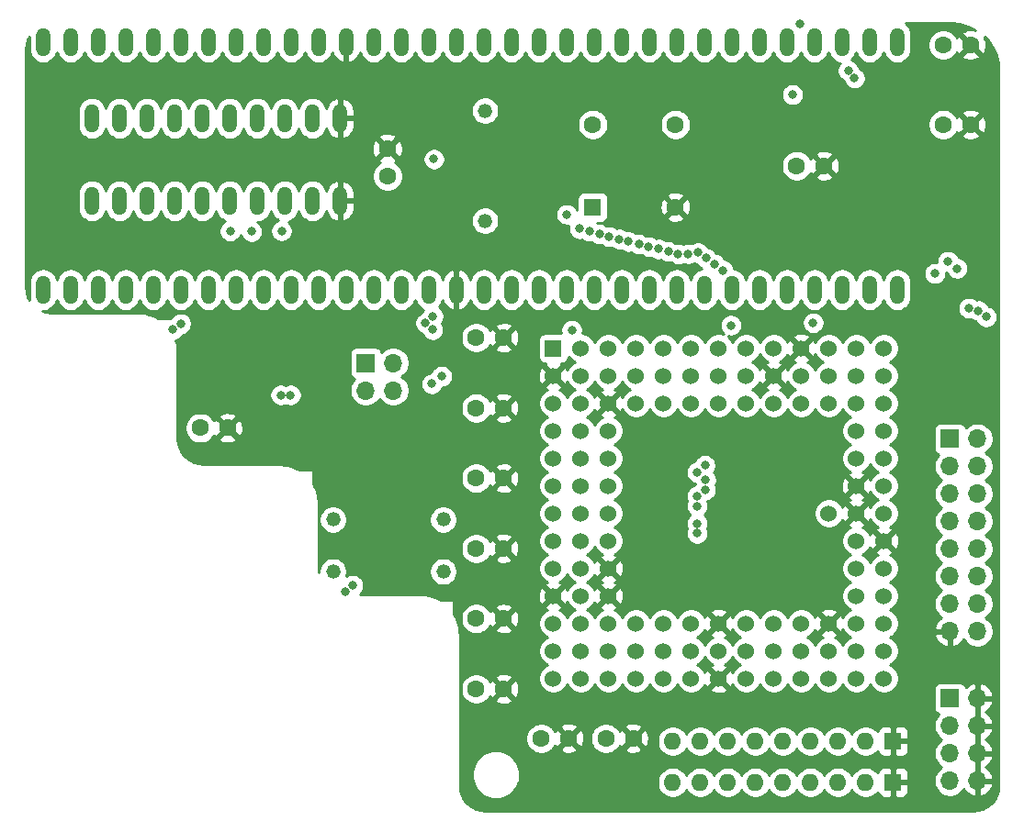
<source format=gbr>
G04 #@! TF.GenerationSoftware,KiCad,Pcbnew,(5.1.5-0-10_14)*
G04 #@! TF.CreationDate,2020-11-11T11:00:13+00:00*
G04 #@! TF.ProjectId,rosco_m68k_r1_020,726f7363-6f5f-46d3-9638-6b5f72315f30,rev?*
G04 #@! TF.SameCoordinates,Original*
G04 #@! TF.FileFunction,Copper,L2,Inr*
G04 #@! TF.FilePolarity,Positive*
%FSLAX46Y46*%
G04 Gerber Fmt 4.6, Leading zero omitted, Abs format (unit mm)*
G04 Created by KiCad (PCBNEW (5.1.5-0-10_14)) date 2020-11-11 11:00:13*
%MOMM*%
%LPD*%
G04 APERTURE LIST*
%ADD10O,1.320800X2.641600*%
%ADD11C,1.524000*%
%ADD12R,1.524000X1.524000*%
%ADD13O,1.600000X1.600000*%
%ADD14R,1.600000X1.600000*%
%ADD15C,1.320800*%
%ADD16C,1.600000*%
%ADD17O,1.700000X1.700000*%
%ADD18R,1.700000X1.700000*%
%ADD19C,1.600200*%
%ADD20C,0.800000*%
%ADD21C,0.254000*%
G04 APERTURE END LIST*
D10*
X115457000Y-35370599D03*
X112917000Y-35370599D03*
X110377000Y-35370599D03*
X107837000Y-35370599D03*
X105297000Y-35370599D03*
X102757000Y-35370599D03*
X100217000Y-35370599D03*
X97677000Y-35370599D03*
X95137000Y-35370599D03*
X92597000Y-35370599D03*
X90057000Y-35370599D03*
X87517000Y-35370599D03*
X115457000Y-58230599D03*
X112917000Y-58230599D03*
X110377000Y-58230599D03*
X107837000Y-58230599D03*
X105297000Y-58230599D03*
X102757000Y-58230599D03*
X100217000Y-58230599D03*
X97677000Y-58230599D03*
X95137000Y-58230599D03*
X92597000Y-58230599D03*
X90057000Y-58230599D03*
X87517000Y-58230599D03*
X39257000Y-35370599D03*
X41797000Y-35370599D03*
X44337000Y-35370599D03*
X46877000Y-35370599D03*
X49417000Y-35370599D03*
X51957000Y-35370599D03*
X54497000Y-35370599D03*
X57037000Y-35370599D03*
X59577000Y-35370599D03*
X62117000Y-35370599D03*
X64657000Y-35370599D03*
X67197000Y-35370599D03*
X69737000Y-35370599D03*
X72277000Y-35370599D03*
X74817000Y-35370599D03*
X77357000Y-35370599D03*
X79897000Y-35370599D03*
X82437000Y-35370599D03*
X84977000Y-35370599D03*
X117997000Y-35370599D03*
X117997000Y-58230599D03*
X84977000Y-58230599D03*
X82437000Y-58230599D03*
X79897000Y-58230599D03*
X77357000Y-58230599D03*
X74817000Y-58230599D03*
X72277000Y-58230599D03*
X69737000Y-58230599D03*
X67197000Y-58230599D03*
X64657000Y-58230599D03*
X62117000Y-58230599D03*
X59577000Y-58230599D03*
X57037000Y-58230599D03*
X54497000Y-58230599D03*
X51957000Y-58230599D03*
X49417000Y-58230599D03*
X46877000Y-58230599D03*
X44337000Y-58230599D03*
X41797000Y-58230599D03*
X39257000Y-58230599D03*
X43770000Y-42418000D03*
X46310000Y-42418000D03*
X48850000Y-42418000D03*
X51390000Y-42418000D03*
X53930000Y-42418000D03*
X56470000Y-42418000D03*
X59010000Y-42418000D03*
X61550000Y-42418000D03*
X64090000Y-42418000D03*
X66630000Y-42418000D03*
X66630000Y-50038000D03*
X64090000Y-50038000D03*
X61550000Y-50038000D03*
X59010000Y-50038000D03*
X56470000Y-50038000D03*
X53930000Y-50038000D03*
X51390000Y-50038000D03*
X48850000Y-50038000D03*
X46310000Y-50038000D03*
X43770000Y-50038000D03*
D11*
X109153200Y-63640000D03*
X106613200Y-63640000D03*
X104073200Y-63640000D03*
X116773200Y-63640000D03*
X114233200Y-63640000D03*
X93913200Y-63640000D03*
X96453200Y-63640000D03*
D12*
X86293200Y-63640000D03*
D11*
X101533200Y-63640000D03*
X88833200Y-63640000D03*
X91373200Y-63640000D03*
X98993200Y-63640000D03*
X111693200Y-63640000D03*
X109153200Y-66180000D03*
X106613200Y-66180000D03*
X104073200Y-66180000D03*
X116773200Y-66180000D03*
X114233200Y-66180000D03*
X93913200Y-66180000D03*
X96453200Y-66180000D03*
X86293200Y-66180000D03*
X101533200Y-66180000D03*
X88833200Y-66180000D03*
X91373200Y-66180000D03*
X98993200Y-66180000D03*
X111693200Y-66180000D03*
X109153200Y-68720000D03*
X106613200Y-68720000D03*
X104073200Y-68720000D03*
X116773200Y-68720000D03*
X114233200Y-68720000D03*
X93913200Y-68720000D03*
X96453200Y-68720000D03*
X86293200Y-68720000D03*
X101533200Y-68720000D03*
X88833200Y-68720000D03*
X91373200Y-68720000D03*
X98993200Y-68720000D03*
X111693200Y-68720000D03*
X116773200Y-71260000D03*
X114233200Y-71260000D03*
X86293200Y-71260000D03*
X88833200Y-71260000D03*
X91373200Y-71260000D03*
X116773200Y-73800000D03*
X114233200Y-73800000D03*
X86293200Y-73800000D03*
X88833200Y-73800000D03*
X91373200Y-73800000D03*
X116773200Y-76340000D03*
X114233200Y-76340000D03*
X86293200Y-76340000D03*
X88833200Y-76340000D03*
X91373200Y-76340000D03*
X116773200Y-78880000D03*
X114233200Y-78880000D03*
X86293200Y-78880000D03*
X88833200Y-78880000D03*
X91373200Y-78880000D03*
X111693200Y-78880000D03*
X116773200Y-81420000D03*
X114233200Y-81420000D03*
X86293200Y-81420000D03*
X88833200Y-81420000D03*
X91373200Y-81420000D03*
X116773200Y-83960000D03*
X114233200Y-83960000D03*
X86293200Y-83960000D03*
X88833200Y-83960000D03*
X91373200Y-83960000D03*
X116773200Y-86500000D03*
X114233200Y-86500000D03*
X86293200Y-86500000D03*
X88833200Y-86500000D03*
X91373200Y-86500000D03*
X109153200Y-89040000D03*
X106613200Y-89040000D03*
X104073200Y-89040000D03*
X116773200Y-89040000D03*
X114233200Y-89040000D03*
X93913200Y-89040000D03*
X96453200Y-89040000D03*
X86293200Y-89040000D03*
X101533200Y-89040000D03*
X88833200Y-89040000D03*
X91373200Y-89040000D03*
X98993200Y-89040000D03*
X111693200Y-89040000D03*
X109153200Y-91580000D03*
X106613200Y-91580000D03*
X104073200Y-91580000D03*
X116773200Y-91580000D03*
X114233200Y-91580000D03*
X93913200Y-91580000D03*
X96453200Y-91580000D03*
X86293200Y-91580000D03*
X101533200Y-91580000D03*
X88833200Y-91580000D03*
X91373200Y-91580000D03*
X98993200Y-91580000D03*
X111693200Y-91580000D03*
X86293200Y-94120000D03*
X88833200Y-94120000D03*
X91373200Y-94120000D03*
X93913200Y-94120000D03*
X96453200Y-94120000D03*
X98993200Y-94120000D03*
X101533200Y-94120000D03*
X104073200Y-94120000D03*
X106613200Y-94120000D03*
X109153200Y-94120000D03*
X111693200Y-94120000D03*
X114233200Y-94120000D03*
X116773200Y-94120000D03*
D13*
X97298200Y-103700000D03*
X99838200Y-103700000D03*
X102378200Y-103700000D03*
X104918200Y-103700000D03*
X107458200Y-103700000D03*
X109998200Y-103700000D03*
X112538200Y-103700000D03*
X115078200Y-103700000D03*
D14*
X117618200Y-103700000D03*
D13*
X97298200Y-99900000D03*
X99838200Y-99900000D03*
X102378200Y-99900000D03*
X104918200Y-99900000D03*
X107458200Y-99900000D03*
X109998200Y-99900000D03*
X112538200Y-99900000D03*
X115078200Y-99900000D03*
D14*
X117618200Y-99900000D03*
D15*
X76151199Y-84250000D03*
X65991199Y-84250000D03*
X76151199Y-79449000D03*
X65991199Y-79449000D03*
X80000000Y-51880599D03*
X80000000Y-41720599D03*
D16*
X97552718Y-50610599D03*
X97552718Y-42990599D03*
X89932718Y-42990599D03*
D14*
X89932718Y-50610599D03*
D17*
X71540000Y-67540000D03*
X69000000Y-67540000D03*
X71540000Y-65000000D03*
D18*
X69000000Y-65000000D03*
D17*
X125390000Y-103570000D03*
X122850000Y-103570000D03*
X125390000Y-101030000D03*
X122850000Y-101030000D03*
X125390000Y-98490000D03*
X122850000Y-98490000D03*
X125390000Y-95950000D03*
D18*
X122850000Y-95950000D03*
D17*
X125390000Y-89780000D03*
X122850000Y-89780000D03*
X125390000Y-87240000D03*
X122850000Y-87240000D03*
X125390000Y-84700000D03*
X122850000Y-84700000D03*
X125390000Y-82160000D03*
X122850000Y-82160000D03*
X125390000Y-79620000D03*
X122850000Y-79620000D03*
X125390000Y-77080000D03*
X122850000Y-77080000D03*
X125390000Y-74540000D03*
X122850000Y-74540000D03*
X125390000Y-72000000D03*
D18*
X122850000Y-72000000D03*
D19*
X56270000Y-71000000D03*
X53730000Y-71000000D03*
X124784200Y-43000000D03*
X122244200Y-43000000D03*
X124784200Y-35650000D03*
X122244200Y-35650000D03*
X93670000Y-99650000D03*
X91130000Y-99650000D03*
X87720000Y-99650000D03*
X85180000Y-99650000D03*
X81720000Y-95089800D03*
X79180000Y-95089800D03*
X81720000Y-88605880D03*
X79180000Y-88605880D03*
X81720000Y-82121960D03*
X79180000Y-82121960D03*
X81720000Y-75638040D03*
X79180000Y-75638040D03*
X81720000Y-69154120D03*
X79180000Y-69154120D03*
X81720000Y-62670200D03*
X79180000Y-62670200D03*
X108730000Y-46800599D03*
X111270000Y-46800599D03*
X71000000Y-45212000D03*
X71000000Y-47752000D03*
D20*
X74520059Y-61311354D03*
X75181330Y-61936513D03*
X75190000Y-60695496D03*
X75096296Y-66935865D03*
X100280000Y-74450000D03*
X121470000Y-56754071D03*
X99550040Y-75090000D03*
X99550040Y-77270000D03*
X51940000Y-61380000D03*
X100342099Y-75792607D03*
X122665783Y-55614070D03*
X100308835Y-76702001D03*
X123519990Y-56285224D03*
X99550040Y-78210734D03*
X99550040Y-80730003D03*
X51206974Y-61924883D03*
X99550040Y-79820000D03*
X126210000Y-60740000D03*
X125462975Y-60170000D03*
X124584495Y-59932565D03*
X67800000Y-85530000D03*
X62080000Y-67960000D03*
X87991009Y-61971443D03*
X56510000Y-52840000D03*
X67083621Y-86091164D03*
X61150000Y-67960000D03*
X61242986Y-52816884D03*
X58478590Y-52882488D03*
X87540000Y-51294399D03*
X75280000Y-46190000D03*
X76000000Y-66220000D03*
X114065560Y-38722405D03*
X110250000Y-61301020D03*
X102670000Y-61531030D03*
X109020000Y-33680000D03*
X113487000Y-38020000D03*
X108329899Y-40240000D03*
X92352206Y-53565968D03*
X95985186Y-54489940D03*
X89613119Y-52849880D03*
X99627805Y-54825586D03*
X95092580Y-54259930D03*
X97802986Y-54949960D03*
X101930000Y-56440000D03*
X90530861Y-53109880D03*
X93231623Y-53799910D03*
X100385430Y-55329677D03*
X88714576Y-52619870D03*
X91423833Y-53339890D03*
X94182577Y-54029920D03*
X96895189Y-54719950D03*
X98712855Y-54934433D03*
X101132642Y-55870000D03*
D21*
G36*
X123768083Y-33731173D02*
G01*
X124511891Y-33934656D01*
X125207905Y-34266638D01*
X125229429Y-34282104D01*
X124996039Y-34223600D01*
X124713692Y-34209680D01*
X124434053Y-34251111D01*
X124167872Y-34346300D01*
X124042626Y-34413246D01*
X123971031Y-34657226D01*
X124784200Y-35470395D01*
X124798343Y-35456253D01*
X124977948Y-35635858D01*
X124963805Y-35650000D01*
X125776974Y-36463169D01*
X126020954Y-36391574D01*
X126141864Y-36136046D01*
X126210600Y-35861839D01*
X126224520Y-35579492D01*
X126183089Y-35299853D01*
X126087900Y-35033672D01*
X126022131Y-34910628D01*
X126370777Y-35270403D01*
X126800871Y-35910451D01*
X127110829Y-36616553D01*
X127292065Y-37371457D01*
X127340000Y-38024207D01*
X127340001Y-103967711D01*
X127292330Y-104453894D01*
X127160512Y-104890497D01*
X126946399Y-105293186D01*
X126658150Y-105646613D01*
X126306739Y-105937327D01*
X125905564Y-106154240D01*
X125469886Y-106289106D01*
X124985664Y-106340000D01*
X80032279Y-106340000D01*
X79546106Y-106292330D01*
X79109503Y-106160512D01*
X78706814Y-105946399D01*
X78353387Y-105658150D01*
X78062673Y-105306739D01*
X77845760Y-104905564D01*
X77710894Y-104469886D01*
X77660000Y-103985664D01*
X77660000Y-102779872D01*
X78765000Y-102779872D01*
X78765000Y-103220128D01*
X78850890Y-103651925D01*
X79019369Y-104058669D01*
X79263962Y-104424729D01*
X79575271Y-104736038D01*
X79941331Y-104980631D01*
X80348075Y-105149110D01*
X80779872Y-105235000D01*
X81220128Y-105235000D01*
X81651925Y-105149110D01*
X82058669Y-104980631D01*
X82424729Y-104736038D01*
X82736038Y-104424729D01*
X82980631Y-104058669D01*
X83149110Y-103651925D01*
X83167660Y-103558665D01*
X95863200Y-103558665D01*
X95863200Y-103841335D01*
X95918347Y-104118574D01*
X96026520Y-104379727D01*
X96183563Y-104614759D01*
X96383441Y-104814637D01*
X96618473Y-104971680D01*
X96879626Y-105079853D01*
X97156865Y-105135000D01*
X97439535Y-105135000D01*
X97716774Y-105079853D01*
X97977927Y-104971680D01*
X98212959Y-104814637D01*
X98412837Y-104614759D01*
X98568200Y-104382241D01*
X98723563Y-104614759D01*
X98923441Y-104814637D01*
X99158473Y-104971680D01*
X99419626Y-105079853D01*
X99696865Y-105135000D01*
X99979535Y-105135000D01*
X100256774Y-105079853D01*
X100517927Y-104971680D01*
X100752959Y-104814637D01*
X100952837Y-104614759D01*
X101108200Y-104382241D01*
X101263563Y-104614759D01*
X101463441Y-104814637D01*
X101698473Y-104971680D01*
X101959626Y-105079853D01*
X102236865Y-105135000D01*
X102519535Y-105135000D01*
X102796774Y-105079853D01*
X103057927Y-104971680D01*
X103292959Y-104814637D01*
X103492837Y-104614759D01*
X103648200Y-104382241D01*
X103803563Y-104614759D01*
X104003441Y-104814637D01*
X104238473Y-104971680D01*
X104499626Y-105079853D01*
X104776865Y-105135000D01*
X105059535Y-105135000D01*
X105336774Y-105079853D01*
X105597927Y-104971680D01*
X105832959Y-104814637D01*
X106032837Y-104614759D01*
X106188200Y-104382241D01*
X106343563Y-104614759D01*
X106543441Y-104814637D01*
X106778473Y-104971680D01*
X107039626Y-105079853D01*
X107316865Y-105135000D01*
X107599535Y-105135000D01*
X107876774Y-105079853D01*
X108137927Y-104971680D01*
X108372959Y-104814637D01*
X108572837Y-104614759D01*
X108728200Y-104382241D01*
X108883563Y-104614759D01*
X109083441Y-104814637D01*
X109318473Y-104971680D01*
X109579626Y-105079853D01*
X109856865Y-105135000D01*
X110139535Y-105135000D01*
X110416774Y-105079853D01*
X110677927Y-104971680D01*
X110912959Y-104814637D01*
X111112837Y-104614759D01*
X111268200Y-104382241D01*
X111423563Y-104614759D01*
X111623441Y-104814637D01*
X111858473Y-104971680D01*
X112119626Y-105079853D01*
X112396865Y-105135000D01*
X112679535Y-105135000D01*
X112956774Y-105079853D01*
X113217927Y-104971680D01*
X113452959Y-104814637D01*
X113652837Y-104614759D01*
X113808200Y-104382241D01*
X113963563Y-104614759D01*
X114163441Y-104814637D01*
X114398473Y-104971680D01*
X114659626Y-105079853D01*
X114936865Y-105135000D01*
X115219535Y-105135000D01*
X115496774Y-105079853D01*
X115757927Y-104971680D01*
X115992959Y-104814637D01*
X116191557Y-104616039D01*
X116192388Y-104624482D01*
X116228698Y-104744180D01*
X116287663Y-104854494D01*
X116367015Y-104951185D01*
X116463706Y-105030537D01*
X116574020Y-105089502D01*
X116693718Y-105125812D01*
X116818200Y-105138072D01*
X117332450Y-105135000D01*
X117491200Y-104976250D01*
X117491200Y-103827000D01*
X117745200Y-103827000D01*
X117745200Y-104976250D01*
X117903950Y-105135000D01*
X118418200Y-105138072D01*
X118542682Y-105125812D01*
X118662380Y-105089502D01*
X118772694Y-105030537D01*
X118869385Y-104951185D01*
X118948737Y-104854494D01*
X119007702Y-104744180D01*
X119044012Y-104624482D01*
X119056272Y-104500000D01*
X119053200Y-103985750D01*
X118894450Y-103827000D01*
X117745200Y-103827000D01*
X117491200Y-103827000D01*
X117471200Y-103827000D01*
X117471200Y-103573000D01*
X117491200Y-103573000D01*
X117491200Y-102423750D01*
X117745200Y-102423750D01*
X117745200Y-103573000D01*
X118894450Y-103573000D01*
X119053200Y-103414250D01*
X119056272Y-102900000D01*
X119044012Y-102775518D01*
X119007702Y-102655820D01*
X118948737Y-102545506D01*
X118869385Y-102448815D01*
X118772694Y-102369463D01*
X118662380Y-102310498D01*
X118542682Y-102274188D01*
X118418200Y-102261928D01*
X117903950Y-102265000D01*
X117745200Y-102423750D01*
X117491200Y-102423750D01*
X117332450Y-102265000D01*
X116818200Y-102261928D01*
X116693718Y-102274188D01*
X116574020Y-102310498D01*
X116463706Y-102369463D01*
X116367015Y-102448815D01*
X116287663Y-102545506D01*
X116228698Y-102655820D01*
X116192388Y-102775518D01*
X116191557Y-102783961D01*
X115992959Y-102585363D01*
X115757927Y-102428320D01*
X115496774Y-102320147D01*
X115219535Y-102265000D01*
X114936865Y-102265000D01*
X114659626Y-102320147D01*
X114398473Y-102428320D01*
X114163441Y-102585363D01*
X113963563Y-102785241D01*
X113808200Y-103017759D01*
X113652837Y-102785241D01*
X113452959Y-102585363D01*
X113217927Y-102428320D01*
X112956774Y-102320147D01*
X112679535Y-102265000D01*
X112396865Y-102265000D01*
X112119626Y-102320147D01*
X111858473Y-102428320D01*
X111623441Y-102585363D01*
X111423563Y-102785241D01*
X111268200Y-103017759D01*
X111112837Y-102785241D01*
X110912959Y-102585363D01*
X110677927Y-102428320D01*
X110416774Y-102320147D01*
X110139535Y-102265000D01*
X109856865Y-102265000D01*
X109579626Y-102320147D01*
X109318473Y-102428320D01*
X109083441Y-102585363D01*
X108883563Y-102785241D01*
X108728200Y-103017759D01*
X108572837Y-102785241D01*
X108372959Y-102585363D01*
X108137927Y-102428320D01*
X107876774Y-102320147D01*
X107599535Y-102265000D01*
X107316865Y-102265000D01*
X107039626Y-102320147D01*
X106778473Y-102428320D01*
X106543441Y-102585363D01*
X106343563Y-102785241D01*
X106188200Y-103017759D01*
X106032837Y-102785241D01*
X105832959Y-102585363D01*
X105597927Y-102428320D01*
X105336774Y-102320147D01*
X105059535Y-102265000D01*
X104776865Y-102265000D01*
X104499626Y-102320147D01*
X104238473Y-102428320D01*
X104003441Y-102585363D01*
X103803563Y-102785241D01*
X103648200Y-103017759D01*
X103492837Y-102785241D01*
X103292959Y-102585363D01*
X103057927Y-102428320D01*
X102796774Y-102320147D01*
X102519535Y-102265000D01*
X102236865Y-102265000D01*
X101959626Y-102320147D01*
X101698473Y-102428320D01*
X101463441Y-102585363D01*
X101263563Y-102785241D01*
X101108200Y-103017759D01*
X100952837Y-102785241D01*
X100752959Y-102585363D01*
X100517927Y-102428320D01*
X100256774Y-102320147D01*
X99979535Y-102265000D01*
X99696865Y-102265000D01*
X99419626Y-102320147D01*
X99158473Y-102428320D01*
X98923441Y-102585363D01*
X98723563Y-102785241D01*
X98568200Y-103017759D01*
X98412837Y-102785241D01*
X98212959Y-102585363D01*
X97977927Y-102428320D01*
X97716774Y-102320147D01*
X97439535Y-102265000D01*
X97156865Y-102265000D01*
X96879626Y-102320147D01*
X96618473Y-102428320D01*
X96383441Y-102585363D01*
X96183563Y-102785241D01*
X96026520Y-103020273D01*
X95918347Y-103281426D01*
X95863200Y-103558665D01*
X83167660Y-103558665D01*
X83235000Y-103220128D01*
X83235000Y-102779872D01*
X83149110Y-102348075D01*
X82980631Y-101941331D01*
X82736038Y-101575271D01*
X82424729Y-101263962D01*
X82058669Y-101019369D01*
X81651925Y-100850890D01*
X81220128Y-100765000D01*
X80779872Y-100765000D01*
X80348075Y-100850890D01*
X79941331Y-101019369D01*
X79575271Y-101263962D01*
X79263962Y-101575271D01*
X79019369Y-101941331D01*
X78850890Y-102348075D01*
X78765000Y-102779872D01*
X77660000Y-102779872D01*
X77660000Y-99508655D01*
X83744900Y-99508655D01*
X83744900Y-99791345D01*
X83800050Y-100068603D01*
X83908231Y-100329775D01*
X84065285Y-100564823D01*
X84265177Y-100764715D01*
X84500225Y-100921769D01*
X84761397Y-101029950D01*
X85038655Y-101085100D01*
X85321345Y-101085100D01*
X85598603Y-101029950D01*
X85859775Y-100921769D01*
X86094823Y-100764715D01*
X86216764Y-100642774D01*
X86906831Y-100642774D01*
X86978426Y-100886754D01*
X87233954Y-101007664D01*
X87508161Y-101076400D01*
X87790508Y-101090320D01*
X88070147Y-101048889D01*
X88336328Y-100953700D01*
X88461574Y-100886754D01*
X88533169Y-100642774D01*
X87720000Y-99829605D01*
X86906831Y-100642774D01*
X86216764Y-100642774D01*
X86294715Y-100564823D01*
X86450905Y-100331068D01*
X86483246Y-100391574D01*
X86727226Y-100463169D01*
X87540395Y-99650000D01*
X87899605Y-99650000D01*
X88712774Y-100463169D01*
X88956754Y-100391574D01*
X89077664Y-100136046D01*
X89146400Y-99861839D01*
X89160320Y-99579492D01*
X89149825Y-99508655D01*
X89694900Y-99508655D01*
X89694900Y-99791345D01*
X89750050Y-100068603D01*
X89858231Y-100329775D01*
X90015285Y-100564823D01*
X90215177Y-100764715D01*
X90450225Y-100921769D01*
X90711397Y-101029950D01*
X90988655Y-101085100D01*
X91271345Y-101085100D01*
X91548603Y-101029950D01*
X91809775Y-100921769D01*
X92044823Y-100764715D01*
X92166764Y-100642774D01*
X92856831Y-100642774D01*
X92928426Y-100886754D01*
X93183954Y-101007664D01*
X93458161Y-101076400D01*
X93740508Y-101090320D01*
X94020147Y-101048889D01*
X94286328Y-100953700D01*
X94411574Y-100886754D01*
X94483169Y-100642774D01*
X93670000Y-99829605D01*
X92856831Y-100642774D01*
X92166764Y-100642774D01*
X92244715Y-100564823D01*
X92400905Y-100331068D01*
X92433246Y-100391574D01*
X92677226Y-100463169D01*
X93490395Y-99650000D01*
X93849605Y-99650000D01*
X94662774Y-100463169D01*
X94906754Y-100391574D01*
X95027664Y-100136046D01*
X95096400Y-99861839D01*
X95101486Y-99758665D01*
X95863200Y-99758665D01*
X95863200Y-100041335D01*
X95918347Y-100318574D01*
X96026520Y-100579727D01*
X96183563Y-100814759D01*
X96383441Y-101014637D01*
X96618473Y-101171680D01*
X96879626Y-101279853D01*
X97156865Y-101335000D01*
X97439535Y-101335000D01*
X97716774Y-101279853D01*
X97977927Y-101171680D01*
X98212959Y-101014637D01*
X98412837Y-100814759D01*
X98568200Y-100582241D01*
X98723563Y-100814759D01*
X98923441Y-101014637D01*
X99158473Y-101171680D01*
X99419626Y-101279853D01*
X99696865Y-101335000D01*
X99979535Y-101335000D01*
X100256774Y-101279853D01*
X100517927Y-101171680D01*
X100752959Y-101014637D01*
X100952837Y-100814759D01*
X101108200Y-100582241D01*
X101263563Y-100814759D01*
X101463441Y-101014637D01*
X101698473Y-101171680D01*
X101959626Y-101279853D01*
X102236865Y-101335000D01*
X102519535Y-101335000D01*
X102796774Y-101279853D01*
X103057927Y-101171680D01*
X103292959Y-101014637D01*
X103492837Y-100814759D01*
X103648200Y-100582241D01*
X103803563Y-100814759D01*
X104003441Y-101014637D01*
X104238473Y-101171680D01*
X104499626Y-101279853D01*
X104776865Y-101335000D01*
X105059535Y-101335000D01*
X105336774Y-101279853D01*
X105597927Y-101171680D01*
X105832959Y-101014637D01*
X106032837Y-100814759D01*
X106188200Y-100582241D01*
X106343563Y-100814759D01*
X106543441Y-101014637D01*
X106778473Y-101171680D01*
X107039626Y-101279853D01*
X107316865Y-101335000D01*
X107599535Y-101335000D01*
X107876774Y-101279853D01*
X108137927Y-101171680D01*
X108372959Y-101014637D01*
X108572837Y-100814759D01*
X108728200Y-100582241D01*
X108883563Y-100814759D01*
X109083441Y-101014637D01*
X109318473Y-101171680D01*
X109579626Y-101279853D01*
X109856865Y-101335000D01*
X110139535Y-101335000D01*
X110416774Y-101279853D01*
X110677927Y-101171680D01*
X110912959Y-101014637D01*
X111112837Y-100814759D01*
X111268200Y-100582241D01*
X111423563Y-100814759D01*
X111623441Y-101014637D01*
X111858473Y-101171680D01*
X112119626Y-101279853D01*
X112396865Y-101335000D01*
X112679535Y-101335000D01*
X112956774Y-101279853D01*
X113217927Y-101171680D01*
X113452959Y-101014637D01*
X113652837Y-100814759D01*
X113808200Y-100582241D01*
X113963563Y-100814759D01*
X114163441Y-101014637D01*
X114398473Y-101171680D01*
X114659626Y-101279853D01*
X114936865Y-101335000D01*
X115219535Y-101335000D01*
X115496774Y-101279853D01*
X115757927Y-101171680D01*
X115992959Y-101014637D01*
X116191557Y-100816039D01*
X116192388Y-100824482D01*
X116228698Y-100944180D01*
X116287663Y-101054494D01*
X116367015Y-101151185D01*
X116463706Y-101230537D01*
X116574020Y-101289502D01*
X116693718Y-101325812D01*
X116818200Y-101338072D01*
X117332450Y-101335000D01*
X117491200Y-101176250D01*
X117491200Y-100027000D01*
X117745200Y-100027000D01*
X117745200Y-101176250D01*
X117903950Y-101335000D01*
X118418200Y-101338072D01*
X118542682Y-101325812D01*
X118662380Y-101289502D01*
X118772694Y-101230537D01*
X118869385Y-101151185D01*
X118948737Y-101054494D01*
X119007702Y-100944180D01*
X119044012Y-100824482D01*
X119056272Y-100700000D01*
X119053200Y-100185750D01*
X118894450Y-100027000D01*
X117745200Y-100027000D01*
X117491200Y-100027000D01*
X117471200Y-100027000D01*
X117471200Y-99773000D01*
X117491200Y-99773000D01*
X117491200Y-98623750D01*
X117745200Y-98623750D01*
X117745200Y-99773000D01*
X118894450Y-99773000D01*
X119053200Y-99614250D01*
X119056272Y-99100000D01*
X119044012Y-98975518D01*
X119007702Y-98855820D01*
X118948737Y-98745506D01*
X118869385Y-98648815D01*
X118772694Y-98569463D01*
X118662380Y-98510498D01*
X118542682Y-98474188D01*
X118418200Y-98461928D01*
X117903950Y-98465000D01*
X117745200Y-98623750D01*
X117491200Y-98623750D01*
X117332450Y-98465000D01*
X116818200Y-98461928D01*
X116693718Y-98474188D01*
X116574020Y-98510498D01*
X116463706Y-98569463D01*
X116367015Y-98648815D01*
X116287663Y-98745506D01*
X116228698Y-98855820D01*
X116192388Y-98975518D01*
X116191557Y-98983961D01*
X115992959Y-98785363D01*
X115757927Y-98628320D01*
X115496774Y-98520147D01*
X115219535Y-98465000D01*
X114936865Y-98465000D01*
X114659626Y-98520147D01*
X114398473Y-98628320D01*
X114163441Y-98785363D01*
X113963563Y-98985241D01*
X113808200Y-99217759D01*
X113652837Y-98985241D01*
X113452959Y-98785363D01*
X113217927Y-98628320D01*
X112956774Y-98520147D01*
X112679535Y-98465000D01*
X112396865Y-98465000D01*
X112119626Y-98520147D01*
X111858473Y-98628320D01*
X111623441Y-98785363D01*
X111423563Y-98985241D01*
X111268200Y-99217759D01*
X111112837Y-98985241D01*
X110912959Y-98785363D01*
X110677927Y-98628320D01*
X110416774Y-98520147D01*
X110139535Y-98465000D01*
X109856865Y-98465000D01*
X109579626Y-98520147D01*
X109318473Y-98628320D01*
X109083441Y-98785363D01*
X108883563Y-98985241D01*
X108728200Y-99217759D01*
X108572837Y-98985241D01*
X108372959Y-98785363D01*
X108137927Y-98628320D01*
X107876774Y-98520147D01*
X107599535Y-98465000D01*
X107316865Y-98465000D01*
X107039626Y-98520147D01*
X106778473Y-98628320D01*
X106543441Y-98785363D01*
X106343563Y-98985241D01*
X106188200Y-99217759D01*
X106032837Y-98985241D01*
X105832959Y-98785363D01*
X105597927Y-98628320D01*
X105336774Y-98520147D01*
X105059535Y-98465000D01*
X104776865Y-98465000D01*
X104499626Y-98520147D01*
X104238473Y-98628320D01*
X104003441Y-98785363D01*
X103803563Y-98985241D01*
X103648200Y-99217759D01*
X103492837Y-98985241D01*
X103292959Y-98785363D01*
X103057927Y-98628320D01*
X102796774Y-98520147D01*
X102519535Y-98465000D01*
X102236865Y-98465000D01*
X101959626Y-98520147D01*
X101698473Y-98628320D01*
X101463441Y-98785363D01*
X101263563Y-98985241D01*
X101108200Y-99217759D01*
X100952837Y-98985241D01*
X100752959Y-98785363D01*
X100517927Y-98628320D01*
X100256774Y-98520147D01*
X99979535Y-98465000D01*
X99696865Y-98465000D01*
X99419626Y-98520147D01*
X99158473Y-98628320D01*
X98923441Y-98785363D01*
X98723563Y-98985241D01*
X98568200Y-99217759D01*
X98412837Y-98985241D01*
X98212959Y-98785363D01*
X97977927Y-98628320D01*
X97716774Y-98520147D01*
X97439535Y-98465000D01*
X97156865Y-98465000D01*
X96879626Y-98520147D01*
X96618473Y-98628320D01*
X96383441Y-98785363D01*
X96183563Y-98985241D01*
X96026520Y-99220273D01*
X95918347Y-99481426D01*
X95863200Y-99758665D01*
X95101486Y-99758665D01*
X95110320Y-99579492D01*
X95068889Y-99299853D01*
X94973700Y-99033672D01*
X94906754Y-98908426D01*
X94662774Y-98836831D01*
X93849605Y-99650000D01*
X93490395Y-99650000D01*
X92677226Y-98836831D01*
X92433246Y-98908426D01*
X92402812Y-98972744D01*
X92401769Y-98970225D01*
X92244715Y-98735177D01*
X92166764Y-98657226D01*
X92856831Y-98657226D01*
X93670000Y-99470395D01*
X94483169Y-98657226D01*
X94411574Y-98413246D01*
X94156046Y-98292336D01*
X93881839Y-98223600D01*
X93599492Y-98209680D01*
X93319853Y-98251111D01*
X93053672Y-98346300D01*
X92928426Y-98413246D01*
X92856831Y-98657226D01*
X92166764Y-98657226D01*
X92044823Y-98535285D01*
X91809775Y-98378231D01*
X91548603Y-98270050D01*
X91271345Y-98214900D01*
X90988655Y-98214900D01*
X90711397Y-98270050D01*
X90450225Y-98378231D01*
X90215177Y-98535285D01*
X90015285Y-98735177D01*
X89858231Y-98970225D01*
X89750050Y-99231397D01*
X89694900Y-99508655D01*
X89149825Y-99508655D01*
X89118889Y-99299853D01*
X89023700Y-99033672D01*
X88956754Y-98908426D01*
X88712774Y-98836831D01*
X87899605Y-99650000D01*
X87540395Y-99650000D01*
X86727226Y-98836831D01*
X86483246Y-98908426D01*
X86452812Y-98972744D01*
X86451769Y-98970225D01*
X86294715Y-98735177D01*
X86216764Y-98657226D01*
X86906831Y-98657226D01*
X87720000Y-99470395D01*
X88533169Y-98657226D01*
X88461574Y-98413246D01*
X88206046Y-98292336D01*
X87931839Y-98223600D01*
X87649492Y-98209680D01*
X87369853Y-98251111D01*
X87103672Y-98346300D01*
X86978426Y-98413246D01*
X86906831Y-98657226D01*
X86216764Y-98657226D01*
X86094823Y-98535285D01*
X85859775Y-98378231D01*
X85598603Y-98270050D01*
X85321345Y-98214900D01*
X85038655Y-98214900D01*
X84761397Y-98270050D01*
X84500225Y-98378231D01*
X84265177Y-98535285D01*
X84065285Y-98735177D01*
X83908231Y-98970225D01*
X83800050Y-99231397D01*
X83744900Y-99508655D01*
X77660000Y-99508655D01*
X77660000Y-94948455D01*
X77744900Y-94948455D01*
X77744900Y-95231145D01*
X77800050Y-95508403D01*
X77908231Y-95769575D01*
X78065285Y-96004623D01*
X78265177Y-96204515D01*
X78500225Y-96361569D01*
X78761397Y-96469750D01*
X79038655Y-96524900D01*
X79321345Y-96524900D01*
X79598603Y-96469750D01*
X79859775Y-96361569D01*
X80094823Y-96204515D01*
X80216764Y-96082574D01*
X80906831Y-96082574D01*
X80978426Y-96326554D01*
X81233954Y-96447464D01*
X81508161Y-96516200D01*
X81790508Y-96530120D01*
X82070147Y-96488689D01*
X82336328Y-96393500D01*
X82461574Y-96326554D01*
X82533169Y-96082574D01*
X81720000Y-95269405D01*
X80906831Y-96082574D01*
X80216764Y-96082574D01*
X80294715Y-96004623D01*
X80450905Y-95770868D01*
X80483246Y-95831374D01*
X80727226Y-95902969D01*
X81540395Y-95089800D01*
X81899605Y-95089800D01*
X82712774Y-95902969D01*
X82956754Y-95831374D01*
X83077664Y-95575846D01*
X83146400Y-95301639D01*
X83160320Y-95019292D01*
X83118889Y-94739653D01*
X83023700Y-94473472D01*
X82956754Y-94348226D01*
X82712774Y-94276631D01*
X81899605Y-95089800D01*
X81540395Y-95089800D01*
X80727226Y-94276631D01*
X80483246Y-94348226D01*
X80452812Y-94412544D01*
X80451769Y-94410025D01*
X80294715Y-94174977D01*
X80216764Y-94097026D01*
X80906831Y-94097026D01*
X81720000Y-94910195D01*
X82533169Y-94097026D01*
X82461574Y-93853046D01*
X82206046Y-93732136D01*
X81931839Y-93663400D01*
X81649492Y-93649480D01*
X81369853Y-93690911D01*
X81103672Y-93786100D01*
X80978426Y-93853046D01*
X80906831Y-94097026D01*
X80216764Y-94097026D01*
X80094823Y-93975085D01*
X79859775Y-93818031D01*
X79598603Y-93709850D01*
X79321345Y-93654700D01*
X79038655Y-93654700D01*
X78761397Y-93709850D01*
X78500225Y-93818031D01*
X78265177Y-93975085D01*
X78065285Y-94174977D01*
X77908231Y-94410025D01*
X77800050Y-94671197D01*
X77744900Y-94948455D01*
X77660000Y-94948455D01*
X77660000Y-89967581D01*
X77657080Y-89937937D01*
X77657211Y-89919238D01*
X77656311Y-89910067D01*
X77595110Y-89327777D01*
X77583084Y-89269191D01*
X77571873Y-89210420D01*
X77569210Y-89201598D01*
X77396072Y-88642285D01*
X77372902Y-88587167D01*
X77350484Y-88531678D01*
X77346157Y-88523542D01*
X77314253Y-88464535D01*
X77744900Y-88464535D01*
X77744900Y-88747225D01*
X77800050Y-89024483D01*
X77908231Y-89285655D01*
X78065285Y-89520703D01*
X78265177Y-89720595D01*
X78500225Y-89877649D01*
X78761397Y-89985830D01*
X79038655Y-90040980D01*
X79321345Y-90040980D01*
X79598603Y-89985830D01*
X79859775Y-89877649D01*
X80094823Y-89720595D01*
X80216764Y-89598654D01*
X80906831Y-89598654D01*
X80978426Y-89842634D01*
X81233954Y-89963544D01*
X81508161Y-90032280D01*
X81790508Y-90046200D01*
X82070147Y-90004769D01*
X82336328Y-89909580D01*
X82461574Y-89842634D01*
X82533169Y-89598654D01*
X81720000Y-88785485D01*
X80906831Y-89598654D01*
X80216764Y-89598654D01*
X80294715Y-89520703D01*
X80450905Y-89286948D01*
X80483246Y-89347454D01*
X80727226Y-89419049D01*
X81540395Y-88605880D01*
X81899605Y-88605880D01*
X82712774Y-89419049D01*
X82956754Y-89347454D01*
X83077664Y-89091926D01*
X83146400Y-88817719D01*
X83160320Y-88535372D01*
X83118889Y-88255733D01*
X83023700Y-87989552D01*
X82956754Y-87864306D01*
X82712774Y-87792711D01*
X81899605Y-88605880D01*
X81540395Y-88605880D01*
X80727226Y-87792711D01*
X80483246Y-87864306D01*
X80452812Y-87928624D01*
X80451769Y-87926105D01*
X80294715Y-87691057D01*
X80216764Y-87613106D01*
X80906831Y-87613106D01*
X81720000Y-88426275D01*
X82533169Y-87613106D01*
X82461574Y-87369126D01*
X82206046Y-87248216D01*
X81931839Y-87179480D01*
X81649492Y-87165560D01*
X81369853Y-87206991D01*
X81103672Y-87302180D01*
X80978426Y-87369126D01*
X80906831Y-87613106D01*
X80216764Y-87613106D01*
X80094823Y-87491165D01*
X79859775Y-87334111D01*
X79598603Y-87225930D01*
X79321345Y-87170780D01*
X79038655Y-87170780D01*
X78761397Y-87225930D01*
X78500225Y-87334111D01*
X78265177Y-87491165D01*
X78065285Y-87691057D01*
X77908231Y-87926105D01*
X77800050Y-88187277D01*
X77744900Y-88464535D01*
X77314253Y-88464535D01*
X77127000Y-88118218D01*
X77127000Y-87000000D01*
X77124560Y-86975224D01*
X77117333Y-86951399D01*
X77105597Y-86929443D01*
X77089803Y-86910197D01*
X77070557Y-86894403D01*
X77048601Y-86882667D01*
X77024776Y-86875440D01*
X77000000Y-86873000D01*
X75884472Y-86873000D01*
X75453062Y-86643616D01*
X75397735Y-86620812D01*
X75342775Y-86597256D01*
X75333971Y-86594531D01*
X75259402Y-86572017D01*
X84891290Y-86572017D01*
X84932278Y-86844133D01*
X85025564Y-87103023D01*
X85087544Y-87218980D01*
X85327635Y-87285960D01*
X86113595Y-86500000D01*
X85327635Y-85714040D01*
X85087544Y-85781020D01*
X84970444Y-86030048D01*
X84904177Y-86297135D01*
X84891290Y-86572017D01*
X75259402Y-86572017D01*
X74773464Y-86425304D01*
X74714769Y-86413682D01*
X74656273Y-86401248D01*
X74647108Y-86400285D01*
X74064405Y-86343150D01*
X74064402Y-86343150D01*
X74032419Y-86340000D01*
X68450700Y-86340000D01*
X68459774Y-86333937D01*
X68603937Y-86189774D01*
X68717205Y-86020256D01*
X68795226Y-85831898D01*
X68835000Y-85631939D01*
X68835000Y-85428061D01*
X68795226Y-85228102D01*
X68717205Y-85039744D01*
X68603937Y-84870226D01*
X68459774Y-84726063D01*
X68290256Y-84612795D01*
X68101898Y-84534774D01*
X67901939Y-84495000D01*
X67698061Y-84495000D01*
X67498102Y-84534774D01*
X67309744Y-84612795D01*
X67217535Y-84674407D01*
X67236818Y-84627854D01*
X67286599Y-84377586D01*
X67286599Y-84122414D01*
X74855799Y-84122414D01*
X74855799Y-84377586D01*
X74905580Y-84627854D01*
X75003230Y-84863602D01*
X75144996Y-85075769D01*
X75325430Y-85256203D01*
X75537597Y-85397969D01*
X75773345Y-85495619D01*
X76023613Y-85545400D01*
X76278785Y-85545400D01*
X76529053Y-85495619D01*
X76764801Y-85397969D01*
X76976968Y-85256203D01*
X77157402Y-85075769D01*
X77299168Y-84863602D01*
X77396818Y-84627854D01*
X77446599Y-84377586D01*
X77446599Y-84122414D01*
X77396818Y-83872146D01*
X77299168Y-83636398D01*
X77157402Y-83424231D01*
X76976968Y-83243797D01*
X76764801Y-83102031D01*
X76529053Y-83004381D01*
X76278785Y-82954600D01*
X76023613Y-82954600D01*
X75773345Y-83004381D01*
X75537597Y-83102031D01*
X75325430Y-83243797D01*
X75144996Y-83424231D01*
X75003230Y-83636398D01*
X74905580Y-83872146D01*
X74855799Y-84122414D01*
X67286599Y-84122414D01*
X67236818Y-83872146D01*
X67139168Y-83636398D01*
X66997402Y-83424231D01*
X66816968Y-83243797D01*
X66604801Y-83102031D01*
X66369053Y-83004381D01*
X66118785Y-82954600D01*
X65863613Y-82954600D01*
X65613345Y-83004381D01*
X65377597Y-83102031D01*
X65165430Y-83243797D01*
X64984996Y-83424231D01*
X64843230Y-83636398D01*
X64745580Y-83872146D01*
X64695799Y-84122414D01*
X64695799Y-84326270D01*
X64660000Y-83985664D01*
X64660000Y-81980615D01*
X77744900Y-81980615D01*
X77744900Y-82263305D01*
X77800050Y-82540563D01*
X77908231Y-82801735D01*
X78065285Y-83036783D01*
X78265177Y-83236675D01*
X78500225Y-83393729D01*
X78761397Y-83501910D01*
X79038655Y-83557060D01*
X79321345Y-83557060D01*
X79598603Y-83501910D01*
X79859775Y-83393729D01*
X80094823Y-83236675D01*
X80216764Y-83114734D01*
X80906831Y-83114734D01*
X80978426Y-83358714D01*
X81233954Y-83479624D01*
X81508161Y-83548360D01*
X81790508Y-83562280D01*
X82070147Y-83520849D01*
X82336328Y-83425660D01*
X82461574Y-83358714D01*
X82533169Y-83114734D01*
X81720000Y-82301565D01*
X80906831Y-83114734D01*
X80216764Y-83114734D01*
X80294715Y-83036783D01*
X80450905Y-82803028D01*
X80483246Y-82863534D01*
X80727226Y-82935129D01*
X81540395Y-82121960D01*
X81899605Y-82121960D01*
X82712774Y-82935129D01*
X82956754Y-82863534D01*
X83077664Y-82608006D01*
X83146400Y-82333799D01*
X83160320Y-82051452D01*
X83118889Y-81771813D01*
X83023700Y-81505632D01*
X82956754Y-81380386D01*
X82712774Y-81308791D01*
X81899605Y-82121960D01*
X81540395Y-82121960D01*
X80727226Y-81308791D01*
X80483246Y-81380386D01*
X80452812Y-81444704D01*
X80451769Y-81442185D01*
X80294715Y-81207137D01*
X80216764Y-81129186D01*
X80906831Y-81129186D01*
X81720000Y-81942355D01*
X82533169Y-81129186D01*
X82461574Y-80885206D01*
X82206046Y-80764296D01*
X81931839Y-80695560D01*
X81649492Y-80681640D01*
X81369853Y-80723071D01*
X81103672Y-80818260D01*
X80978426Y-80885206D01*
X80906831Y-81129186D01*
X80216764Y-81129186D01*
X80094823Y-81007245D01*
X79859775Y-80850191D01*
X79598603Y-80742010D01*
X79321345Y-80686860D01*
X79038655Y-80686860D01*
X78761397Y-80742010D01*
X78500225Y-80850191D01*
X78265177Y-81007245D01*
X78065285Y-81207137D01*
X77908231Y-81442185D01*
X77800050Y-81703357D01*
X77744900Y-81980615D01*
X64660000Y-81980615D01*
X64660000Y-79321414D01*
X64695799Y-79321414D01*
X64695799Y-79576586D01*
X64745580Y-79826854D01*
X64843230Y-80062602D01*
X64984996Y-80274769D01*
X65165430Y-80455203D01*
X65377597Y-80596969D01*
X65613345Y-80694619D01*
X65863613Y-80744400D01*
X66118785Y-80744400D01*
X66369053Y-80694619D01*
X66604801Y-80596969D01*
X66816968Y-80455203D01*
X66997402Y-80274769D01*
X67139168Y-80062602D01*
X67236818Y-79826854D01*
X67286599Y-79576586D01*
X67286599Y-79321414D01*
X74855799Y-79321414D01*
X74855799Y-79576586D01*
X74905580Y-79826854D01*
X75003230Y-80062602D01*
X75144996Y-80274769D01*
X75325430Y-80455203D01*
X75537597Y-80596969D01*
X75773345Y-80694619D01*
X76023613Y-80744400D01*
X76278785Y-80744400D01*
X76529053Y-80694619D01*
X76764801Y-80596969D01*
X76976968Y-80455203D01*
X77157402Y-80274769D01*
X77299168Y-80062602D01*
X77396818Y-79826854D01*
X77446599Y-79576586D01*
X77446599Y-79321414D01*
X77396818Y-79071146D01*
X77299168Y-78835398D01*
X77157402Y-78623231D01*
X76976968Y-78442797D01*
X76764801Y-78301031D01*
X76529053Y-78203381D01*
X76278785Y-78153600D01*
X76023613Y-78153600D01*
X75773345Y-78203381D01*
X75537597Y-78301031D01*
X75325430Y-78442797D01*
X75144996Y-78623231D01*
X75003230Y-78835398D01*
X74905580Y-79071146D01*
X74855799Y-79321414D01*
X67286599Y-79321414D01*
X67236818Y-79071146D01*
X67139168Y-78835398D01*
X66997402Y-78623231D01*
X66816968Y-78442797D01*
X66604801Y-78301031D01*
X66369053Y-78203381D01*
X66118785Y-78153600D01*
X65863613Y-78153600D01*
X65613345Y-78203381D01*
X65377597Y-78301031D01*
X65165430Y-78442797D01*
X64984996Y-78623231D01*
X64843230Y-78835398D01*
X64745580Y-79071146D01*
X64695799Y-79321414D01*
X64660000Y-79321414D01*
X64660000Y-77967581D01*
X64657080Y-77937937D01*
X64657211Y-77919238D01*
X64656311Y-77910067D01*
X64595110Y-77327777D01*
X64583084Y-77269191D01*
X64571873Y-77210420D01*
X64569210Y-77201598D01*
X64396072Y-76642285D01*
X64372902Y-76587167D01*
X64350484Y-76531678D01*
X64346157Y-76523542D01*
X64127000Y-76118218D01*
X64127000Y-75496695D01*
X77744900Y-75496695D01*
X77744900Y-75779385D01*
X77800050Y-76056643D01*
X77908231Y-76317815D01*
X78065285Y-76552863D01*
X78265177Y-76752755D01*
X78500225Y-76909809D01*
X78761397Y-77017990D01*
X79038655Y-77073140D01*
X79321345Y-77073140D01*
X79598603Y-77017990D01*
X79859775Y-76909809D01*
X80094823Y-76752755D01*
X80216764Y-76630814D01*
X80906831Y-76630814D01*
X80978426Y-76874794D01*
X81233954Y-76995704D01*
X81508161Y-77064440D01*
X81790508Y-77078360D01*
X82070147Y-77036929D01*
X82336328Y-76941740D01*
X82461574Y-76874794D01*
X82533169Y-76630814D01*
X81720000Y-75817645D01*
X80906831Y-76630814D01*
X80216764Y-76630814D01*
X80294715Y-76552863D01*
X80450905Y-76319108D01*
X80483246Y-76379614D01*
X80727226Y-76451209D01*
X81540395Y-75638040D01*
X81899605Y-75638040D01*
X82712774Y-76451209D01*
X82956754Y-76379614D01*
X83077664Y-76124086D01*
X83146400Y-75849879D01*
X83160320Y-75567532D01*
X83118889Y-75287893D01*
X83023700Y-75021712D01*
X82956754Y-74896466D01*
X82712774Y-74824871D01*
X81899605Y-75638040D01*
X81540395Y-75638040D01*
X80727226Y-74824871D01*
X80483246Y-74896466D01*
X80452812Y-74960784D01*
X80451769Y-74958265D01*
X80294715Y-74723217D01*
X80216764Y-74645266D01*
X80906831Y-74645266D01*
X81720000Y-75458435D01*
X82533169Y-74645266D01*
X82461574Y-74401286D01*
X82206046Y-74280376D01*
X81931839Y-74211640D01*
X81649492Y-74197720D01*
X81369853Y-74239151D01*
X81103672Y-74334340D01*
X80978426Y-74401286D01*
X80906831Y-74645266D01*
X80216764Y-74645266D01*
X80094823Y-74523325D01*
X79859775Y-74366271D01*
X79598603Y-74258090D01*
X79321345Y-74202940D01*
X79038655Y-74202940D01*
X78761397Y-74258090D01*
X78500225Y-74366271D01*
X78265177Y-74523325D01*
X78065285Y-74723217D01*
X77908231Y-74958265D01*
X77800050Y-75219437D01*
X77744900Y-75496695D01*
X64127000Y-75496695D01*
X64127000Y-75000000D01*
X64124560Y-74975224D01*
X64117333Y-74951399D01*
X64105597Y-74929443D01*
X64089803Y-74910197D01*
X64070557Y-74894403D01*
X64048601Y-74882667D01*
X64024776Y-74875440D01*
X64000000Y-74873000D01*
X62884472Y-74873000D01*
X62453062Y-74643616D01*
X62397735Y-74620812D01*
X62342775Y-74597256D01*
X62333971Y-74594531D01*
X61773464Y-74425304D01*
X61714769Y-74413682D01*
X61656273Y-74401248D01*
X61647108Y-74400285D01*
X61064405Y-74343150D01*
X61064402Y-74343150D01*
X61032419Y-74340000D01*
X54032279Y-74340000D01*
X53546106Y-74292330D01*
X53109503Y-74160512D01*
X52706814Y-73946399D01*
X52353387Y-73658150D01*
X52062673Y-73306739D01*
X51845760Y-72905564D01*
X51710894Y-72469886D01*
X51660000Y-71985664D01*
X51660000Y-70858655D01*
X52294900Y-70858655D01*
X52294900Y-71141345D01*
X52350050Y-71418603D01*
X52458231Y-71679775D01*
X52615285Y-71914823D01*
X52815177Y-72114715D01*
X53050225Y-72271769D01*
X53311397Y-72379950D01*
X53588655Y-72435100D01*
X53871345Y-72435100D01*
X54148603Y-72379950D01*
X54409775Y-72271769D01*
X54644823Y-72114715D01*
X54766764Y-71992774D01*
X55456831Y-71992774D01*
X55528426Y-72236754D01*
X55783954Y-72357664D01*
X56058161Y-72426400D01*
X56340508Y-72440320D01*
X56620147Y-72398889D01*
X56886328Y-72303700D01*
X57011574Y-72236754D01*
X57083169Y-71992774D01*
X56270000Y-71179605D01*
X55456831Y-71992774D01*
X54766764Y-71992774D01*
X54844715Y-71914823D01*
X55000905Y-71681068D01*
X55033246Y-71741574D01*
X55277226Y-71813169D01*
X56090395Y-71000000D01*
X56449605Y-71000000D01*
X57262774Y-71813169D01*
X57506754Y-71741574D01*
X57627664Y-71486046D01*
X57696400Y-71211839D01*
X57710320Y-70929492D01*
X57668889Y-70649853D01*
X57573700Y-70383672D01*
X57506754Y-70258426D01*
X57262774Y-70186831D01*
X56449605Y-71000000D01*
X56090395Y-71000000D01*
X55277226Y-70186831D01*
X55033246Y-70258426D01*
X55002812Y-70322744D01*
X55001769Y-70320225D01*
X54844715Y-70085177D01*
X54766764Y-70007226D01*
X55456831Y-70007226D01*
X56270000Y-70820395D01*
X57083169Y-70007226D01*
X57011574Y-69763246D01*
X56756046Y-69642336D01*
X56481839Y-69573600D01*
X56199492Y-69559680D01*
X55919853Y-69601111D01*
X55653672Y-69696300D01*
X55528426Y-69763246D01*
X55456831Y-70007226D01*
X54766764Y-70007226D01*
X54644823Y-69885285D01*
X54409775Y-69728231D01*
X54148603Y-69620050D01*
X53871345Y-69564900D01*
X53588655Y-69564900D01*
X53311397Y-69620050D01*
X53050225Y-69728231D01*
X52815177Y-69885285D01*
X52615285Y-70085177D01*
X52458231Y-70320225D01*
X52350050Y-70581397D01*
X52294900Y-70858655D01*
X51660000Y-70858655D01*
X51660000Y-67858061D01*
X60115000Y-67858061D01*
X60115000Y-68061939D01*
X60154774Y-68261898D01*
X60232795Y-68450256D01*
X60346063Y-68619774D01*
X60490226Y-68763937D01*
X60659744Y-68877205D01*
X60848102Y-68955226D01*
X61048061Y-68995000D01*
X61251939Y-68995000D01*
X61451898Y-68955226D01*
X61615000Y-68887666D01*
X61778102Y-68955226D01*
X61978061Y-68995000D01*
X62181939Y-68995000D01*
X62381898Y-68955226D01*
X62570256Y-68877205D01*
X62739774Y-68763937D01*
X62883937Y-68619774D01*
X62997205Y-68450256D01*
X63075226Y-68261898D01*
X63115000Y-68061939D01*
X63115000Y-67858061D01*
X63075226Y-67658102D01*
X62997205Y-67469744D01*
X62883937Y-67300226D01*
X62739774Y-67156063D01*
X62570256Y-67042795D01*
X62381898Y-66964774D01*
X62181939Y-66925000D01*
X61978061Y-66925000D01*
X61778102Y-66964774D01*
X61615000Y-67032334D01*
X61451898Y-66964774D01*
X61251939Y-66925000D01*
X61048061Y-66925000D01*
X60848102Y-66964774D01*
X60659744Y-67042795D01*
X60490226Y-67156063D01*
X60346063Y-67300226D01*
X60232795Y-67469744D01*
X60154774Y-67658102D01*
X60115000Y-67858061D01*
X51660000Y-67858061D01*
X51660000Y-64150000D01*
X67511928Y-64150000D01*
X67511928Y-65850000D01*
X67524188Y-65974482D01*
X67560498Y-66094180D01*
X67619463Y-66204494D01*
X67698815Y-66301185D01*
X67795506Y-66380537D01*
X67905820Y-66439502D01*
X67978380Y-66461513D01*
X67846525Y-66593368D01*
X67684010Y-66836589D01*
X67572068Y-67106842D01*
X67515000Y-67393740D01*
X67515000Y-67686260D01*
X67572068Y-67973158D01*
X67684010Y-68243411D01*
X67846525Y-68486632D01*
X68053368Y-68693475D01*
X68296589Y-68855990D01*
X68566842Y-68967932D01*
X68853740Y-69025000D01*
X69146260Y-69025000D01*
X69433158Y-68967932D01*
X69703411Y-68855990D01*
X69946632Y-68693475D01*
X70153475Y-68486632D01*
X70270000Y-68312240D01*
X70386525Y-68486632D01*
X70593368Y-68693475D01*
X70836589Y-68855990D01*
X71106842Y-68967932D01*
X71393740Y-69025000D01*
X71686260Y-69025000D01*
X71747718Y-69012775D01*
X77744900Y-69012775D01*
X77744900Y-69295465D01*
X77800050Y-69572723D01*
X77908231Y-69833895D01*
X78065285Y-70068943D01*
X78265177Y-70268835D01*
X78500225Y-70425889D01*
X78761397Y-70534070D01*
X79038655Y-70589220D01*
X79321345Y-70589220D01*
X79598603Y-70534070D01*
X79859775Y-70425889D01*
X80094823Y-70268835D01*
X80216764Y-70146894D01*
X80906831Y-70146894D01*
X80978426Y-70390874D01*
X81233954Y-70511784D01*
X81508161Y-70580520D01*
X81790508Y-70594440D01*
X82070147Y-70553009D01*
X82336328Y-70457820D01*
X82461574Y-70390874D01*
X82533169Y-70146894D01*
X81720000Y-69333725D01*
X80906831Y-70146894D01*
X80216764Y-70146894D01*
X80294715Y-70068943D01*
X80450905Y-69835188D01*
X80483246Y-69895694D01*
X80727226Y-69967289D01*
X81540395Y-69154120D01*
X81899605Y-69154120D01*
X82712774Y-69967289D01*
X82956754Y-69895694D01*
X83077664Y-69640166D01*
X83146400Y-69365959D01*
X83160320Y-69083612D01*
X83118889Y-68803973D01*
X83023700Y-68537792D01*
X82956754Y-68412546D01*
X82712774Y-68340951D01*
X81899605Y-69154120D01*
X81540395Y-69154120D01*
X80727226Y-68340951D01*
X80483246Y-68412546D01*
X80452812Y-68476864D01*
X80451769Y-68474345D01*
X80294715Y-68239297D01*
X80216764Y-68161346D01*
X80906831Y-68161346D01*
X81720000Y-68974515D01*
X82533169Y-68161346D01*
X82461574Y-67917366D01*
X82206046Y-67796456D01*
X81931839Y-67727720D01*
X81649492Y-67713800D01*
X81369853Y-67755231D01*
X81103672Y-67850420D01*
X80978426Y-67917366D01*
X80906831Y-68161346D01*
X80216764Y-68161346D01*
X80094823Y-68039405D01*
X79859775Y-67882351D01*
X79598603Y-67774170D01*
X79321345Y-67719020D01*
X79038655Y-67719020D01*
X78761397Y-67774170D01*
X78500225Y-67882351D01*
X78265177Y-68039405D01*
X78065285Y-68239297D01*
X77908231Y-68474345D01*
X77800050Y-68735517D01*
X77744900Y-69012775D01*
X71747718Y-69012775D01*
X71973158Y-68967932D01*
X72243411Y-68855990D01*
X72486632Y-68693475D01*
X72693475Y-68486632D01*
X72855990Y-68243411D01*
X72967932Y-67973158D01*
X73025000Y-67686260D01*
X73025000Y-67393740D01*
X72967932Y-67106842D01*
X72855990Y-66836589D01*
X72854211Y-66833926D01*
X74061296Y-66833926D01*
X74061296Y-67037804D01*
X74101070Y-67237763D01*
X74179091Y-67426121D01*
X74292359Y-67595639D01*
X74436522Y-67739802D01*
X74606040Y-67853070D01*
X74794398Y-67931091D01*
X74994357Y-67970865D01*
X75198235Y-67970865D01*
X75398194Y-67931091D01*
X75586552Y-67853070D01*
X75756070Y-67739802D01*
X75900233Y-67595639D01*
X76013501Y-67426121D01*
X76084382Y-67255000D01*
X76101939Y-67255000D01*
X76301898Y-67215226D01*
X76490256Y-67137205D01*
X76659774Y-67023937D01*
X76803937Y-66879774D01*
X76917205Y-66710256D01*
X76995226Y-66521898D01*
X77035000Y-66321939D01*
X77035000Y-66252017D01*
X84891290Y-66252017D01*
X84932278Y-66524133D01*
X85025564Y-66783023D01*
X85087544Y-66898980D01*
X85327635Y-66965960D01*
X86113595Y-66180000D01*
X85327635Y-65394040D01*
X85087544Y-65461020D01*
X84970444Y-65710048D01*
X84904177Y-65977135D01*
X84891290Y-66252017D01*
X77035000Y-66252017D01*
X77035000Y-66118061D01*
X76995226Y-65918102D01*
X76917205Y-65729744D01*
X76803937Y-65560226D01*
X76659774Y-65416063D01*
X76490256Y-65302795D01*
X76301898Y-65224774D01*
X76101939Y-65185000D01*
X75898061Y-65185000D01*
X75698102Y-65224774D01*
X75509744Y-65302795D01*
X75340226Y-65416063D01*
X75196063Y-65560226D01*
X75082795Y-65729744D01*
X75011914Y-65900865D01*
X74994357Y-65900865D01*
X74794398Y-65940639D01*
X74606040Y-66018660D01*
X74436522Y-66131928D01*
X74292359Y-66276091D01*
X74179091Y-66445609D01*
X74101070Y-66633967D01*
X74061296Y-66833926D01*
X72854211Y-66833926D01*
X72693475Y-66593368D01*
X72486632Y-66386525D01*
X72312240Y-66270000D01*
X72486632Y-66153475D01*
X72693475Y-65946632D01*
X72855990Y-65703411D01*
X72967932Y-65433158D01*
X73025000Y-65146260D01*
X73025000Y-64853740D01*
X72967932Y-64566842D01*
X72855990Y-64296589D01*
X72693475Y-64053368D01*
X72486632Y-63846525D01*
X72243411Y-63684010D01*
X71973158Y-63572068D01*
X71686260Y-63515000D01*
X71393740Y-63515000D01*
X71106842Y-63572068D01*
X70836589Y-63684010D01*
X70593368Y-63846525D01*
X70461513Y-63978380D01*
X70439502Y-63905820D01*
X70380537Y-63795506D01*
X70301185Y-63698815D01*
X70204494Y-63619463D01*
X70094180Y-63560498D01*
X69974482Y-63524188D01*
X69850000Y-63511928D01*
X68150000Y-63511928D01*
X68025518Y-63524188D01*
X67905820Y-63560498D01*
X67795506Y-63619463D01*
X67698815Y-63698815D01*
X67619463Y-63795506D01*
X67560498Y-63905820D01*
X67524188Y-64025518D01*
X67511928Y-64150000D01*
X51660000Y-64150000D01*
X51660000Y-63967581D01*
X51657080Y-63937937D01*
X51657211Y-63919238D01*
X51656311Y-63910067D01*
X51595110Y-63327777D01*
X51583084Y-63269191D01*
X51571873Y-63210420D01*
X51569210Y-63201598D01*
X51483628Y-62925130D01*
X51508872Y-62920109D01*
X51697230Y-62842088D01*
X51866748Y-62728820D01*
X52010911Y-62584657D01*
X52124179Y-62415139D01*
X52131626Y-62397160D01*
X52241898Y-62375226D01*
X52430256Y-62297205D01*
X52599774Y-62183937D01*
X52743937Y-62039774D01*
X52857205Y-61870256D01*
X52935226Y-61681898D01*
X52975000Y-61481939D01*
X52975000Y-61278061D01*
X52935226Y-61078102D01*
X52857205Y-60889744D01*
X52743937Y-60720226D01*
X52599774Y-60576063D01*
X52430256Y-60462795D01*
X52241898Y-60384774D01*
X52041939Y-60345000D01*
X51838061Y-60345000D01*
X51638102Y-60384774D01*
X51449744Y-60462795D01*
X51280226Y-60576063D01*
X51136063Y-60720226D01*
X51031076Y-60877351D01*
X51024776Y-60875440D01*
X51000000Y-60873000D01*
X49884472Y-60873000D01*
X49453062Y-60643616D01*
X49397735Y-60620812D01*
X49342775Y-60597256D01*
X49333971Y-60594531D01*
X48773464Y-60425304D01*
X48714769Y-60413682D01*
X48656273Y-60401248D01*
X48647108Y-60400285D01*
X48064405Y-60343150D01*
X48064402Y-60343150D01*
X48032419Y-60340000D01*
X40032279Y-60340000D01*
X39546106Y-60292330D01*
X39196154Y-60186673D01*
X39257000Y-60192666D01*
X39510943Y-60167655D01*
X39755126Y-60093582D01*
X39980167Y-59973296D01*
X40177418Y-59811417D01*
X40339297Y-59614166D01*
X40459583Y-59389125D01*
X40527000Y-59166884D01*
X40594417Y-59389125D01*
X40714704Y-59614166D01*
X40876583Y-59811417D01*
X41073834Y-59973296D01*
X41298875Y-60093582D01*
X41543058Y-60167655D01*
X41797000Y-60192666D01*
X42050943Y-60167655D01*
X42295126Y-60093582D01*
X42520167Y-59973296D01*
X42717418Y-59811417D01*
X42879297Y-59614166D01*
X42999583Y-59389125D01*
X43067000Y-59166884D01*
X43134417Y-59389125D01*
X43254704Y-59614166D01*
X43416583Y-59811417D01*
X43613834Y-59973296D01*
X43838875Y-60093582D01*
X44083058Y-60167655D01*
X44337000Y-60192666D01*
X44590943Y-60167655D01*
X44835126Y-60093582D01*
X45060167Y-59973296D01*
X45257418Y-59811417D01*
X45419297Y-59614166D01*
X45539583Y-59389125D01*
X45607000Y-59166884D01*
X45674417Y-59389125D01*
X45794704Y-59614166D01*
X45956583Y-59811417D01*
X46153834Y-59973296D01*
X46378875Y-60093582D01*
X46623058Y-60167655D01*
X46877000Y-60192666D01*
X47130943Y-60167655D01*
X47375126Y-60093582D01*
X47600167Y-59973296D01*
X47797418Y-59811417D01*
X47959297Y-59614166D01*
X48079583Y-59389125D01*
X48147000Y-59166884D01*
X48214417Y-59389125D01*
X48334704Y-59614166D01*
X48496583Y-59811417D01*
X48693834Y-59973296D01*
X48918875Y-60093582D01*
X49163058Y-60167655D01*
X49417000Y-60192666D01*
X49670943Y-60167655D01*
X49915126Y-60093582D01*
X50140167Y-59973296D01*
X50337418Y-59811417D01*
X50499297Y-59614166D01*
X50619583Y-59389125D01*
X50687000Y-59166884D01*
X50754417Y-59389125D01*
X50874704Y-59614166D01*
X51036583Y-59811417D01*
X51233834Y-59973296D01*
X51458875Y-60093582D01*
X51703058Y-60167655D01*
X51957000Y-60192666D01*
X52210943Y-60167655D01*
X52455126Y-60093582D01*
X52680167Y-59973296D01*
X52877418Y-59811417D01*
X53039297Y-59614166D01*
X53159583Y-59389125D01*
X53227000Y-59166884D01*
X53294417Y-59389125D01*
X53414704Y-59614166D01*
X53576583Y-59811417D01*
X53773834Y-59973296D01*
X53998875Y-60093582D01*
X54243058Y-60167655D01*
X54497000Y-60192666D01*
X54750943Y-60167655D01*
X54995126Y-60093582D01*
X55220167Y-59973296D01*
X55417418Y-59811417D01*
X55579297Y-59614166D01*
X55699583Y-59389125D01*
X55767000Y-59166884D01*
X55834417Y-59389125D01*
X55954704Y-59614166D01*
X56116583Y-59811417D01*
X56313834Y-59973296D01*
X56538875Y-60093582D01*
X56783058Y-60167655D01*
X57037000Y-60192666D01*
X57290943Y-60167655D01*
X57535126Y-60093582D01*
X57760167Y-59973296D01*
X57957418Y-59811417D01*
X58119297Y-59614166D01*
X58239583Y-59389125D01*
X58307000Y-59166884D01*
X58374417Y-59389125D01*
X58494704Y-59614166D01*
X58656583Y-59811417D01*
X58853834Y-59973296D01*
X59078875Y-60093582D01*
X59323058Y-60167655D01*
X59577000Y-60192666D01*
X59830943Y-60167655D01*
X60075126Y-60093582D01*
X60300167Y-59973296D01*
X60497418Y-59811417D01*
X60659297Y-59614166D01*
X60779583Y-59389125D01*
X60847000Y-59166884D01*
X60914417Y-59389125D01*
X61034704Y-59614166D01*
X61196583Y-59811417D01*
X61393834Y-59973296D01*
X61618875Y-60093582D01*
X61863058Y-60167655D01*
X62117000Y-60192666D01*
X62370943Y-60167655D01*
X62615126Y-60093582D01*
X62840167Y-59973296D01*
X63037418Y-59811417D01*
X63199297Y-59614166D01*
X63319583Y-59389125D01*
X63387000Y-59166884D01*
X63454417Y-59389125D01*
X63574704Y-59614166D01*
X63736583Y-59811417D01*
X63933834Y-59973296D01*
X64158875Y-60093582D01*
X64403058Y-60167655D01*
X64657000Y-60192666D01*
X64910943Y-60167655D01*
X65155126Y-60093582D01*
X65380167Y-59973296D01*
X65577418Y-59811417D01*
X65739297Y-59614166D01*
X65859583Y-59389125D01*
X65927000Y-59166884D01*
X65994417Y-59389125D01*
X66114704Y-59614166D01*
X66276583Y-59811417D01*
X66473834Y-59973296D01*
X66698875Y-60093582D01*
X66943058Y-60167655D01*
X67197000Y-60192666D01*
X67450943Y-60167655D01*
X67695126Y-60093582D01*
X67920167Y-59973296D01*
X68117418Y-59811417D01*
X68279297Y-59614166D01*
X68399583Y-59389125D01*
X68467000Y-59166884D01*
X68534417Y-59389125D01*
X68654704Y-59614166D01*
X68816583Y-59811417D01*
X69013834Y-59973296D01*
X69238875Y-60093582D01*
X69483058Y-60167655D01*
X69737000Y-60192666D01*
X69990943Y-60167655D01*
X70235126Y-60093582D01*
X70460167Y-59973296D01*
X70657418Y-59811417D01*
X70819297Y-59614166D01*
X70939583Y-59389125D01*
X71007000Y-59166884D01*
X71074417Y-59389125D01*
X71194704Y-59614166D01*
X71356583Y-59811417D01*
X71553834Y-59973296D01*
X71778875Y-60093582D01*
X72023058Y-60167655D01*
X72277000Y-60192666D01*
X72530943Y-60167655D01*
X72775126Y-60093582D01*
X73000167Y-59973296D01*
X73197418Y-59811417D01*
X73359297Y-59614166D01*
X73479583Y-59389125D01*
X73547000Y-59166884D01*
X73614417Y-59389125D01*
X73734704Y-59614166D01*
X73896583Y-59811417D01*
X74093834Y-59973296D01*
X74318875Y-60093582D01*
X74342595Y-60100777D01*
X74272795Y-60205240D01*
X74227645Y-60314242D01*
X74218161Y-60316128D01*
X74029803Y-60394149D01*
X73860285Y-60507417D01*
X73716122Y-60651580D01*
X73602854Y-60821098D01*
X73524833Y-61009456D01*
X73485059Y-61209415D01*
X73485059Y-61413293D01*
X73524833Y-61613252D01*
X73602854Y-61801610D01*
X73716122Y-61971128D01*
X73860285Y-62115291D01*
X74029803Y-62228559D01*
X74213550Y-62304670D01*
X74264125Y-62426769D01*
X74377393Y-62596287D01*
X74521556Y-62740450D01*
X74691074Y-62853718D01*
X74879432Y-62931739D01*
X75079391Y-62971513D01*
X75283269Y-62971513D01*
X75483228Y-62931739D01*
X75671586Y-62853718D01*
X75841104Y-62740450D01*
X75985267Y-62596287D01*
X76030323Y-62528855D01*
X77744900Y-62528855D01*
X77744900Y-62811545D01*
X77800050Y-63088803D01*
X77908231Y-63349975D01*
X78065285Y-63585023D01*
X78265177Y-63784915D01*
X78500225Y-63941969D01*
X78761397Y-64050150D01*
X79038655Y-64105300D01*
X79321345Y-64105300D01*
X79598603Y-64050150D01*
X79859775Y-63941969D01*
X80094823Y-63784915D01*
X80216764Y-63662974D01*
X80906831Y-63662974D01*
X80978426Y-63906954D01*
X81233954Y-64027864D01*
X81508161Y-64096600D01*
X81790508Y-64110520D01*
X82070147Y-64069089D01*
X82336328Y-63973900D01*
X82461574Y-63906954D01*
X82533169Y-63662974D01*
X81720000Y-62849805D01*
X80906831Y-63662974D01*
X80216764Y-63662974D01*
X80294715Y-63585023D01*
X80450905Y-63351268D01*
X80483246Y-63411774D01*
X80727226Y-63483369D01*
X81540395Y-62670200D01*
X81899605Y-62670200D01*
X82712774Y-63483369D01*
X82956754Y-63411774D01*
X83077664Y-63156246D01*
X83146400Y-62882039D01*
X83146599Y-62878000D01*
X84893128Y-62878000D01*
X84893128Y-64402000D01*
X84905388Y-64526482D01*
X84941698Y-64646180D01*
X85000663Y-64756494D01*
X85080015Y-64853185D01*
X85176706Y-64932537D01*
X85287020Y-64991502D01*
X85406718Y-65027812D01*
X85531200Y-65040072D01*
X85555883Y-65040072D01*
X85507240Y-65214435D01*
X86293200Y-66000395D01*
X87079160Y-65214435D01*
X87030517Y-65040072D01*
X87055200Y-65040072D01*
X87179682Y-65027812D01*
X87299380Y-64991502D01*
X87409694Y-64932537D01*
X87506385Y-64853185D01*
X87585737Y-64756494D01*
X87644702Y-64646180D01*
X87681012Y-64526482D01*
X87689280Y-64442535D01*
X87748080Y-64530535D01*
X87942665Y-64725120D01*
X88171473Y-64878005D01*
X88248715Y-64910000D01*
X88171473Y-64941995D01*
X87942665Y-65094880D01*
X87748080Y-65289465D01*
X87595195Y-65518273D01*
X87565508Y-65589943D01*
X87560836Y-65576977D01*
X87498856Y-65461020D01*
X87258765Y-65394040D01*
X86472805Y-66180000D01*
X87258765Y-66965960D01*
X87498856Y-66898980D01*
X87562685Y-66763240D01*
X87595195Y-66841727D01*
X87748080Y-67070535D01*
X87942665Y-67265120D01*
X88171473Y-67418005D01*
X88248715Y-67450000D01*
X88171473Y-67481995D01*
X87942665Y-67634880D01*
X87748080Y-67829465D01*
X87595195Y-68058273D01*
X87563200Y-68135515D01*
X87531205Y-68058273D01*
X87378320Y-67829465D01*
X87183735Y-67634880D01*
X86954927Y-67481995D01*
X86883257Y-67452308D01*
X86896223Y-67447636D01*
X87012180Y-67385656D01*
X87079160Y-67145565D01*
X86293200Y-66359605D01*
X85507240Y-67145565D01*
X85574220Y-67385656D01*
X85709960Y-67449485D01*
X85631473Y-67481995D01*
X85402665Y-67634880D01*
X85208080Y-67829465D01*
X85055195Y-68058273D01*
X84949886Y-68312510D01*
X84896200Y-68582408D01*
X84896200Y-68857592D01*
X84949886Y-69127490D01*
X85055195Y-69381727D01*
X85208080Y-69610535D01*
X85402665Y-69805120D01*
X85631473Y-69958005D01*
X85708715Y-69990000D01*
X85631473Y-70021995D01*
X85402665Y-70174880D01*
X85208080Y-70369465D01*
X85055195Y-70598273D01*
X84949886Y-70852510D01*
X84896200Y-71122408D01*
X84896200Y-71397592D01*
X84949886Y-71667490D01*
X85055195Y-71921727D01*
X85208080Y-72150535D01*
X85402665Y-72345120D01*
X85631473Y-72498005D01*
X85708715Y-72530000D01*
X85631473Y-72561995D01*
X85402665Y-72714880D01*
X85208080Y-72909465D01*
X85055195Y-73138273D01*
X84949886Y-73392510D01*
X84896200Y-73662408D01*
X84896200Y-73937592D01*
X84949886Y-74207490D01*
X85055195Y-74461727D01*
X85208080Y-74690535D01*
X85402665Y-74885120D01*
X85631473Y-75038005D01*
X85708715Y-75070000D01*
X85631473Y-75101995D01*
X85402665Y-75254880D01*
X85208080Y-75449465D01*
X85055195Y-75678273D01*
X84949886Y-75932510D01*
X84896200Y-76202408D01*
X84896200Y-76477592D01*
X84949886Y-76747490D01*
X85055195Y-77001727D01*
X85208080Y-77230535D01*
X85402665Y-77425120D01*
X85631473Y-77578005D01*
X85708715Y-77610000D01*
X85631473Y-77641995D01*
X85402665Y-77794880D01*
X85208080Y-77989465D01*
X85055195Y-78218273D01*
X84949886Y-78472510D01*
X84896200Y-78742408D01*
X84896200Y-79017592D01*
X84949886Y-79287490D01*
X85055195Y-79541727D01*
X85208080Y-79770535D01*
X85402665Y-79965120D01*
X85631473Y-80118005D01*
X85708715Y-80150000D01*
X85631473Y-80181995D01*
X85402665Y-80334880D01*
X85208080Y-80529465D01*
X85055195Y-80758273D01*
X84949886Y-81012510D01*
X84896200Y-81282408D01*
X84896200Y-81557592D01*
X84949886Y-81827490D01*
X85055195Y-82081727D01*
X85208080Y-82310535D01*
X85402665Y-82505120D01*
X85631473Y-82658005D01*
X85708715Y-82690000D01*
X85631473Y-82721995D01*
X85402665Y-82874880D01*
X85208080Y-83069465D01*
X85055195Y-83298273D01*
X84949886Y-83552510D01*
X84896200Y-83822408D01*
X84896200Y-84097592D01*
X84949886Y-84367490D01*
X85055195Y-84621727D01*
X85208080Y-84850535D01*
X85402665Y-85045120D01*
X85631473Y-85198005D01*
X85703143Y-85227692D01*
X85690177Y-85232364D01*
X85574220Y-85294344D01*
X85507240Y-85534435D01*
X86293200Y-86320395D01*
X87079160Y-85534435D01*
X87012180Y-85294344D01*
X86876440Y-85230515D01*
X86954927Y-85198005D01*
X87183735Y-85045120D01*
X87378320Y-84850535D01*
X87531205Y-84621727D01*
X87563200Y-84544485D01*
X87595195Y-84621727D01*
X87748080Y-84850535D01*
X87942665Y-85045120D01*
X88171473Y-85198005D01*
X88248715Y-85230000D01*
X88171473Y-85261995D01*
X87942665Y-85414880D01*
X87748080Y-85609465D01*
X87595195Y-85838273D01*
X87565508Y-85909943D01*
X87560836Y-85896977D01*
X87498856Y-85781020D01*
X87258765Y-85714040D01*
X86472805Y-86500000D01*
X87258765Y-87285960D01*
X87498856Y-87218980D01*
X87562685Y-87083240D01*
X87595195Y-87161727D01*
X87748080Y-87390535D01*
X87942665Y-87585120D01*
X88171473Y-87738005D01*
X88248715Y-87770000D01*
X88171473Y-87801995D01*
X87942665Y-87954880D01*
X87748080Y-88149465D01*
X87595195Y-88378273D01*
X87563200Y-88455515D01*
X87531205Y-88378273D01*
X87378320Y-88149465D01*
X87183735Y-87954880D01*
X86954927Y-87801995D01*
X86883257Y-87772308D01*
X86896223Y-87767636D01*
X87012180Y-87705656D01*
X87079160Y-87465565D01*
X86293200Y-86679605D01*
X85507240Y-87465565D01*
X85574220Y-87705656D01*
X85709960Y-87769485D01*
X85631473Y-87801995D01*
X85402665Y-87954880D01*
X85208080Y-88149465D01*
X85055195Y-88378273D01*
X84949886Y-88632510D01*
X84896200Y-88902408D01*
X84896200Y-89177592D01*
X84949886Y-89447490D01*
X85055195Y-89701727D01*
X85208080Y-89930535D01*
X85402665Y-90125120D01*
X85631473Y-90278005D01*
X85708715Y-90310000D01*
X85631473Y-90341995D01*
X85402665Y-90494880D01*
X85208080Y-90689465D01*
X85055195Y-90918273D01*
X84949886Y-91172510D01*
X84896200Y-91442408D01*
X84896200Y-91717592D01*
X84949886Y-91987490D01*
X85055195Y-92241727D01*
X85208080Y-92470535D01*
X85402665Y-92665120D01*
X85631473Y-92818005D01*
X85708715Y-92850000D01*
X85631473Y-92881995D01*
X85402665Y-93034880D01*
X85208080Y-93229465D01*
X85055195Y-93458273D01*
X84949886Y-93712510D01*
X84896200Y-93982408D01*
X84896200Y-94257592D01*
X84949886Y-94527490D01*
X85055195Y-94781727D01*
X85208080Y-95010535D01*
X85402665Y-95205120D01*
X85631473Y-95358005D01*
X85885710Y-95463314D01*
X86155608Y-95517000D01*
X86430792Y-95517000D01*
X86700690Y-95463314D01*
X86954927Y-95358005D01*
X87183735Y-95205120D01*
X87378320Y-95010535D01*
X87531205Y-94781727D01*
X87563200Y-94704485D01*
X87595195Y-94781727D01*
X87748080Y-95010535D01*
X87942665Y-95205120D01*
X88171473Y-95358005D01*
X88425710Y-95463314D01*
X88695608Y-95517000D01*
X88970792Y-95517000D01*
X89240690Y-95463314D01*
X89494927Y-95358005D01*
X89723735Y-95205120D01*
X89918320Y-95010535D01*
X90071205Y-94781727D01*
X90103200Y-94704485D01*
X90135195Y-94781727D01*
X90288080Y-95010535D01*
X90482665Y-95205120D01*
X90711473Y-95358005D01*
X90965710Y-95463314D01*
X91235608Y-95517000D01*
X91510792Y-95517000D01*
X91780690Y-95463314D01*
X92034927Y-95358005D01*
X92263735Y-95205120D01*
X92458320Y-95010535D01*
X92611205Y-94781727D01*
X92643200Y-94704485D01*
X92675195Y-94781727D01*
X92828080Y-95010535D01*
X93022665Y-95205120D01*
X93251473Y-95358005D01*
X93505710Y-95463314D01*
X93775608Y-95517000D01*
X94050792Y-95517000D01*
X94320690Y-95463314D01*
X94574927Y-95358005D01*
X94803735Y-95205120D01*
X94998320Y-95010535D01*
X95151205Y-94781727D01*
X95183200Y-94704485D01*
X95215195Y-94781727D01*
X95368080Y-95010535D01*
X95562665Y-95205120D01*
X95791473Y-95358005D01*
X96045710Y-95463314D01*
X96315608Y-95517000D01*
X96590792Y-95517000D01*
X96860690Y-95463314D01*
X97114927Y-95358005D01*
X97343735Y-95205120D01*
X97538320Y-95010535D01*
X97691205Y-94781727D01*
X97723200Y-94704485D01*
X97755195Y-94781727D01*
X97908080Y-95010535D01*
X98102665Y-95205120D01*
X98331473Y-95358005D01*
X98585710Y-95463314D01*
X98855608Y-95517000D01*
X99130792Y-95517000D01*
X99400690Y-95463314D01*
X99654927Y-95358005D01*
X99883735Y-95205120D01*
X100003290Y-95085565D01*
X100747240Y-95085565D01*
X100814220Y-95325656D01*
X101063248Y-95442756D01*
X101330335Y-95509023D01*
X101605217Y-95521910D01*
X101877333Y-95480922D01*
X102136223Y-95387636D01*
X102252180Y-95325656D01*
X102319160Y-95085565D01*
X101533200Y-94299605D01*
X100747240Y-95085565D01*
X100003290Y-95085565D01*
X100078320Y-95010535D01*
X100231205Y-94781727D01*
X100260892Y-94710057D01*
X100265564Y-94723023D01*
X100327544Y-94838980D01*
X100567635Y-94905960D01*
X101353595Y-94120000D01*
X100567635Y-93334040D01*
X100327544Y-93401020D01*
X100263715Y-93536760D01*
X100231205Y-93458273D01*
X100078320Y-93229465D01*
X99883735Y-93034880D01*
X99654927Y-92881995D01*
X99577685Y-92850000D01*
X99654927Y-92818005D01*
X99883735Y-92665120D01*
X100078320Y-92470535D01*
X100231205Y-92241727D01*
X100263200Y-92164485D01*
X100295195Y-92241727D01*
X100448080Y-92470535D01*
X100642665Y-92665120D01*
X100871473Y-92818005D01*
X100943143Y-92847692D01*
X100930177Y-92852364D01*
X100814220Y-92914344D01*
X100747240Y-93154435D01*
X101533200Y-93940395D01*
X102319160Y-93154435D01*
X102252180Y-92914344D01*
X102116440Y-92850515D01*
X102194927Y-92818005D01*
X102423735Y-92665120D01*
X102618320Y-92470535D01*
X102771205Y-92241727D01*
X102803200Y-92164485D01*
X102835195Y-92241727D01*
X102988080Y-92470535D01*
X103182665Y-92665120D01*
X103411473Y-92818005D01*
X103488715Y-92850000D01*
X103411473Y-92881995D01*
X103182665Y-93034880D01*
X102988080Y-93229465D01*
X102835195Y-93458273D01*
X102805508Y-93529943D01*
X102800836Y-93516977D01*
X102738856Y-93401020D01*
X102498765Y-93334040D01*
X101712805Y-94120000D01*
X102498765Y-94905960D01*
X102738856Y-94838980D01*
X102802685Y-94703240D01*
X102835195Y-94781727D01*
X102988080Y-95010535D01*
X103182665Y-95205120D01*
X103411473Y-95358005D01*
X103665710Y-95463314D01*
X103935608Y-95517000D01*
X104210792Y-95517000D01*
X104480690Y-95463314D01*
X104734927Y-95358005D01*
X104963735Y-95205120D01*
X105158320Y-95010535D01*
X105311205Y-94781727D01*
X105343200Y-94704485D01*
X105375195Y-94781727D01*
X105528080Y-95010535D01*
X105722665Y-95205120D01*
X105951473Y-95358005D01*
X106205710Y-95463314D01*
X106475608Y-95517000D01*
X106750792Y-95517000D01*
X107020690Y-95463314D01*
X107274927Y-95358005D01*
X107503735Y-95205120D01*
X107698320Y-95010535D01*
X107851205Y-94781727D01*
X107883200Y-94704485D01*
X107915195Y-94781727D01*
X108068080Y-95010535D01*
X108262665Y-95205120D01*
X108491473Y-95358005D01*
X108745710Y-95463314D01*
X109015608Y-95517000D01*
X109290792Y-95517000D01*
X109560690Y-95463314D01*
X109814927Y-95358005D01*
X110043735Y-95205120D01*
X110238320Y-95010535D01*
X110391205Y-94781727D01*
X110423200Y-94704485D01*
X110455195Y-94781727D01*
X110608080Y-95010535D01*
X110802665Y-95205120D01*
X111031473Y-95358005D01*
X111285710Y-95463314D01*
X111555608Y-95517000D01*
X111830792Y-95517000D01*
X112100690Y-95463314D01*
X112354927Y-95358005D01*
X112583735Y-95205120D01*
X112778320Y-95010535D01*
X112931205Y-94781727D01*
X112963200Y-94704485D01*
X112995195Y-94781727D01*
X113148080Y-95010535D01*
X113342665Y-95205120D01*
X113571473Y-95358005D01*
X113825710Y-95463314D01*
X114095608Y-95517000D01*
X114370792Y-95517000D01*
X114640690Y-95463314D01*
X114894927Y-95358005D01*
X115123735Y-95205120D01*
X115318320Y-95010535D01*
X115471205Y-94781727D01*
X115503200Y-94704485D01*
X115535195Y-94781727D01*
X115688080Y-95010535D01*
X115882665Y-95205120D01*
X116111473Y-95358005D01*
X116365710Y-95463314D01*
X116635608Y-95517000D01*
X116910792Y-95517000D01*
X117180690Y-95463314D01*
X117434927Y-95358005D01*
X117663735Y-95205120D01*
X117768855Y-95100000D01*
X121361928Y-95100000D01*
X121361928Y-96800000D01*
X121374188Y-96924482D01*
X121410498Y-97044180D01*
X121469463Y-97154494D01*
X121548815Y-97251185D01*
X121645506Y-97330537D01*
X121755820Y-97389502D01*
X121828380Y-97411513D01*
X121696525Y-97543368D01*
X121534010Y-97786589D01*
X121422068Y-98056842D01*
X121365000Y-98343740D01*
X121365000Y-98636260D01*
X121422068Y-98923158D01*
X121534010Y-99193411D01*
X121696525Y-99436632D01*
X121903368Y-99643475D01*
X122077760Y-99760000D01*
X121903368Y-99876525D01*
X121696525Y-100083368D01*
X121534010Y-100326589D01*
X121422068Y-100596842D01*
X121365000Y-100883740D01*
X121365000Y-101176260D01*
X121422068Y-101463158D01*
X121534010Y-101733411D01*
X121696525Y-101976632D01*
X121903368Y-102183475D01*
X122077760Y-102300000D01*
X121903368Y-102416525D01*
X121696525Y-102623368D01*
X121534010Y-102866589D01*
X121422068Y-103136842D01*
X121365000Y-103423740D01*
X121365000Y-103716260D01*
X121422068Y-104003158D01*
X121534010Y-104273411D01*
X121696525Y-104516632D01*
X121903368Y-104723475D01*
X122146589Y-104885990D01*
X122416842Y-104997932D01*
X122703740Y-105055000D01*
X122996260Y-105055000D01*
X123283158Y-104997932D01*
X123553411Y-104885990D01*
X123796632Y-104723475D01*
X124003475Y-104516632D01*
X124121100Y-104340594D01*
X124292412Y-104570269D01*
X124508645Y-104765178D01*
X124758748Y-104914157D01*
X125033109Y-105011481D01*
X125263000Y-104890814D01*
X125263000Y-103697000D01*
X125517000Y-103697000D01*
X125517000Y-104890814D01*
X125746891Y-105011481D01*
X126021252Y-104914157D01*
X126271355Y-104765178D01*
X126487588Y-104570269D01*
X126661641Y-104336920D01*
X126786825Y-104074099D01*
X126831476Y-103926890D01*
X126710155Y-103697000D01*
X125517000Y-103697000D01*
X125263000Y-103697000D01*
X125243000Y-103697000D01*
X125243000Y-103443000D01*
X125263000Y-103443000D01*
X125263000Y-101157000D01*
X125517000Y-101157000D01*
X125517000Y-103443000D01*
X126710155Y-103443000D01*
X126831476Y-103213110D01*
X126786825Y-103065901D01*
X126661641Y-102803080D01*
X126487588Y-102569731D01*
X126271355Y-102374822D01*
X126145745Y-102300000D01*
X126271355Y-102225178D01*
X126487588Y-102030269D01*
X126661641Y-101796920D01*
X126786825Y-101534099D01*
X126831476Y-101386890D01*
X126710155Y-101157000D01*
X125517000Y-101157000D01*
X125263000Y-101157000D01*
X125243000Y-101157000D01*
X125243000Y-100903000D01*
X125263000Y-100903000D01*
X125263000Y-98617000D01*
X125517000Y-98617000D01*
X125517000Y-100903000D01*
X126710155Y-100903000D01*
X126831476Y-100673110D01*
X126786825Y-100525901D01*
X126661641Y-100263080D01*
X126487588Y-100029731D01*
X126271355Y-99834822D01*
X126145745Y-99760000D01*
X126271355Y-99685178D01*
X126487588Y-99490269D01*
X126661641Y-99256920D01*
X126786825Y-98994099D01*
X126831476Y-98846890D01*
X126710155Y-98617000D01*
X125517000Y-98617000D01*
X125263000Y-98617000D01*
X125243000Y-98617000D01*
X125243000Y-98363000D01*
X125263000Y-98363000D01*
X125263000Y-96077000D01*
X125517000Y-96077000D01*
X125517000Y-98363000D01*
X126710155Y-98363000D01*
X126831476Y-98133110D01*
X126786825Y-97985901D01*
X126661641Y-97723080D01*
X126487588Y-97489731D01*
X126271355Y-97294822D01*
X126145745Y-97220000D01*
X126271355Y-97145178D01*
X126487588Y-96950269D01*
X126661641Y-96716920D01*
X126786825Y-96454099D01*
X126831476Y-96306890D01*
X126710155Y-96077000D01*
X125517000Y-96077000D01*
X125263000Y-96077000D01*
X125243000Y-96077000D01*
X125243000Y-95823000D01*
X125263000Y-95823000D01*
X125263000Y-94629186D01*
X125517000Y-94629186D01*
X125517000Y-95823000D01*
X126710155Y-95823000D01*
X126831476Y-95593110D01*
X126786825Y-95445901D01*
X126661641Y-95183080D01*
X126487588Y-94949731D01*
X126271355Y-94754822D01*
X126021252Y-94605843D01*
X125746891Y-94508519D01*
X125517000Y-94629186D01*
X125263000Y-94629186D01*
X125033109Y-94508519D01*
X124758748Y-94605843D01*
X124508645Y-94754822D01*
X124312498Y-94931626D01*
X124289502Y-94855820D01*
X124230537Y-94745506D01*
X124151185Y-94648815D01*
X124054494Y-94569463D01*
X123944180Y-94510498D01*
X123824482Y-94474188D01*
X123700000Y-94461928D01*
X122000000Y-94461928D01*
X121875518Y-94474188D01*
X121755820Y-94510498D01*
X121645506Y-94569463D01*
X121548815Y-94648815D01*
X121469463Y-94745506D01*
X121410498Y-94855820D01*
X121374188Y-94975518D01*
X121361928Y-95100000D01*
X117768855Y-95100000D01*
X117858320Y-95010535D01*
X118011205Y-94781727D01*
X118116514Y-94527490D01*
X118170200Y-94257592D01*
X118170200Y-93982408D01*
X118116514Y-93712510D01*
X118011205Y-93458273D01*
X117858320Y-93229465D01*
X117663735Y-93034880D01*
X117434927Y-92881995D01*
X117357685Y-92850000D01*
X117434927Y-92818005D01*
X117663735Y-92665120D01*
X117858320Y-92470535D01*
X118011205Y-92241727D01*
X118116514Y-91987490D01*
X118170200Y-91717592D01*
X118170200Y-91442408D01*
X118116514Y-91172510D01*
X118011205Y-90918273D01*
X117858320Y-90689465D01*
X117663735Y-90494880D01*
X117434927Y-90341995D01*
X117357685Y-90310000D01*
X117434927Y-90278005D01*
X117646119Y-90136890D01*
X121408524Y-90136890D01*
X121453175Y-90284099D01*
X121578359Y-90546920D01*
X121752412Y-90780269D01*
X121968645Y-90975178D01*
X122218748Y-91124157D01*
X122493109Y-91221481D01*
X122723000Y-91100814D01*
X122723000Y-89907000D01*
X121529845Y-89907000D01*
X121408524Y-90136890D01*
X117646119Y-90136890D01*
X117663735Y-90125120D01*
X117858320Y-89930535D01*
X118011205Y-89701727D01*
X118116514Y-89447490D01*
X118170200Y-89177592D01*
X118170200Y-88902408D01*
X118116514Y-88632510D01*
X118011205Y-88378273D01*
X117858320Y-88149465D01*
X117663735Y-87954880D01*
X117434927Y-87801995D01*
X117357685Y-87770000D01*
X117434927Y-87738005D01*
X117663735Y-87585120D01*
X117858320Y-87390535D01*
X118011205Y-87161727D01*
X118116514Y-86907490D01*
X118170200Y-86637592D01*
X118170200Y-86362408D01*
X118116514Y-86092510D01*
X118011205Y-85838273D01*
X117858320Y-85609465D01*
X117663735Y-85414880D01*
X117434927Y-85261995D01*
X117357685Y-85230000D01*
X117434927Y-85198005D01*
X117663735Y-85045120D01*
X117858320Y-84850535D01*
X118011205Y-84621727D01*
X118116514Y-84367490D01*
X118170200Y-84097592D01*
X118170200Y-83822408D01*
X118116514Y-83552510D01*
X118011205Y-83298273D01*
X117858320Y-83069465D01*
X117663735Y-82874880D01*
X117434927Y-82721995D01*
X117363257Y-82692308D01*
X117376223Y-82687636D01*
X117492180Y-82625656D01*
X117559160Y-82385565D01*
X116773200Y-81599605D01*
X115987240Y-82385565D01*
X116054220Y-82625656D01*
X116189960Y-82689485D01*
X116111473Y-82721995D01*
X115882665Y-82874880D01*
X115688080Y-83069465D01*
X115535195Y-83298273D01*
X115503200Y-83375515D01*
X115471205Y-83298273D01*
X115318320Y-83069465D01*
X115123735Y-82874880D01*
X114894927Y-82721995D01*
X114817685Y-82690000D01*
X114894927Y-82658005D01*
X115123735Y-82505120D01*
X115318320Y-82310535D01*
X115471205Y-82081727D01*
X115500892Y-82010057D01*
X115505564Y-82023023D01*
X115567544Y-82138980D01*
X115807635Y-82205960D01*
X116593595Y-81420000D01*
X116952805Y-81420000D01*
X117738765Y-82205960D01*
X117978856Y-82138980D01*
X118095956Y-81889952D01*
X118162223Y-81622865D01*
X118175110Y-81347983D01*
X118134122Y-81075867D01*
X118040836Y-80816977D01*
X117978856Y-80701020D01*
X117738765Y-80634040D01*
X116952805Y-81420000D01*
X116593595Y-81420000D01*
X115807635Y-80634040D01*
X115567544Y-80701020D01*
X115503715Y-80836760D01*
X115471205Y-80758273D01*
X115318320Y-80529465D01*
X115123735Y-80334880D01*
X114894927Y-80181995D01*
X114823257Y-80152308D01*
X114836223Y-80147636D01*
X114952180Y-80085656D01*
X115019160Y-79845565D01*
X114233200Y-79059605D01*
X113447240Y-79845565D01*
X113514220Y-80085656D01*
X113649960Y-80149485D01*
X113571473Y-80181995D01*
X113342665Y-80334880D01*
X113148080Y-80529465D01*
X112995195Y-80758273D01*
X112889886Y-81012510D01*
X112836200Y-81282408D01*
X112836200Y-81557592D01*
X112889886Y-81827490D01*
X112995195Y-82081727D01*
X113148080Y-82310535D01*
X113342665Y-82505120D01*
X113571473Y-82658005D01*
X113648715Y-82690000D01*
X113571473Y-82721995D01*
X113342665Y-82874880D01*
X113148080Y-83069465D01*
X112995195Y-83298273D01*
X112889886Y-83552510D01*
X112836200Y-83822408D01*
X112836200Y-84097592D01*
X112889886Y-84367490D01*
X112995195Y-84621727D01*
X113148080Y-84850535D01*
X113342665Y-85045120D01*
X113571473Y-85198005D01*
X113648715Y-85230000D01*
X113571473Y-85261995D01*
X113342665Y-85414880D01*
X113148080Y-85609465D01*
X112995195Y-85838273D01*
X112889886Y-86092510D01*
X112836200Y-86362408D01*
X112836200Y-86637592D01*
X112889886Y-86907490D01*
X112995195Y-87161727D01*
X113148080Y-87390535D01*
X113342665Y-87585120D01*
X113571473Y-87738005D01*
X113648715Y-87770000D01*
X113571473Y-87801995D01*
X113342665Y-87954880D01*
X113148080Y-88149465D01*
X112995195Y-88378273D01*
X112965508Y-88449943D01*
X112960836Y-88436977D01*
X112898856Y-88321020D01*
X112658765Y-88254040D01*
X111872805Y-89040000D01*
X112658765Y-89825960D01*
X112898856Y-89758980D01*
X112962685Y-89623240D01*
X112995195Y-89701727D01*
X113148080Y-89930535D01*
X113342665Y-90125120D01*
X113571473Y-90278005D01*
X113648715Y-90310000D01*
X113571473Y-90341995D01*
X113342665Y-90494880D01*
X113148080Y-90689465D01*
X112995195Y-90918273D01*
X112963200Y-90995515D01*
X112931205Y-90918273D01*
X112778320Y-90689465D01*
X112583735Y-90494880D01*
X112354927Y-90341995D01*
X112283257Y-90312308D01*
X112296223Y-90307636D01*
X112412180Y-90245656D01*
X112479160Y-90005565D01*
X111693200Y-89219605D01*
X110907240Y-90005565D01*
X110974220Y-90245656D01*
X111109960Y-90309485D01*
X111031473Y-90341995D01*
X110802665Y-90494880D01*
X110608080Y-90689465D01*
X110455195Y-90918273D01*
X110423200Y-90995515D01*
X110391205Y-90918273D01*
X110238320Y-90689465D01*
X110043735Y-90494880D01*
X109814927Y-90341995D01*
X109737685Y-90310000D01*
X109814927Y-90278005D01*
X110043735Y-90125120D01*
X110238320Y-89930535D01*
X110391205Y-89701727D01*
X110420892Y-89630057D01*
X110425564Y-89643023D01*
X110487544Y-89758980D01*
X110727635Y-89825960D01*
X111513595Y-89040000D01*
X110727635Y-88254040D01*
X110487544Y-88321020D01*
X110423715Y-88456760D01*
X110391205Y-88378273D01*
X110238320Y-88149465D01*
X110163290Y-88074435D01*
X110907240Y-88074435D01*
X111693200Y-88860395D01*
X112479160Y-88074435D01*
X112412180Y-87834344D01*
X112163152Y-87717244D01*
X111896065Y-87650977D01*
X111621183Y-87638090D01*
X111349067Y-87679078D01*
X111090177Y-87772364D01*
X110974220Y-87834344D01*
X110907240Y-88074435D01*
X110163290Y-88074435D01*
X110043735Y-87954880D01*
X109814927Y-87801995D01*
X109560690Y-87696686D01*
X109290792Y-87643000D01*
X109015608Y-87643000D01*
X108745710Y-87696686D01*
X108491473Y-87801995D01*
X108262665Y-87954880D01*
X108068080Y-88149465D01*
X107915195Y-88378273D01*
X107883200Y-88455515D01*
X107851205Y-88378273D01*
X107698320Y-88149465D01*
X107503735Y-87954880D01*
X107274927Y-87801995D01*
X107020690Y-87696686D01*
X106750792Y-87643000D01*
X106475608Y-87643000D01*
X106205710Y-87696686D01*
X105951473Y-87801995D01*
X105722665Y-87954880D01*
X105528080Y-88149465D01*
X105375195Y-88378273D01*
X105343200Y-88455515D01*
X105311205Y-88378273D01*
X105158320Y-88149465D01*
X104963735Y-87954880D01*
X104734927Y-87801995D01*
X104480690Y-87696686D01*
X104210792Y-87643000D01*
X103935608Y-87643000D01*
X103665710Y-87696686D01*
X103411473Y-87801995D01*
X103182665Y-87954880D01*
X102988080Y-88149465D01*
X102835195Y-88378273D01*
X102805508Y-88449943D01*
X102800836Y-88436977D01*
X102738856Y-88321020D01*
X102498765Y-88254040D01*
X101712805Y-89040000D01*
X102498765Y-89825960D01*
X102738856Y-89758980D01*
X102802685Y-89623240D01*
X102835195Y-89701727D01*
X102988080Y-89930535D01*
X103182665Y-90125120D01*
X103411473Y-90278005D01*
X103488715Y-90310000D01*
X103411473Y-90341995D01*
X103182665Y-90494880D01*
X102988080Y-90689465D01*
X102835195Y-90918273D01*
X102803200Y-90995515D01*
X102771205Y-90918273D01*
X102618320Y-90689465D01*
X102423735Y-90494880D01*
X102194927Y-90341995D01*
X102123257Y-90312308D01*
X102136223Y-90307636D01*
X102252180Y-90245656D01*
X102319160Y-90005565D01*
X101533200Y-89219605D01*
X100747240Y-90005565D01*
X100814220Y-90245656D01*
X100949960Y-90309485D01*
X100871473Y-90341995D01*
X100642665Y-90494880D01*
X100448080Y-90689465D01*
X100295195Y-90918273D01*
X100263200Y-90995515D01*
X100231205Y-90918273D01*
X100078320Y-90689465D01*
X99883735Y-90494880D01*
X99654927Y-90341995D01*
X99577685Y-90310000D01*
X99654927Y-90278005D01*
X99883735Y-90125120D01*
X100078320Y-89930535D01*
X100231205Y-89701727D01*
X100260892Y-89630057D01*
X100265564Y-89643023D01*
X100327544Y-89758980D01*
X100567635Y-89825960D01*
X101353595Y-89040000D01*
X100567635Y-88254040D01*
X100327544Y-88321020D01*
X100263715Y-88456760D01*
X100231205Y-88378273D01*
X100078320Y-88149465D01*
X100003290Y-88074435D01*
X100747240Y-88074435D01*
X101533200Y-88860395D01*
X102319160Y-88074435D01*
X102252180Y-87834344D01*
X102003152Y-87717244D01*
X101736065Y-87650977D01*
X101461183Y-87638090D01*
X101189067Y-87679078D01*
X100930177Y-87772364D01*
X100814220Y-87834344D01*
X100747240Y-88074435D01*
X100003290Y-88074435D01*
X99883735Y-87954880D01*
X99654927Y-87801995D01*
X99400690Y-87696686D01*
X99130792Y-87643000D01*
X98855608Y-87643000D01*
X98585710Y-87696686D01*
X98331473Y-87801995D01*
X98102665Y-87954880D01*
X97908080Y-88149465D01*
X97755195Y-88378273D01*
X97723200Y-88455515D01*
X97691205Y-88378273D01*
X97538320Y-88149465D01*
X97343735Y-87954880D01*
X97114927Y-87801995D01*
X96860690Y-87696686D01*
X96590792Y-87643000D01*
X96315608Y-87643000D01*
X96045710Y-87696686D01*
X95791473Y-87801995D01*
X95562665Y-87954880D01*
X95368080Y-88149465D01*
X95215195Y-88378273D01*
X95183200Y-88455515D01*
X95151205Y-88378273D01*
X94998320Y-88149465D01*
X94803735Y-87954880D01*
X94574927Y-87801995D01*
X94320690Y-87696686D01*
X94050792Y-87643000D01*
X93775608Y-87643000D01*
X93505710Y-87696686D01*
X93251473Y-87801995D01*
X93022665Y-87954880D01*
X92828080Y-88149465D01*
X92675195Y-88378273D01*
X92643200Y-88455515D01*
X92611205Y-88378273D01*
X92458320Y-88149465D01*
X92263735Y-87954880D01*
X92034927Y-87801995D01*
X91963257Y-87772308D01*
X91976223Y-87767636D01*
X92092180Y-87705656D01*
X92159160Y-87465565D01*
X91373200Y-86679605D01*
X90587240Y-87465565D01*
X90654220Y-87705656D01*
X90789960Y-87769485D01*
X90711473Y-87801995D01*
X90482665Y-87954880D01*
X90288080Y-88149465D01*
X90135195Y-88378273D01*
X90103200Y-88455515D01*
X90071205Y-88378273D01*
X89918320Y-88149465D01*
X89723735Y-87954880D01*
X89494927Y-87801995D01*
X89417685Y-87770000D01*
X89494927Y-87738005D01*
X89723735Y-87585120D01*
X89918320Y-87390535D01*
X90071205Y-87161727D01*
X90100892Y-87090057D01*
X90105564Y-87103023D01*
X90167544Y-87218980D01*
X90407635Y-87285960D01*
X91193595Y-86500000D01*
X91552805Y-86500000D01*
X92338765Y-87285960D01*
X92578856Y-87218980D01*
X92695956Y-86969952D01*
X92762223Y-86702865D01*
X92775110Y-86427983D01*
X92734122Y-86155867D01*
X92640836Y-85896977D01*
X92578856Y-85781020D01*
X92338765Y-85714040D01*
X91552805Y-86500000D01*
X91193595Y-86500000D01*
X90407635Y-85714040D01*
X90167544Y-85781020D01*
X90103715Y-85916760D01*
X90071205Y-85838273D01*
X89918320Y-85609465D01*
X89723735Y-85414880D01*
X89494927Y-85261995D01*
X89417685Y-85230000D01*
X89494927Y-85198005D01*
X89723735Y-85045120D01*
X89843290Y-84925565D01*
X90587240Y-84925565D01*
X90654220Y-85165656D01*
X90784844Y-85227079D01*
X90770177Y-85232364D01*
X90654220Y-85294344D01*
X90587240Y-85534435D01*
X91373200Y-86320395D01*
X92159160Y-85534435D01*
X92092180Y-85294344D01*
X91961556Y-85232921D01*
X91976223Y-85227636D01*
X92092180Y-85165656D01*
X92159160Y-84925565D01*
X91373200Y-84139605D01*
X90587240Y-84925565D01*
X89843290Y-84925565D01*
X89918320Y-84850535D01*
X90071205Y-84621727D01*
X90100892Y-84550057D01*
X90105564Y-84563023D01*
X90167544Y-84678980D01*
X90407635Y-84745960D01*
X91193595Y-83960000D01*
X91552805Y-83960000D01*
X92338765Y-84745960D01*
X92578856Y-84678980D01*
X92695956Y-84429952D01*
X92762223Y-84162865D01*
X92775110Y-83887983D01*
X92734122Y-83615867D01*
X92640836Y-83356977D01*
X92578856Y-83241020D01*
X92338765Y-83174040D01*
X91552805Y-83960000D01*
X91193595Y-83960000D01*
X90407635Y-83174040D01*
X90167544Y-83241020D01*
X90103715Y-83376760D01*
X90071205Y-83298273D01*
X89918320Y-83069465D01*
X89723735Y-82874880D01*
X89494927Y-82721995D01*
X89417685Y-82690000D01*
X89494927Y-82658005D01*
X89723735Y-82505120D01*
X89918320Y-82310535D01*
X90071205Y-82081727D01*
X90103200Y-82004485D01*
X90135195Y-82081727D01*
X90288080Y-82310535D01*
X90482665Y-82505120D01*
X90711473Y-82658005D01*
X90783143Y-82687692D01*
X90770177Y-82692364D01*
X90654220Y-82754344D01*
X90587240Y-82994435D01*
X91373200Y-83780395D01*
X92159160Y-82994435D01*
X92092180Y-82754344D01*
X91956440Y-82690515D01*
X92034927Y-82658005D01*
X92263735Y-82505120D01*
X92458320Y-82310535D01*
X92611205Y-82081727D01*
X92716514Y-81827490D01*
X92770200Y-81557592D01*
X92770200Y-81282408D01*
X92716514Y-81012510D01*
X92611205Y-80758273D01*
X92458320Y-80529465D01*
X92263735Y-80334880D01*
X92034927Y-80181995D01*
X91957685Y-80150000D01*
X92034927Y-80118005D01*
X92263735Y-79965120D01*
X92458320Y-79770535D01*
X92611205Y-79541727D01*
X92716514Y-79287490D01*
X92770200Y-79017592D01*
X92770200Y-78742408D01*
X92716514Y-78472510D01*
X92611205Y-78218273D01*
X92458320Y-77989465D01*
X92263735Y-77794880D01*
X92034927Y-77641995D01*
X91957685Y-77610000D01*
X92034927Y-77578005D01*
X92263735Y-77425120D01*
X92458320Y-77230535D01*
X92611205Y-77001727D01*
X92716514Y-76747490D01*
X92770200Y-76477592D01*
X92770200Y-76202408D01*
X92716514Y-75932510D01*
X92611205Y-75678273D01*
X92458320Y-75449465D01*
X92263735Y-75254880D01*
X92034927Y-75101995D01*
X91957685Y-75070000D01*
X92034927Y-75038005D01*
X92109673Y-74988061D01*
X98515040Y-74988061D01*
X98515040Y-75191939D01*
X98554814Y-75391898D01*
X98632835Y-75580256D01*
X98746103Y-75749774D01*
X98890266Y-75893937D01*
X99059784Y-76007205D01*
X99248142Y-76085226D01*
X99351549Y-76105795D01*
X99393979Y-76208229D01*
X99391630Y-76211745D01*
X99376062Y-76249329D01*
X99248142Y-76274774D01*
X99059784Y-76352795D01*
X98890266Y-76466063D01*
X98746103Y-76610226D01*
X98632835Y-76779744D01*
X98554814Y-76968102D01*
X98515040Y-77168061D01*
X98515040Y-77371939D01*
X98554814Y-77571898D01*
X98624597Y-77740367D01*
X98554814Y-77908836D01*
X98515040Y-78108795D01*
X98515040Y-78312673D01*
X98554814Y-78512632D01*
X98632835Y-78700990D01*
X98746103Y-78870508D01*
X98890266Y-79014671D01*
X98891308Y-79015367D01*
X98890266Y-79016063D01*
X98746103Y-79160226D01*
X98632835Y-79329744D01*
X98554814Y-79518102D01*
X98515040Y-79718061D01*
X98515040Y-79921939D01*
X98554814Y-80121898D01*
X98618232Y-80275002D01*
X98554814Y-80428105D01*
X98515040Y-80628064D01*
X98515040Y-80831942D01*
X98554814Y-81031901D01*
X98632835Y-81220259D01*
X98746103Y-81389777D01*
X98890266Y-81533940D01*
X99059784Y-81647208D01*
X99248142Y-81725229D01*
X99448101Y-81765003D01*
X99651979Y-81765003D01*
X99851938Y-81725229D01*
X100040296Y-81647208D01*
X100209814Y-81533940D01*
X100353977Y-81389777D01*
X100467245Y-81220259D01*
X100545266Y-81031901D01*
X100585040Y-80831942D01*
X100585040Y-80628064D01*
X100545266Y-80428105D01*
X100481848Y-80275002D01*
X100545266Y-80121898D01*
X100585040Y-79921939D01*
X100585040Y-79718061D01*
X100545266Y-79518102D01*
X100467245Y-79329744D01*
X100353977Y-79160226D01*
X100209814Y-79016063D01*
X100208772Y-79015367D01*
X100209814Y-79014671D01*
X100353977Y-78870508D01*
X100439570Y-78742408D01*
X110296200Y-78742408D01*
X110296200Y-79017592D01*
X110349886Y-79287490D01*
X110455195Y-79541727D01*
X110608080Y-79770535D01*
X110802665Y-79965120D01*
X111031473Y-80118005D01*
X111285710Y-80223314D01*
X111555608Y-80277000D01*
X111830792Y-80277000D01*
X112100690Y-80223314D01*
X112354927Y-80118005D01*
X112583735Y-79965120D01*
X112778320Y-79770535D01*
X112931205Y-79541727D01*
X112960892Y-79470057D01*
X112965564Y-79483023D01*
X113027544Y-79598980D01*
X113267635Y-79665960D01*
X114053595Y-78880000D01*
X113267635Y-78094040D01*
X113027544Y-78161020D01*
X112963715Y-78296760D01*
X112931205Y-78218273D01*
X112778320Y-77989465D01*
X112583735Y-77794880D01*
X112354927Y-77641995D01*
X112100690Y-77536686D01*
X111830792Y-77483000D01*
X111555608Y-77483000D01*
X111285710Y-77536686D01*
X111031473Y-77641995D01*
X110802665Y-77794880D01*
X110608080Y-77989465D01*
X110455195Y-78218273D01*
X110349886Y-78472510D01*
X110296200Y-78742408D01*
X100439570Y-78742408D01*
X100467245Y-78700990D01*
X100545266Y-78512632D01*
X100585040Y-78312673D01*
X100585040Y-78108795D01*
X100545266Y-77908836D01*
X100475483Y-77740367D01*
X100482813Y-77722672D01*
X100610733Y-77697227D01*
X100799091Y-77619206D01*
X100968609Y-77505938D01*
X101112772Y-77361775D01*
X101150330Y-77305565D01*
X113447240Y-77305565D01*
X113514220Y-77545656D01*
X113644844Y-77607079D01*
X113630177Y-77612364D01*
X113514220Y-77674344D01*
X113447240Y-77914435D01*
X114233200Y-78700395D01*
X115019160Y-77914435D01*
X114952180Y-77674344D01*
X114821556Y-77612921D01*
X114836223Y-77607636D01*
X114952180Y-77545656D01*
X115019160Y-77305565D01*
X114233200Y-76519605D01*
X113447240Y-77305565D01*
X101150330Y-77305565D01*
X101226040Y-77192257D01*
X101304061Y-77003899D01*
X101343835Y-76803940D01*
X101343835Y-76600062D01*
X101306431Y-76412017D01*
X112831290Y-76412017D01*
X112872278Y-76684133D01*
X112965564Y-76943023D01*
X113027544Y-77058980D01*
X113267635Y-77125960D01*
X114053595Y-76340000D01*
X113267635Y-75554040D01*
X113027544Y-75621020D01*
X112910444Y-75870048D01*
X112844177Y-76137135D01*
X112831290Y-76412017D01*
X101306431Y-76412017D01*
X101304061Y-76400103D01*
X101256955Y-76286379D01*
X101259304Y-76282863D01*
X101337325Y-76094505D01*
X101377099Y-75894546D01*
X101377099Y-75690668D01*
X101337325Y-75490709D01*
X101259304Y-75302351D01*
X101146036Y-75132833D01*
X101099574Y-75086371D01*
X101197205Y-74940256D01*
X101275226Y-74751898D01*
X101315000Y-74551939D01*
X101315000Y-74348061D01*
X101275226Y-74148102D01*
X101197205Y-73959744D01*
X101083937Y-73790226D01*
X100939774Y-73646063D01*
X100770256Y-73532795D01*
X100581898Y-73454774D01*
X100381939Y-73415000D01*
X100178061Y-73415000D01*
X99978102Y-73454774D01*
X99789744Y-73532795D01*
X99620226Y-73646063D01*
X99476063Y-73790226D01*
X99362795Y-73959744D01*
X99312136Y-74082045D01*
X99248142Y-74094774D01*
X99059784Y-74172795D01*
X98890266Y-74286063D01*
X98746103Y-74430226D01*
X98632835Y-74599744D01*
X98554814Y-74788102D01*
X98515040Y-74988061D01*
X92109673Y-74988061D01*
X92263735Y-74885120D01*
X92458320Y-74690535D01*
X92611205Y-74461727D01*
X92716514Y-74207490D01*
X92770200Y-73937592D01*
X92770200Y-73662408D01*
X92716514Y-73392510D01*
X92611205Y-73138273D01*
X92458320Y-72909465D01*
X92263735Y-72714880D01*
X92034927Y-72561995D01*
X91957685Y-72530000D01*
X92034927Y-72498005D01*
X92263735Y-72345120D01*
X92458320Y-72150535D01*
X92611205Y-71921727D01*
X92716514Y-71667490D01*
X92770200Y-71397592D01*
X92770200Y-71122408D01*
X92716514Y-70852510D01*
X92611205Y-70598273D01*
X92458320Y-70369465D01*
X92263735Y-70174880D01*
X92034927Y-70021995D01*
X91963257Y-69992308D01*
X91976223Y-69987636D01*
X92092180Y-69925656D01*
X92159160Y-69685565D01*
X91373200Y-68899605D01*
X90587240Y-69685565D01*
X90654220Y-69925656D01*
X90789960Y-69989485D01*
X90711473Y-70021995D01*
X90482665Y-70174880D01*
X90288080Y-70369465D01*
X90135195Y-70598273D01*
X90103200Y-70675515D01*
X90071205Y-70598273D01*
X89918320Y-70369465D01*
X89723735Y-70174880D01*
X89494927Y-70021995D01*
X89417685Y-69990000D01*
X89494927Y-69958005D01*
X89723735Y-69805120D01*
X89918320Y-69610535D01*
X90071205Y-69381727D01*
X90100892Y-69310057D01*
X90105564Y-69323023D01*
X90167544Y-69438980D01*
X90407635Y-69505960D01*
X91193595Y-68720000D01*
X90407635Y-67934040D01*
X90167544Y-68001020D01*
X90103715Y-68136760D01*
X90071205Y-68058273D01*
X89918320Y-67829465D01*
X89723735Y-67634880D01*
X89494927Y-67481995D01*
X89417685Y-67450000D01*
X89494927Y-67418005D01*
X89723735Y-67265120D01*
X89918320Y-67070535D01*
X90071205Y-66841727D01*
X90103200Y-66764485D01*
X90135195Y-66841727D01*
X90288080Y-67070535D01*
X90482665Y-67265120D01*
X90711473Y-67418005D01*
X90783143Y-67447692D01*
X90770177Y-67452364D01*
X90654220Y-67514344D01*
X90587240Y-67754435D01*
X91373200Y-68540395D01*
X92159160Y-67754435D01*
X92092180Y-67514344D01*
X91956440Y-67450515D01*
X92034927Y-67418005D01*
X92263735Y-67265120D01*
X92458320Y-67070535D01*
X92611205Y-66841727D01*
X92643200Y-66764485D01*
X92675195Y-66841727D01*
X92828080Y-67070535D01*
X93022665Y-67265120D01*
X93251473Y-67418005D01*
X93328715Y-67450000D01*
X93251473Y-67481995D01*
X93022665Y-67634880D01*
X92828080Y-67829465D01*
X92675195Y-68058273D01*
X92645508Y-68129943D01*
X92640836Y-68116977D01*
X92578856Y-68001020D01*
X92338765Y-67934040D01*
X91552805Y-68720000D01*
X92338765Y-69505960D01*
X92578856Y-69438980D01*
X92642685Y-69303240D01*
X92675195Y-69381727D01*
X92828080Y-69610535D01*
X93022665Y-69805120D01*
X93251473Y-69958005D01*
X93505710Y-70063314D01*
X93775608Y-70117000D01*
X94050792Y-70117000D01*
X94320690Y-70063314D01*
X94574927Y-69958005D01*
X94803735Y-69805120D01*
X94998320Y-69610535D01*
X95151205Y-69381727D01*
X95183200Y-69304485D01*
X95215195Y-69381727D01*
X95368080Y-69610535D01*
X95562665Y-69805120D01*
X95791473Y-69958005D01*
X96045710Y-70063314D01*
X96315608Y-70117000D01*
X96590792Y-70117000D01*
X96860690Y-70063314D01*
X97114927Y-69958005D01*
X97343735Y-69805120D01*
X97538320Y-69610535D01*
X97691205Y-69381727D01*
X97723200Y-69304485D01*
X97755195Y-69381727D01*
X97908080Y-69610535D01*
X98102665Y-69805120D01*
X98331473Y-69958005D01*
X98585710Y-70063314D01*
X98855608Y-70117000D01*
X99130792Y-70117000D01*
X99400690Y-70063314D01*
X99654927Y-69958005D01*
X99883735Y-69805120D01*
X100078320Y-69610535D01*
X100231205Y-69381727D01*
X100263200Y-69304485D01*
X100295195Y-69381727D01*
X100448080Y-69610535D01*
X100642665Y-69805120D01*
X100871473Y-69958005D01*
X101125710Y-70063314D01*
X101395608Y-70117000D01*
X101670792Y-70117000D01*
X101940690Y-70063314D01*
X102194927Y-69958005D01*
X102423735Y-69805120D01*
X102618320Y-69610535D01*
X102771205Y-69381727D01*
X102803200Y-69304485D01*
X102835195Y-69381727D01*
X102988080Y-69610535D01*
X103182665Y-69805120D01*
X103411473Y-69958005D01*
X103665710Y-70063314D01*
X103935608Y-70117000D01*
X104210792Y-70117000D01*
X104480690Y-70063314D01*
X104734927Y-69958005D01*
X104963735Y-69805120D01*
X105158320Y-69610535D01*
X105311205Y-69381727D01*
X105343200Y-69304485D01*
X105375195Y-69381727D01*
X105528080Y-69610535D01*
X105722665Y-69805120D01*
X105951473Y-69958005D01*
X106205710Y-70063314D01*
X106475608Y-70117000D01*
X106750792Y-70117000D01*
X107020690Y-70063314D01*
X107274927Y-69958005D01*
X107503735Y-69805120D01*
X107698320Y-69610535D01*
X107851205Y-69381727D01*
X107883200Y-69304485D01*
X107915195Y-69381727D01*
X108068080Y-69610535D01*
X108262665Y-69805120D01*
X108491473Y-69958005D01*
X108745710Y-70063314D01*
X109015608Y-70117000D01*
X109290792Y-70117000D01*
X109560690Y-70063314D01*
X109814927Y-69958005D01*
X110043735Y-69805120D01*
X110238320Y-69610535D01*
X110391205Y-69381727D01*
X110423200Y-69304485D01*
X110455195Y-69381727D01*
X110608080Y-69610535D01*
X110802665Y-69805120D01*
X111031473Y-69958005D01*
X111285710Y-70063314D01*
X111555608Y-70117000D01*
X111830792Y-70117000D01*
X112100690Y-70063314D01*
X112354927Y-69958005D01*
X112583735Y-69805120D01*
X112778320Y-69610535D01*
X112931205Y-69381727D01*
X112963200Y-69304485D01*
X112995195Y-69381727D01*
X113148080Y-69610535D01*
X113342665Y-69805120D01*
X113571473Y-69958005D01*
X113648715Y-69990000D01*
X113571473Y-70021995D01*
X113342665Y-70174880D01*
X113148080Y-70369465D01*
X112995195Y-70598273D01*
X112889886Y-70852510D01*
X112836200Y-71122408D01*
X112836200Y-71397592D01*
X112889886Y-71667490D01*
X112995195Y-71921727D01*
X113148080Y-72150535D01*
X113342665Y-72345120D01*
X113571473Y-72498005D01*
X113648715Y-72530000D01*
X113571473Y-72561995D01*
X113342665Y-72714880D01*
X113148080Y-72909465D01*
X112995195Y-73138273D01*
X112889886Y-73392510D01*
X112836200Y-73662408D01*
X112836200Y-73937592D01*
X112889886Y-74207490D01*
X112995195Y-74461727D01*
X113148080Y-74690535D01*
X113342665Y-74885120D01*
X113571473Y-75038005D01*
X113643143Y-75067692D01*
X113630177Y-75072364D01*
X113514220Y-75134344D01*
X113447240Y-75374435D01*
X114233200Y-76160395D01*
X115019160Y-75374435D01*
X114952180Y-75134344D01*
X114816440Y-75070515D01*
X114894927Y-75038005D01*
X115123735Y-74885120D01*
X115318320Y-74690535D01*
X115471205Y-74461727D01*
X115503200Y-74384485D01*
X115535195Y-74461727D01*
X115688080Y-74690535D01*
X115882665Y-74885120D01*
X116111473Y-75038005D01*
X116188715Y-75070000D01*
X116111473Y-75101995D01*
X115882665Y-75254880D01*
X115688080Y-75449465D01*
X115535195Y-75678273D01*
X115505508Y-75749943D01*
X115500836Y-75736977D01*
X115438856Y-75621020D01*
X115198765Y-75554040D01*
X114412805Y-76340000D01*
X115198765Y-77125960D01*
X115438856Y-77058980D01*
X115502685Y-76923240D01*
X115535195Y-77001727D01*
X115688080Y-77230535D01*
X115882665Y-77425120D01*
X116111473Y-77578005D01*
X116188715Y-77610000D01*
X116111473Y-77641995D01*
X115882665Y-77794880D01*
X115688080Y-77989465D01*
X115535195Y-78218273D01*
X115505508Y-78289943D01*
X115500836Y-78276977D01*
X115438856Y-78161020D01*
X115198765Y-78094040D01*
X114412805Y-78880000D01*
X115198765Y-79665960D01*
X115438856Y-79598980D01*
X115502685Y-79463240D01*
X115535195Y-79541727D01*
X115688080Y-79770535D01*
X115882665Y-79965120D01*
X116111473Y-80118005D01*
X116183143Y-80147692D01*
X116170177Y-80152364D01*
X116054220Y-80214344D01*
X115987240Y-80454435D01*
X116773200Y-81240395D01*
X117559160Y-80454435D01*
X117492180Y-80214344D01*
X117356440Y-80150515D01*
X117434927Y-80118005D01*
X117663735Y-79965120D01*
X117858320Y-79770535D01*
X118011205Y-79541727D01*
X118116514Y-79287490D01*
X118170200Y-79017592D01*
X118170200Y-78742408D01*
X118116514Y-78472510D01*
X118011205Y-78218273D01*
X117858320Y-77989465D01*
X117663735Y-77794880D01*
X117434927Y-77641995D01*
X117357685Y-77610000D01*
X117434927Y-77578005D01*
X117663735Y-77425120D01*
X117858320Y-77230535D01*
X118011205Y-77001727D01*
X118116514Y-76747490D01*
X118170200Y-76477592D01*
X118170200Y-76202408D01*
X118116514Y-75932510D01*
X118011205Y-75678273D01*
X117858320Y-75449465D01*
X117663735Y-75254880D01*
X117434927Y-75101995D01*
X117357685Y-75070000D01*
X117434927Y-75038005D01*
X117663735Y-74885120D01*
X117858320Y-74690535D01*
X118011205Y-74461727D01*
X118116514Y-74207490D01*
X118170200Y-73937592D01*
X118170200Y-73662408D01*
X118116514Y-73392510D01*
X118011205Y-73138273D01*
X117858320Y-72909465D01*
X117663735Y-72714880D01*
X117434927Y-72561995D01*
X117357685Y-72530000D01*
X117434927Y-72498005D01*
X117663735Y-72345120D01*
X117858320Y-72150535D01*
X118011205Y-71921727D01*
X118116514Y-71667490D01*
X118170200Y-71397592D01*
X118170200Y-71150000D01*
X121361928Y-71150000D01*
X121361928Y-72850000D01*
X121374188Y-72974482D01*
X121410498Y-73094180D01*
X121469463Y-73204494D01*
X121548815Y-73301185D01*
X121645506Y-73380537D01*
X121755820Y-73439502D01*
X121828380Y-73461513D01*
X121696525Y-73593368D01*
X121534010Y-73836589D01*
X121422068Y-74106842D01*
X121365000Y-74393740D01*
X121365000Y-74686260D01*
X121422068Y-74973158D01*
X121534010Y-75243411D01*
X121696525Y-75486632D01*
X121903368Y-75693475D01*
X122077760Y-75810000D01*
X121903368Y-75926525D01*
X121696525Y-76133368D01*
X121534010Y-76376589D01*
X121422068Y-76646842D01*
X121365000Y-76933740D01*
X121365000Y-77226260D01*
X121422068Y-77513158D01*
X121534010Y-77783411D01*
X121696525Y-78026632D01*
X121903368Y-78233475D01*
X122077760Y-78350000D01*
X121903368Y-78466525D01*
X121696525Y-78673368D01*
X121534010Y-78916589D01*
X121422068Y-79186842D01*
X121365000Y-79473740D01*
X121365000Y-79766260D01*
X121422068Y-80053158D01*
X121534010Y-80323411D01*
X121696525Y-80566632D01*
X121903368Y-80773475D01*
X122077760Y-80890000D01*
X121903368Y-81006525D01*
X121696525Y-81213368D01*
X121534010Y-81456589D01*
X121422068Y-81726842D01*
X121365000Y-82013740D01*
X121365000Y-82306260D01*
X121422068Y-82593158D01*
X121534010Y-82863411D01*
X121696525Y-83106632D01*
X121903368Y-83313475D01*
X122077760Y-83430000D01*
X121903368Y-83546525D01*
X121696525Y-83753368D01*
X121534010Y-83996589D01*
X121422068Y-84266842D01*
X121365000Y-84553740D01*
X121365000Y-84846260D01*
X121422068Y-85133158D01*
X121534010Y-85403411D01*
X121696525Y-85646632D01*
X121903368Y-85853475D01*
X122077760Y-85970000D01*
X121903368Y-86086525D01*
X121696525Y-86293368D01*
X121534010Y-86536589D01*
X121422068Y-86806842D01*
X121365000Y-87093740D01*
X121365000Y-87386260D01*
X121422068Y-87673158D01*
X121534010Y-87943411D01*
X121696525Y-88186632D01*
X121903368Y-88393475D01*
X122085534Y-88515195D01*
X121968645Y-88584822D01*
X121752412Y-88779731D01*
X121578359Y-89013080D01*
X121453175Y-89275901D01*
X121408524Y-89423110D01*
X121529845Y-89653000D01*
X122723000Y-89653000D01*
X122723000Y-89633000D01*
X122977000Y-89633000D01*
X122977000Y-89653000D01*
X122997000Y-89653000D01*
X122997000Y-89907000D01*
X122977000Y-89907000D01*
X122977000Y-91100814D01*
X123206891Y-91221481D01*
X123481252Y-91124157D01*
X123731355Y-90975178D01*
X123947588Y-90780269D01*
X124118900Y-90550594D01*
X124236525Y-90726632D01*
X124443368Y-90933475D01*
X124686589Y-91095990D01*
X124956842Y-91207932D01*
X125243740Y-91265000D01*
X125536260Y-91265000D01*
X125823158Y-91207932D01*
X126093411Y-91095990D01*
X126336632Y-90933475D01*
X126543475Y-90726632D01*
X126705990Y-90483411D01*
X126817932Y-90213158D01*
X126875000Y-89926260D01*
X126875000Y-89633740D01*
X126817932Y-89346842D01*
X126705990Y-89076589D01*
X126543475Y-88833368D01*
X126336632Y-88626525D01*
X126162240Y-88510000D01*
X126336632Y-88393475D01*
X126543475Y-88186632D01*
X126705990Y-87943411D01*
X126817932Y-87673158D01*
X126875000Y-87386260D01*
X126875000Y-87093740D01*
X126817932Y-86806842D01*
X126705990Y-86536589D01*
X126543475Y-86293368D01*
X126336632Y-86086525D01*
X126162240Y-85970000D01*
X126336632Y-85853475D01*
X126543475Y-85646632D01*
X126705990Y-85403411D01*
X126817932Y-85133158D01*
X126875000Y-84846260D01*
X126875000Y-84553740D01*
X126817932Y-84266842D01*
X126705990Y-83996589D01*
X126543475Y-83753368D01*
X126336632Y-83546525D01*
X126162240Y-83430000D01*
X126336632Y-83313475D01*
X126543475Y-83106632D01*
X126705990Y-82863411D01*
X126817932Y-82593158D01*
X126875000Y-82306260D01*
X126875000Y-82013740D01*
X126817932Y-81726842D01*
X126705990Y-81456589D01*
X126543475Y-81213368D01*
X126336632Y-81006525D01*
X126162240Y-80890000D01*
X126336632Y-80773475D01*
X126543475Y-80566632D01*
X126705990Y-80323411D01*
X126817932Y-80053158D01*
X126875000Y-79766260D01*
X126875000Y-79473740D01*
X126817932Y-79186842D01*
X126705990Y-78916589D01*
X126543475Y-78673368D01*
X126336632Y-78466525D01*
X126162240Y-78350000D01*
X126336632Y-78233475D01*
X126543475Y-78026632D01*
X126705990Y-77783411D01*
X126817932Y-77513158D01*
X126875000Y-77226260D01*
X126875000Y-76933740D01*
X126817932Y-76646842D01*
X126705990Y-76376589D01*
X126543475Y-76133368D01*
X126336632Y-75926525D01*
X126162240Y-75810000D01*
X126336632Y-75693475D01*
X126543475Y-75486632D01*
X126705990Y-75243411D01*
X126817932Y-74973158D01*
X126875000Y-74686260D01*
X126875000Y-74393740D01*
X126817932Y-74106842D01*
X126705990Y-73836589D01*
X126543475Y-73593368D01*
X126336632Y-73386525D01*
X126162240Y-73270000D01*
X126336632Y-73153475D01*
X126543475Y-72946632D01*
X126705990Y-72703411D01*
X126817932Y-72433158D01*
X126875000Y-72146260D01*
X126875000Y-71853740D01*
X126817932Y-71566842D01*
X126705990Y-71296589D01*
X126543475Y-71053368D01*
X126336632Y-70846525D01*
X126093411Y-70684010D01*
X125823158Y-70572068D01*
X125536260Y-70515000D01*
X125243740Y-70515000D01*
X124956842Y-70572068D01*
X124686589Y-70684010D01*
X124443368Y-70846525D01*
X124311513Y-70978380D01*
X124289502Y-70905820D01*
X124230537Y-70795506D01*
X124151185Y-70698815D01*
X124054494Y-70619463D01*
X123944180Y-70560498D01*
X123824482Y-70524188D01*
X123700000Y-70511928D01*
X122000000Y-70511928D01*
X121875518Y-70524188D01*
X121755820Y-70560498D01*
X121645506Y-70619463D01*
X121548815Y-70698815D01*
X121469463Y-70795506D01*
X121410498Y-70905820D01*
X121374188Y-71025518D01*
X121361928Y-71150000D01*
X118170200Y-71150000D01*
X118170200Y-71122408D01*
X118116514Y-70852510D01*
X118011205Y-70598273D01*
X117858320Y-70369465D01*
X117663735Y-70174880D01*
X117434927Y-70021995D01*
X117357685Y-69990000D01*
X117434927Y-69958005D01*
X117663735Y-69805120D01*
X117858320Y-69610535D01*
X118011205Y-69381727D01*
X118116514Y-69127490D01*
X118170200Y-68857592D01*
X118170200Y-68582408D01*
X118116514Y-68312510D01*
X118011205Y-68058273D01*
X117858320Y-67829465D01*
X117663735Y-67634880D01*
X117434927Y-67481995D01*
X117357685Y-67450000D01*
X117434927Y-67418005D01*
X117663735Y-67265120D01*
X117858320Y-67070535D01*
X118011205Y-66841727D01*
X118116514Y-66587490D01*
X118170200Y-66317592D01*
X118170200Y-66042408D01*
X118116514Y-65772510D01*
X118011205Y-65518273D01*
X117858320Y-65289465D01*
X117663735Y-65094880D01*
X117434927Y-64941995D01*
X117357685Y-64910000D01*
X117434927Y-64878005D01*
X117663735Y-64725120D01*
X117858320Y-64530535D01*
X118011205Y-64301727D01*
X118116514Y-64047490D01*
X118170200Y-63777592D01*
X118170200Y-63502408D01*
X118116514Y-63232510D01*
X118011205Y-62978273D01*
X117858320Y-62749465D01*
X117663735Y-62554880D01*
X117434927Y-62401995D01*
X117180690Y-62296686D01*
X116910792Y-62243000D01*
X116635608Y-62243000D01*
X116365710Y-62296686D01*
X116111473Y-62401995D01*
X115882665Y-62554880D01*
X115688080Y-62749465D01*
X115535195Y-62978273D01*
X115503200Y-63055515D01*
X115471205Y-62978273D01*
X115318320Y-62749465D01*
X115123735Y-62554880D01*
X114894927Y-62401995D01*
X114640690Y-62296686D01*
X114370792Y-62243000D01*
X114095608Y-62243000D01*
X113825710Y-62296686D01*
X113571473Y-62401995D01*
X113342665Y-62554880D01*
X113148080Y-62749465D01*
X112995195Y-62978273D01*
X112963200Y-63055515D01*
X112931205Y-62978273D01*
X112778320Y-62749465D01*
X112583735Y-62554880D01*
X112354927Y-62401995D01*
X112100690Y-62296686D01*
X111830792Y-62243000D01*
X111555608Y-62243000D01*
X111285710Y-62296686D01*
X111031473Y-62401995D01*
X110802665Y-62554880D01*
X110608080Y-62749465D01*
X110455195Y-62978273D01*
X110425508Y-63049943D01*
X110420836Y-63036977D01*
X110358856Y-62921020D01*
X110118765Y-62854040D01*
X109332805Y-63640000D01*
X110118765Y-64425960D01*
X110358856Y-64358980D01*
X110422685Y-64223240D01*
X110455195Y-64301727D01*
X110608080Y-64530535D01*
X110802665Y-64725120D01*
X111031473Y-64878005D01*
X111108715Y-64910000D01*
X111031473Y-64941995D01*
X110802665Y-65094880D01*
X110608080Y-65289465D01*
X110455195Y-65518273D01*
X110423200Y-65595515D01*
X110391205Y-65518273D01*
X110238320Y-65289465D01*
X110043735Y-65094880D01*
X109814927Y-64941995D01*
X109743257Y-64912308D01*
X109756223Y-64907636D01*
X109872180Y-64845656D01*
X109939160Y-64605565D01*
X109153200Y-63819605D01*
X108367240Y-64605565D01*
X108434220Y-64845656D01*
X108569960Y-64909485D01*
X108491473Y-64941995D01*
X108262665Y-65094880D01*
X108068080Y-65289465D01*
X107915195Y-65518273D01*
X107885508Y-65589943D01*
X107880836Y-65576977D01*
X107818856Y-65461020D01*
X107578765Y-65394040D01*
X106792805Y-66180000D01*
X107578765Y-66965960D01*
X107818856Y-66898980D01*
X107882685Y-66763240D01*
X107915195Y-66841727D01*
X108068080Y-67070535D01*
X108262665Y-67265120D01*
X108491473Y-67418005D01*
X108568715Y-67450000D01*
X108491473Y-67481995D01*
X108262665Y-67634880D01*
X108068080Y-67829465D01*
X107915195Y-68058273D01*
X107883200Y-68135515D01*
X107851205Y-68058273D01*
X107698320Y-67829465D01*
X107503735Y-67634880D01*
X107274927Y-67481995D01*
X107203257Y-67452308D01*
X107216223Y-67447636D01*
X107332180Y-67385656D01*
X107399160Y-67145565D01*
X106613200Y-66359605D01*
X105827240Y-67145565D01*
X105894220Y-67385656D01*
X106029960Y-67449485D01*
X105951473Y-67481995D01*
X105722665Y-67634880D01*
X105528080Y-67829465D01*
X105375195Y-68058273D01*
X105343200Y-68135515D01*
X105311205Y-68058273D01*
X105158320Y-67829465D01*
X104963735Y-67634880D01*
X104734927Y-67481995D01*
X104657685Y-67450000D01*
X104734927Y-67418005D01*
X104963735Y-67265120D01*
X105158320Y-67070535D01*
X105311205Y-66841727D01*
X105340892Y-66770057D01*
X105345564Y-66783023D01*
X105407544Y-66898980D01*
X105647635Y-66965960D01*
X106433595Y-66180000D01*
X105647635Y-65394040D01*
X105407544Y-65461020D01*
X105343715Y-65596760D01*
X105311205Y-65518273D01*
X105158320Y-65289465D01*
X104963735Y-65094880D01*
X104734927Y-64941995D01*
X104657685Y-64910000D01*
X104734927Y-64878005D01*
X104963735Y-64725120D01*
X105158320Y-64530535D01*
X105311205Y-64301727D01*
X105343200Y-64224485D01*
X105375195Y-64301727D01*
X105528080Y-64530535D01*
X105722665Y-64725120D01*
X105951473Y-64878005D01*
X106023143Y-64907692D01*
X106010177Y-64912364D01*
X105894220Y-64974344D01*
X105827240Y-65214435D01*
X106613200Y-66000395D01*
X107399160Y-65214435D01*
X107332180Y-64974344D01*
X107196440Y-64910515D01*
X107274927Y-64878005D01*
X107503735Y-64725120D01*
X107698320Y-64530535D01*
X107851205Y-64301727D01*
X107880892Y-64230057D01*
X107885564Y-64243023D01*
X107947544Y-64358980D01*
X108187635Y-64425960D01*
X108973595Y-63640000D01*
X108187635Y-62854040D01*
X107947544Y-62921020D01*
X107883715Y-63056760D01*
X107851205Y-62978273D01*
X107698320Y-62749465D01*
X107623290Y-62674435D01*
X108367240Y-62674435D01*
X109153200Y-63460395D01*
X109939160Y-62674435D01*
X109872180Y-62434344D01*
X109623152Y-62317244D01*
X109356065Y-62250977D01*
X109081183Y-62238090D01*
X108809067Y-62279078D01*
X108550177Y-62372364D01*
X108434220Y-62434344D01*
X108367240Y-62674435D01*
X107623290Y-62674435D01*
X107503735Y-62554880D01*
X107274927Y-62401995D01*
X107020690Y-62296686D01*
X106750792Y-62243000D01*
X106475608Y-62243000D01*
X106205710Y-62296686D01*
X105951473Y-62401995D01*
X105722665Y-62554880D01*
X105528080Y-62749465D01*
X105375195Y-62978273D01*
X105343200Y-63055515D01*
X105311205Y-62978273D01*
X105158320Y-62749465D01*
X104963735Y-62554880D01*
X104734927Y-62401995D01*
X104480690Y-62296686D01*
X104210792Y-62243000D01*
X103935608Y-62243000D01*
X103665710Y-62296686D01*
X103411473Y-62401995D01*
X103182665Y-62554880D01*
X102988080Y-62749465D01*
X102835195Y-62978273D01*
X102803200Y-63055515D01*
X102771205Y-62978273D01*
X102618320Y-62749465D01*
X102423735Y-62554880D01*
X102386319Y-62529880D01*
X102568061Y-62566030D01*
X102771939Y-62566030D01*
X102971898Y-62526256D01*
X103160256Y-62448235D01*
X103329774Y-62334967D01*
X103473937Y-62190804D01*
X103587205Y-62021286D01*
X103665226Y-61832928D01*
X103705000Y-61632969D01*
X103705000Y-61429091D01*
X103665226Y-61229132D01*
X103652779Y-61199081D01*
X109215000Y-61199081D01*
X109215000Y-61402959D01*
X109254774Y-61602918D01*
X109332795Y-61791276D01*
X109446063Y-61960794D01*
X109590226Y-62104957D01*
X109759744Y-62218225D01*
X109948102Y-62296246D01*
X110148061Y-62336020D01*
X110351939Y-62336020D01*
X110551898Y-62296246D01*
X110740256Y-62218225D01*
X110909774Y-62104957D01*
X111053937Y-61960794D01*
X111167205Y-61791276D01*
X111245226Y-61602918D01*
X111285000Y-61402959D01*
X111285000Y-61199081D01*
X111245226Y-60999122D01*
X111167205Y-60810764D01*
X111053937Y-60641246D01*
X110909774Y-60497083D01*
X110740256Y-60383815D01*
X110551898Y-60305794D01*
X110351939Y-60266020D01*
X110148061Y-60266020D01*
X109948102Y-60305794D01*
X109759744Y-60383815D01*
X109590226Y-60497083D01*
X109446063Y-60641246D01*
X109332795Y-60810764D01*
X109254774Y-60999122D01*
X109215000Y-61199081D01*
X103652779Y-61199081D01*
X103587205Y-61040774D01*
X103473937Y-60871256D01*
X103329774Y-60727093D01*
X103160256Y-60613825D01*
X102971898Y-60535804D01*
X102771939Y-60496030D01*
X102568061Y-60496030D01*
X102368102Y-60535804D01*
X102179744Y-60613825D01*
X102010226Y-60727093D01*
X101866063Y-60871256D01*
X101752795Y-61040774D01*
X101674774Y-61229132D01*
X101635000Y-61429091D01*
X101635000Y-61632969D01*
X101674774Y-61832928D01*
X101752795Y-62021286D01*
X101866063Y-62190804D01*
X101994046Y-62318787D01*
X101940690Y-62296686D01*
X101670792Y-62243000D01*
X101395608Y-62243000D01*
X101125710Y-62296686D01*
X100871473Y-62401995D01*
X100642665Y-62554880D01*
X100448080Y-62749465D01*
X100295195Y-62978273D01*
X100263200Y-63055515D01*
X100231205Y-62978273D01*
X100078320Y-62749465D01*
X99883735Y-62554880D01*
X99654927Y-62401995D01*
X99400690Y-62296686D01*
X99130792Y-62243000D01*
X98855608Y-62243000D01*
X98585710Y-62296686D01*
X98331473Y-62401995D01*
X98102665Y-62554880D01*
X97908080Y-62749465D01*
X97755195Y-62978273D01*
X97723200Y-63055515D01*
X97691205Y-62978273D01*
X97538320Y-62749465D01*
X97343735Y-62554880D01*
X97114927Y-62401995D01*
X96860690Y-62296686D01*
X96590792Y-62243000D01*
X96315608Y-62243000D01*
X96045710Y-62296686D01*
X95791473Y-62401995D01*
X95562665Y-62554880D01*
X95368080Y-62749465D01*
X95215195Y-62978273D01*
X95183200Y-63055515D01*
X95151205Y-62978273D01*
X94998320Y-62749465D01*
X94803735Y-62554880D01*
X94574927Y-62401995D01*
X94320690Y-62296686D01*
X94050792Y-62243000D01*
X93775608Y-62243000D01*
X93505710Y-62296686D01*
X93251473Y-62401995D01*
X93022665Y-62554880D01*
X92828080Y-62749465D01*
X92675195Y-62978273D01*
X92643200Y-63055515D01*
X92611205Y-62978273D01*
X92458320Y-62749465D01*
X92263735Y-62554880D01*
X92034927Y-62401995D01*
X91780690Y-62296686D01*
X91510792Y-62243000D01*
X91235608Y-62243000D01*
X90965710Y-62296686D01*
X90711473Y-62401995D01*
X90482665Y-62554880D01*
X90288080Y-62749465D01*
X90135195Y-62978273D01*
X90103200Y-63055515D01*
X90071205Y-62978273D01*
X89918320Y-62749465D01*
X89723735Y-62554880D01*
X89494927Y-62401995D01*
X89240690Y-62296686D01*
X88991453Y-62247110D01*
X89026009Y-62073382D01*
X89026009Y-61869504D01*
X88986235Y-61669545D01*
X88908214Y-61481187D01*
X88794946Y-61311669D01*
X88650783Y-61167506D01*
X88481265Y-61054238D01*
X88292907Y-60976217D01*
X88092948Y-60936443D01*
X87889070Y-60936443D01*
X87689111Y-60976217D01*
X87500753Y-61054238D01*
X87331235Y-61167506D01*
X87187072Y-61311669D01*
X87073804Y-61481187D01*
X86995783Y-61669545D01*
X86956009Y-61869504D01*
X86956009Y-62073382D01*
X86989137Y-62239928D01*
X85531200Y-62239928D01*
X85406718Y-62252188D01*
X85287020Y-62288498D01*
X85176706Y-62347463D01*
X85080015Y-62426815D01*
X85000663Y-62523506D01*
X84941698Y-62633820D01*
X84905388Y-62753518D01*
X84893128Y-62878000D01*
X83146599Y-62878000D01*
X83160320Y-62599692D01*
X83118889Y-62320053D01*
X83023700Y-62053872D01*
X82956754Y-61928626D01*
X82712774Y-61857031D01*
X81899605Y-62670200D01*
X81540395Y-62670200D01*
X80727226Y-61857031D01*
X80483246Y-61928626D01*
X80452812Y-61992944D01*
X80451769Y-61990425D01*
X80294715Y-61755377D01*
X80216764Y-61677426D01*
X80906831Y-61677426D01*
X81720000Y-62490595D01*
X82533169Y-61677426D01*
X82461574Y-61433446D01*
X82206046Y-61312536D01*
X81931839Y-61243800D01*
X81649492Y-61229880D01*
X81369853Y-61271311D01*
X81103672Y-61366500D01*
X80978426Y-61433446D01*
X80906831Y-61677426D01*
X80216764Y-61677426D01*
X80094823Y-61555485D01*
X79859775Y-61398431D01*
X79598603Y-61290250D01*
X79321345Y-61235100D01*
X79038655Y-61235100D01*
X78761397Y-61290250D01*
X78500225Y-61398431D01*
X78265177Y-61555485D01*
X78065285Y-61755377D01*
X77908231Y-61990425D01*
X77800050Y-62251597D01*
X77744900Y-62528855D01*
X76030323Y-62528855D01*
X76098535Y-62426769D01*
X76176556Y-62238411D01*
X76216330Y-62038452D01*
X76216330Y-61834574D01*
X76176556Y-61634615D01*
X76098535Y-61446257D01*
X76015838Y-61322492D01*
X76107205Y-61185752D01*
X76185226Y-60997394D01*
X76225000Y-60797435D01*
X76225000Y-60593557D01*
X76185226Y-60393598D01*
X76107205Y-60205240D01*
X75993937Y-60035722D01*
X75849774Y-59891559D01*
X75734014Y-59814211D01*
X75737418Y-59811417D01*
X75899297Y-59614166D01*
X76019583Y-59389125D01*
X76089506Y-59158622D01*
X76111267Y-59268279D01*
X76208807Y-59504060D01*
X76350471Y-59716282D01*
X76530816Y-59896788D01*
X76742911Y-60038643D01*
X76978605Y-60136394D01*
X77029895Y-60144419D01*
X77230000Y-60020532D01*
X77230000Y-58357599D01*
X77210000Y-58357599D01*
X77210000Y-58103599D01*
X77230000Y-58103599D01*
X77230000Y-56440666D01*
X77484000Y-56440666D01*
X77484000Y-58103599D01*
X77504000Y-58103599D01*
X77504000Y-58357599D01*
X77484000Y-58357599D01*
X77484000Y-60020532D01*
X77684105Y-60144419D01*
X77735395Y-60136394D01*
X77971089Y-60038643D01*
X78183184Y-59896788D01*
X78363529Y-59716282D01*
X78505193Y-59504060D01*
X78602733Y-59268279D01*
X78624494Y-59158622D01*
X78694417Y-59389125D01*
X78814704Y-59614166D01*
X78976583Y-59811417D01*
X79173834Y-59973296D01*
X79398875Y-60093582D01*
X79643058Y-60167655D01*
X79897000Y-60192666D01*
X80150943Y-60167655D01*
X80395126Y-60093582D01*
X80620167Y-59973296D01*
X80817418Y-59811417D01*
X80979297Y-59614166D01*
X81099583Y-59389125D01*
X81167000Y-59166884D01*
X81234417Y-59389125D01*
X81354704Y-59614166D01*
X81516583Y-59811417D01*
X81713834Y-59973296D01*
X81938875Y-60093582D01*
X82183058Y-60167655D01*
X82437000Y-60192666D01*
X82690943Y-60167655D01*
X82935126Y-60093582D01*
X83160167Y-59973296D01*
X83357418Y-59811417D01*
X83519297Y-59614166D01*
X83639583Y-59389125D01*
X83707000Y-59166884D01*
X83774417Y-59389125D01*
X83894704Y-59614166D01*
X84056583Y-59811417D01*
X84253834Y-59973296D01*
X84478875Y-60093582D01*
X84723058Y-60167655D01*
X84977000Y-60192666D01*
X85230943Y-60167655D01*
X85475126Y-60093582D01*
X85700167Y-59973296D01*
X85897418Y-59811417D01*
X86059297Y-59614166D01*
X86179583Y-59389125D01*
X86247000Y-59166884D01*
X86314417Y-59389125D01*
X86434704Y-59614166D01*
X86596583Y-59811417D01*
X86793834Y-59973296D01*
X87018875Y-60093582D01*
X87263058Y-60167655D01*
X87517000Y-60192666D01*
X87770943Y-60167655D01*
X88015126Y-60093582D01*
X88240167Y-59973296D01*
X88437418Y-59811417D01*
X88599297Y-59614166D01*
X88719583Y-59389125D01*
X88787000Y-59166884D01*
X88854417Y-59389125D01*
X88974704Y-59614166D01*
X89136583Y-59811417D01*
X89333834Y-59973296D01*
X89558875Y-60093582D01*
X89803058Y-60167655D01*
X90057000Y-60192666D01*
X90310943Y-60167655D01*
X90555126Y-60093582D01*
X90780167Y-59973296D01*
X90977418Y-59811417D01*
X91139297Y-59614166D01*
X91259583Y-59389125D01*
X91327000Y-59166884D01*
X91394417Y-59389125D01*
X91514704Y-59614166D01*
X91676583Y-59811417D01*
X91873834Y-59973296D01*
X92098875Y-60093582D01*
X92343058Y-60167655D01*
X92597000Y-60192666D01*
X92850943Y-60167655D01*
X93095126Y-60093582D01*
X93320167Y-59973296D01*
X93517418Y-59811417D01*
X93679297Y-59614166D01*
X93799583Y-59389125D01*
X93867000Y-59166884D01*
X93934417Y-59389125D01*
X94054704Y-59614166D01*
X94216583Y-59811417D01*
X94413834Y-59973296D01*
X94638875Y-60093582D01*
X94883058Y-60167655D01*
X95137000Y-60192666D01*
X95390943Y-60167655D01*
X95635126Y-60093582D01*
X95860167Y-59973296D01*
X96057418Y-59811417D01*
X96219297Y-59614166D01*
X96339583Y-59389125D01*
X96407000Y-59166884D01*
X96474417Y-59389125D01*
X96594704Y-59614166D01*
X96756583Y-59811417D01*
X96953834Y-59973296D01*
X97178875Y-60093582D01*
X97423058Y-60167655D01*
X97677000Y-60192666D01*
X97930943Y-60167655D01*
X98175126Y-60093582D01*
X98400167Y-59973296D01*
X98597418Y-59811417D01*
X98759297Y-59614166D01*
X98879583Y-59389125D01*
X98947000Y-59166884D01*
X99014417Y-59389125D01*
X99134704Y-59614166D01*
X99296583Y-59811417D01*
X99493834Y-59973296D01*
X99718875Y-60093582D01*
X99963058Y-60167655D01*
X100217000Y-60192666D01*
X100470943Y-60167655D01*
X100715126Y-60093582D01*
X100940167Y-59973296D01*
X101137418Y-59811417D01*
X101299297Y-59614166D01*
X101419583Y-59389125D01*
X101487000Y-59166884D01*
X101554417Y-59389125D01*
X101674704Y-59614166D01*
X101836583Y-59811417D01*
X102033834Y-59973296D01*
X102258875Y-60093582D01*
X102503058Y-60167655D01*
X102757000Y-60192666D01*
X103010943Y-60167655D01*
X103255126Y-60093582D01*
X103480167Y-59973296D01*
X103677418Y-59811417D01*
X103839297Y-59614166D01*
X103959583Y-59389125D01*
X104027000Y-59166884D01*
X104094417Y-59389125D01*
X104214704Y-59614166D01*
X104376583Y-59811417D01*
X104573834Y-59973296D01*
X104798875Y-60093582D01*
X105043058Y-60167655D01*
X105297000Y-60192666D01*
X105550943Y-60167655D01*
X105795126Y-60093582D01*
X106020167Y-59973296D01*
X106217418Y-59811417D01*
X106379297Y-59614166D01*
X106499583Y-59389125D01*
X106567000Y-59166884D01*
X106634417Y-59389125D01*
X106754704Y-59614166D01*
X106916583Y-59811417D01*
X107113834Y-59973296D01*
X107338875Y-60093582D01*
X107583058Y-60167655D01*
X107837000Y-60192666D01*
X108090943Y-60167655D01*
X108335126Y-60093582D01*
X108560167Y-59973296D01*
X108757418Y-59811417D01*
X108919297Y-59614166D01*
X109039583Y-59389125D01*
X109107000Y-59166884D01*
X109174417Y-59389125D01*
X109294704Y-59614166D01*
X109456583Y-59811417D01*
X109653834Y-59973296D01*
X109878875Y-60093582D01*
X110123058Y-60167655D01*
X110377000Y-60192666D01*
X110630943Y-60167655D01*
X110875126Y-60093582D01*
X111100167Y-59973296D01*
X111297418Y-59811417D01*
X111459297Y-59614166D01*
X111579583Y-59389125D01*
X111647000Y-59166884D01*
X111714417Y-59389125D01*
X111834704Y-59614166D01*
X111996583Y-59811417D01*
X112193834Y-59973296D01*
X112418875Y-60093582D01*
X112663058Y-60167655D01*
X112917000Y-60192666D01*
X113170943Y-60167655D01*
X113415126Y-60093582D01*
X113640167Y-59973296D01*
X113837418Y-59811417D01*
X113999297Y-59614166D01*
X114119583Y-59389125D01*
X114187000Y-59166884D01*
X114254417Y-59389125D01*
X114374704Y-59614166D01*
X114536583Y-59811417D01*
X114733834Y-59973296D01*
X114958875Y-60093582D01*
X115203058Y-60167655D01*
X115457000Y-60192666D01*
X115710943Y-60167655D01*
X115955126Y-60093582D01*
X116180167Y-59973296D01*
X116377418Y-59811417D01*
X116539297Y-59614166D01*
X116659583Y-59389125D01*
X116727000Y-59166884D01*
X116794417Y-59389125D01*
X116914704Y-59614166D01*
X117076583Y-59811417D01*
X117273834Y-59973296D01*
X117498875Y-60093582D01*
X117743058Y-60167655D01*
X117997000Y-60192666D01*
X118250943Y-60167655D01*
X118495126Y-60093582D01*
X118720167Y-59973296D01*
X118894011Y-59830626D01*
X123549495Y-59830626D01*
X123549495Y-60034504D01*
X123589269Y-60234463D01*
X123667290Y-60422821D01*
X123780558Y-60592339D01*
X123924721Y-60736502D01*
X124094239Y-60849770D01*
X124282597Y-60927791D01*
X124482556Y-60967565D01*
X124686434Y-60967565D01*
X124778513Y-60949249D01*
X124803201Y-60973937D01*
X124972719Y-61087205D01*
X125161077Y-61165226D01*
X125275267Y-61187940D01*
X125292795Y-61230256D01*
X125406063Y-61399774D01*
X125550226Y-61543937D01*
X125719744Y-61657205D01*
X125908102Y-61735226D01*
X126108061Y-61775000D01*
X126311939Y-61775000D01*
X126511898Y-61735226D01*
X126700256Y-61657205D01*
X126869774Y-61543937D01*
X127013937Y-61399774D01*
X127127205Y-61230256D01*
X127205226Y-61041898D01*
X127245000Y-60841939D01*
X127245000Y-60638061D01*
X127205226Y-60438102D01*
X127127205Y-60249744D01*
X127013937Y-60080226D01*
X126869774Y-59936063D01*
X126700256Y-59822795D01*
X126511898Y-59744774D01*
X126397708Y-59722060D01*
X126380180Y-59679744D01*
X126266912Y-59510226D01*
X126122749Y-59366063D01*
X125953231Y-59252795D01*
X125764873Y-59174774D01*
X125564914Y-59135000D01*
X125361036Y-59135000D01*
X125268957Y-59153316D01*
X125244269Y-59128628D01*
X125074751Y-59015360D01*
X124886393Y-58937339D01*
X124686434Y-58897565D01*
X124482556Y-58897565D01*
X124282597Y-58937339D01*
X124094239Y-59015360D01*
X123924721Y-59128628D01*
X123780558Y-59272791D01*
X123667290Y-59442309D01*
X123589269Y-59630667D01*
X123549495Y-59830626D01*
X118894011Y-59830626D01*
X118917418Y-59811417D01*
X119079297Y-59614166D01*
X119199583Y-59389125D01*
X119273656Y-59144942D01*
X119292400Y-58954629D01*
X119292400Y-57506569D01*
X119273656Y-57316256D01*
X119199583Y-57072073D01*
X119079297Y-56847032D01*
X118919348Y-56652132D01*
X120435000Y-56652132D01*
X120435000Y-56856010D01*
X120474774Y-57055969D01*
X120552795Y-57244327D01*
X120666063Y-57413845D01*
X120810226Y-57558008D01*
X120979744Y-57671276D01*
X121168102Y-57749297D01*
X121368061Y-57789071D01*
X121571939Y-57789071D01*
X121771898Y-57749297D01*
X121960256Y-57671276D01*
X122129774Y-57558008D01*
X122273937Y-57413845D01*
X122387205Y-57244327D01*
X122465226Y-57055969D01*
X122505000Y-56856010D01*
X122505000Y-56652132D01*
X122501942Y-56636757D01*
X122549219Y-56646161D01*
X122602785Y-56775480D01*
X122716053Y-56944998D01*
X122860216Y-57089161D01*
X123029734Y-57202429D01*
X123218092Y-57280450D01*
X123418051Y-57320224D01*
X123621929Y-57320224D01*
X123821888Y-57280450D01*
X124010246Y-57202429D01*
X124179764Y-57089161D01*
X124323927Y-56944998D01*
X124437195Y-56775480D01*
X124515216Y-56587122D01*
X124554990Y-56387163D01*
X124554990Y-56183285D01*
X124515216Y-55983326D01*
X124437195Y-55794968D01*
X124323927Y-55625450D01*
X124179764Y-55481287D01*
X124010246Y-55368019D01*
X123821888Y-55289998D01*
X123636554Y-55253133D01*
X123582988Y-55123814D01*
X123469720Y-54954296D01*
X123325557Y-54810133D01*
X123156039Y-54696865D01*
X122967681Y-54618844D01*
X122767722Y-54579070D01*
X122563844Y-54579070D01*
X122363885Y-54618844D01*
X122175527Y-54696865D01*
X122006009Y-54810133D01*
X121861846Y-54954296D01*
X121748578Y-55123814D01*
X121670557Y-55312172D01*
X121630783Y-55512131D01*
X121630783Y-55716009D01*
X121633841Y-55731384D01*
X121571939Y-55719071D01*
X121368061Y-55719071D01*
X121168102Y-55758845D01*
X120979744Y-55836866D01*
X120810226Y-55950134D01*
X120666063Y-56094297D01*
X120552795Y-56263815D01*
X120474774Y-56452173D01*
X120435000Y-56652132D01*
X118919348Y-56652132D01*
X118917418Y-56649781D01*
X118720166Y-56487902D01*
X118495125Y-56367616D01*
X118250942Y-56293543D01*
X117997000Y-56268532D01*
X117743057Y-56293543D01*
X117498874Y-56367616D01*
X117273833Y-56487902D01*
X117076582Y-56649781D01*
X116914703Y-56847033D01*
X116794417Y-57072074D01*
X116727000Y-57294315D01*
X116659583Y-57072073D01*
X116539297Y-56847032D01*
X116377418Y-56649781D01*
X116180166Y-56487902D01*
X115955125Y-56367616D01*
X115710942Y-56293543D01*
X115457000Y-56268532D01*
X115203057Y-56293543D01*
X114958874Y-56367616D01*
X114733833Y-56487902D01*
X114536582Y-56649781D01*
X114374703Y-56847033D01*
X114254417Y-57072074D01*
X114187000Y-57294315D01*
X114119583Y-57072073D01*
X113999297Y-56847032D01*
X113837418Y-56649781D01*
X113640166Y-56487902D01*
X113415125Y-56367616D01*
X113170942Y-56293543D01*
X112917000Y-56268532D01*
X112663057Y-56293543D01*
X112418874Y-56367616D01*
X112193833Y-56487902D01*
X111996582Y-56649781D01*
X111834703Y-56847033D01*
X111714417Y-57072074D01*
X111647000Y-57294315D01*
X111579583Y-57072073D01*
X111459297Y-56847032D01*
X111297418Y-56649781D01*
X111100166Y-56487902D01*
X110875125Y-56367616D01*
X110630942Y-56293543D01*
X110377000Y-56268532D01*
X110123057Y-56293543D01*
X109878874Y-56367616D01*
X109653833Y-56487902D01*
X109456582Y-56649781D01*
X109294703Y-56847033D01*
X109174417Y-57072074D01*
X109107000Y-57294315D01*
X109039583Y-57072073D01*
X108919297Y-56847032D01*
X108757418Y-56649781D01*
X108560166Y-56487902D01*
X108335125Y-56367616D01*
X108090942Y-56293543D01*
X107837000Y-56268532D01*
X107583057Y-56293543D01*
X107338874Y-56367616D01*
X107113833Y-56487902D01*
X106916582Y-56649781D01*
X106754703Y-56847033D01*
X106634417Y-57072074D01*
X106567000Y-57294315D01*
X106499583Y-57072073D01*
X106379297Y-56847032D01*
X106217418Y-56649781D01*
X106020166Y-56487902D01*
X105795125Y-56367616D01*
X105550942Y-56293543D01*
X105297000Y-56268532D01*
X105043057Y-56293543D01*
X104798874Y-56367616D01*
X104573833Y-56487902D01*
X104376582Y-56649781D01*
X104214703Y-56847033D01*
X104094417Y-57072074D01*
X104027000Y-57294315D01*
X103959583Y-57072073D01*
X103839297Y-56847032D01*
X103677418Y-56649781D01*
X103480166Y-56487902D01*
X103255125Y-56367616D01*
X103010942Y-56293543D01*
X102955050Y-56288038D01*
X102925226Y-56138102D01*
X102847205Y-55949744D01*
X102733937Y-55780226D01*
X102589774Y-55636063D01*
X102420256Y-55522795D01*
X102231898Y-55444774D01*
X102062856Y-55411150D01*
X102049847Y-55379744D01*
X101936579Y-55210226D01*
X101792416Y-55066063D01*
X101622898Y-54952795D01*
X101434540Y-54874774D01*
X101306750Y-54849355D01*
X101302635Y-54839421D01*
X101189367Y-54669903D01*
X101045204Y-54525740D01*
X100875686Y-54412472D01*
X100687328Y-54334451D01*
X100522518Y-54301669D01*
X100431742Y-54165812D01*
X100287579Y-54021649D01*
X100118061Y-53908381D01*
X99929703Y-53830360D01*
X99729744Y-53790586D01*
X99525866Y-53790586D01*
X99325907Y-53830360D01*
X99137549Y-53908381D01*
X99062077Y-53958809D01*
X99014753Y-53939207D01*
X98814794Y-53899433D01*
X98610916Y-53899433D01*
X98410957Y-53939207D01*
X98239178Y-54010361D01*
X98104884Y-53954734D01*
X97904925Y-53914960D01*
X97701047Y-53914960D01*
X97578321Y-53939371D01*
X97554963Y-53916013D01*
X97385445Y-53802745D01*
X97197087Y-53724724D01*
X96997128Y-53684950D01*
X96793250Y-53684950D01*
X96668684Y-53709727D01*
X96644960Y-53686003D01*
X96475442Y-53572735D01*
X96287084Y-53494714D01*
X96087125Y-53454940D01*
X95883247Y-53454940D01*
X95773192Y-53476831D01*
X95752354Y-53455993D01*
X95582836Y-53342725D01*
X95394478Y-53264704D01*
X95194519Y-53224930D01*
X94990641Y-53224930D01*
X94866075Y-53249707D01*
X94842351Y-53225983D01*
X94672833Y-53112715D01*
X94484475Y-53034694D01*
X94284516Y-52994920D01*
X94080638Y-52994920D01*
X93921916Y-53026492D01*
X93891397Y-52995973D01*
X93721879Y-52882705D01*
X93533521Y-52804684D01*
X93333562Y-52764910D01*
X93129684Y-52764910D01*
X93033910Y-52783961D01*
X93011980Y-52762031D01*
X92842462Y-52648763D01*
X92654104Y-52570742D01*
X92454145Y-52530968D01*
X92250267Y-52530968D01*
X92107100Y-52559446D01*
X92083607Y-52535953D01*
X91914089Y-52422685D01*
X91725731Y-52344664D01*
X91525772Y-52304890D01*
X91321894Y-52304890D01*
X91211534Y-52326842D01*
X91190635Y-52305943D01*
X91021117Y-52192675D01*
X90832759Y-52114654D01*
X90632800Y-52074880D01*
X90428922Y-52074880D01*
X90322916Y-52095966D01*
X90275621Y-52048671D01*
X90732718Y-52048671D01*
X90857200Y-52036411D01*
X90976898Y-52000101D01*
X91087212Y-51941136D01*
X91183903Y-51861784D01*
X91263255Y-51765093D01*
X91322220Y-51654779D01*
X91337835Y-51603301D01*
X96739621Y-51603301D01*
X96811204Y-51847270D01*
X97066714Y-51968170D01*
X97340902Y-52036899D01*
X97623230Y-52050816D01*
X97902848Y-52009386D01*
X98169010Y-51914202D01*
X98294232Y-51847270D01*
X98365815Y-51603301D01*
X97552718Y-50790204D01*
X96739621Y-51603301D01*
X91337835Y-51603301D01*
X91358530Y-51535081D01*
X91370790Y-51410599D01*
X91370790Y-50681111D01*
X96112501Y-50681111D01*
X96153931Y-50960729D01*
X96249115Y-51226891D01*
X96316047Y-51352113D01*
X96560016Y-51423696D01*
X97373113Y-50610599D01*
X97732323Y-50610599D01*
X98545420Y-51423696D01*
X98789389Y-51352113D01*
X98910289Y-51096603D01*
X98979018Y-50822415D01*
X98992935Y-50540087D01*
X98951505Y-50260469D01*
X98856321Y-49994307D01*
X98789389Y-49869085D01*
X98545420Y-49797502D01*
X97732323Y-50610599D01*
X97373113Y-50610599D01*
X96560016Y-49797502D01*
X96316047Y-49869085D01*
X96195147Y-50124595D01*
X96126418Y-50398783D01*
X96112501Y-50681111D01*
X91370790Y-50681111D01*
X91370790Y-49810599D01*
X91358530Y-49686117D01*
X91337836Y-49617897D01*
X96739621Y-49617897D01*
X97552718Y-50430994D01*
X98365815Y-49617897D01*
X98294232Y-49373928D01*
X98038722Y-49253028D01*
X97764534Y-49184299D01*
X97482206Y-49170382D01*
X97202588Y-49211812D01*
X96936426Y-49306996D01*
X96811204Y-49373928D01*
X96739621Y-49617897D01*
X91337836Y-49617897D01*
X91322220Y-49566419D01*
X91263255Y-49456105D01*
X91183903Y-49359414D01*
X91087212Y-49280062D01*
X90976898Y-49221097D01*
X90857200Y-49184787D01*
X90732718Y-49172527D01*
X89132718Y-49172527D01*
X89008236Y-49184787D01*
X88888538Y-49221097D01*
X88778224Y-49280062D01*
X88681533Y-49359414D01*
X88602181Y-49456105D01*
X88543216Y-49566419D01*
X88506906Y-49686117D01*
X88494646Y-49810599D01*
X88494646Y-50894533D01*
X88457205Y-50804143D01*
X88343937Y-50634625D01*
X88199774Y-50490462D01*
X88030256Y-50377194D01*
X87841898Y-50299173D01*
X87641939Y-50259399D01*
X87438061Y-50259399D01*
X87238102Y-50299173D01*
X87049744Y-50377194D01*
X86880226Y-50490462D01*
X86736063Y-50634625D01*
X86622795Y-50804143D01*
X86544774Y-50992501D01*
X86505000Y-51192460D01*
X86505000Y-51396338D01*
X86544774Y-51596297D01*
X86622795Y-51784655D01*
X86736063Y-51954173D01*
X86880226Y-52098336D01*
X87049744Y-52211604D01*
X87238102Y-52289625D01*
X87438061Y-52329399D01*
X87641939Y-52329399D01*
X87721142Y-52313645D01*
X87719350Y-52317972D01*
X87679576Y-52517931D01*
X87679576Y-52721809D01*
X87719350Y-52921768D01*
X87797371Y-53110126D01*
X87910639Y-53279644D01*
X88054802Y-53423807D01*
X88224320Y-53537075D01*
X88412678Y-53615096D01*
X88612637Y-53654870D01*
X88816515Y-53654870D01*
X88931522Y-53631994D01*
X88953345Y-53653817D01*
X89122863Y-53767085D01*
X89311221Y-53845106D01*
X89511180Y-53884880D01*
X89715058Y-53884880D01*
X89821064Y-53863794D01*
X89871087Y-53913817D01*
X90040605Y-54027085D01*
X90228963Y-54105106D01*
X90428922Y-54144880D01*
X90632800Y-54144880D01*
X90743160Y-54122928D01*
X90764059Y-54143827D01*
X90933577Y-54257095D01*
X91121935Y-54335116D01*
X91321894Y-54374890D01*
X91525772Y-54374890D01*
X91668939Y-54346412D01*
X91692432Y-54369905D01*
X91861950Y-54483173D01*
X92050308Y-54561194D01*
X92250267Y-54600968D01*
X92454145Y-54600968D01*
X92549919Y-54581917D01*
X92571849Y-54603847D01*
X92741367Y-54717115D01*
X92929725Y-54795136D01*
X93129684Y-54834910D01*
X93333562Y-54834910D01*
X93492284Y-54803338D01*
X93522803Y-54833857D01*
X93692321Y-54947125D01*
X93880679Y-55025146D01*
X94080638Y-55064920D01*
X94284516Y-55064920D01*
X94409082Y-55040143D01*
X94432806Y-55063867D01*
X94602324Y-55177135D01*
X94790682Y-55255156D01*
X94990641Y-55294930D01*
X95194519Y-55294930D01*
X95304574Y-55273039D01*
X95325412Y-55293877D01*
X95494930Y-55407145D01*
X95683288Y-55485166D01*
X95883247Y-55524940D01*
X96087125Y-55524940D01*
X96211691Y-55500163D01*
X96235415Y-55523887D01*
X96404933Y-55637155D01*
X96593291Y-55715176D01*
X96793250Y-55754950D01*
X96997128Y-55754950D01*
X97119854Y-55730539D01*
X97143212Y-55753897D01*
X97312730Y-55867165D01*
X97501088Y-55945186D01*
X97701047Y-55984960D01*
X97904925Y-55984960D01*
X98104884Y-55945186D01*
X98276663Y-55874032D01*
X98410957Y-55929659D01*
X98610916Y-55969433D01*
X98814794Y-55969433D01*
X99014753Y-55929659D01*
X99203111Y-55851638D01*
X99278583Y-55801210D01*
X99325907Y-55820812D01*
X99490717Y-55853594D01*
X99581493Y-55989451D01*
X99725656Y-56133614D01*
X99895174Y-56246882D01*
X99999223Y-56289981D01*
X99963057Y-56293543D01*
X99718874Y-56367616D01*
X99493833Y-56487902D01*
X99296582Y-56649781D01*
X99134703Y-56847033D01*
X99014417Y-57072074D01*
X98947000Y-57294315D01*
X98879583Y-57072073D01*
X98759297Y-56847032D01*
X98597418Y-56649781D01*
X98400166Y-56487902D01*
X98175125Y-56367616D01*
X97930942Y-56293543D01*
X97677000Y-56268532D01*
X97423057Y-56293543D01*
X97178874Y-56367616D01*
X96953833Y-56487902D01*
X96756582Y-56649781D01*
X96594703Y-56847033D01*
X96474417Y-57072074D01*
X96407000Y-57294315D01*
X96339583Y-57072073D01*
X96219297Y-56847032D01*
X96057418Y-56649781D01*
X95860166Y-56487902D01*
X95635125Y-56367616D01*
X95390942Y-56293543D01*
X95137000Y-56268532D01*
X94883057Y-56293543D01*
X94638874Y-56367616D01*
X94413833Y-56487902D01*
X94216582Y-56649781D01*
X94054703Y-56847033D01*
X93934417Y-57072074D01*
X93867000Y-57294315D01*
X93799583Y-57072073D01*
X93679297Y-56847032D01*
X93517418Y-56649781D01*
X93320166Y-56487902D01*
X93095125Y-56367616D01*
X92850942Y-56293543D01*
X92597000Y-56268532D01*
X92343057Y-56293543D01*
X92098874Y-56367616D01*
X91873833Y-56487902D01*
X91676582Y-56649781D01*
X91514703Y-56847033D01*
X91394417Y-57072074D01*
X91327000Y-57294315D01*
X91259583Y-57072073D01*
X91139297Y-56847032D01*
X90977418Y-56649781D01*
X90780166Y-56487902D01*
X90555125Y-56367616D01*
X90310942Y-56293543D01*
X90057000Y-56268532D01*
X89803057Y-56293543D01*
X89558874Y-56367616D01*
X89333833Y-56487902D01*
X89136582Y-56649781D01*
X88974703Y-56847033D01*
X88854417Y-57072074D01*
X88787000Y-57294315D01*
X88719583Y-57072073D01*
X88599297Y-56847032D01*
X88437418Y-56649781D01*
X88240166Y-56487902D01*
X88015125Y-56367616D01*
X87770942Y-56293543D01*
X87517000Y-56268532D01*
X87263057Y-56293543D01*
X87018874Y-56367616D01*
X86793833Y-56487902D01*
X86596582Y-56649781D01*
X86434703Y-56847033D01*
X86314417Y-57072074D01*
X86247000Y-57294315D01*
X86179583Y-57072073D01*
X86059297Y-56847032D01*
X85897418Y-56649781D01*
X85700166Y-56487902D01*
X85475125Y-56367616D01*
X85230942Y-56293543D01*
X84977000Y-56268532D01*
X84723057Y-56293543D01*
X84478874Y-56367616D01*
X84253833Y-56487902D01*
X84056582Y-56649781D01*
X83894703Y-56847033D01*
X83774417Y-57072074D01*
X83707000Y-57294315D01*
X83639583Y-57072073D01*
X83519297Y-56847032D01*
X83357418Y-56649781D01*
X83160166Y-56487902D01*
X82935125Y-56367616D01*
X82690942Y-56293543D01*
X82437000Y-56268532D01*
X82183057Y-56293543D01*
X81938874Y-56367616D01*
X81713833Y-56487902D01*
X81516582Y-56649781D01*
X81354703Y-56847033D01*
X81234417Y-57072074D01*
X81167000Y-57294315D01*
X81099583Y-57072073D01*
X80979297Y-56847032D01*
X80817418Y-56649781D01*
X80620166Y-56487902D01*
X80395125Y-56367616D01*
X80150942Y-56293543D01*
X79897000Y-56268532D01*
X79643057Y-56293543D01*
X79398874Y-56367616D01*
X79173833Y-56487902D01*
X78976582Y-56649781D01*
X78814703Y-56847033D01*
X78694417Y-57072074D01*
X78624494Y-57302576D01*
X78602733Y-57192919D01*
X78505193Y-56957138D01*
X78363529Y-56744916D01*
X78183184Y-56564410D01*
X77971089Y-56422555D01*
X77735395Y-56324804D01*
X77684105Y-56316779D01*
X77484000Y-56440666D01*
X77230000Y-56440666D01*
X77029895Y-56316779D01*
X76978605Y-56324804D01*
X76742911Y-56422555D01*
X76530816Y-56564410D01*
X76350471Y-56744916D01*
X76208807Y-56957138D01*
X76111267Y-57192919D01*
X76089506Y-57302576D01*
X76019583Y-57072073D01*
X75899297Y-56847032D01*
X75737418Y-56649781D01*
X75540166Y-56487902D01*
X75315125Y-56367616D01*
X75070942Y-56293543D01*
X74817000Y-56268532D01*
X74563057Y-56293543D01*
X74318874Y-56367616D01*
X74093833Y-56487902D01*
X73896582Y-56649781D01*
X73734703Y-56847033D01*
X73614417Y-57072074D01*
X73547000Y-57294315D01*
X73479583Y-57072073D01*
X73359297Y-56847032D01*
X73197418Y-56649781D01*
X73000166Y-56487902D01*
X72775125Y-56367616D01*
X72530942Y-56293543D01*
X72277000Y-56268532D01*
X72023057Y-56293543D01*
X71778874Y-56367616D01*
X71553833Y-56487902D01*
X71356582Y-56649781D01*
X71194703Y-56847033D01*
X71074417Y-57072074D01*
X71007000Y-57294315D01*
X70939583Y-57072073D01*
X70819297Y-56847032D01*
X70657418Y-56649781D01*
X70460166Y-56487902D01*
X70235125Y-56367616D01*
X69990942Y-56293543D01*
X69737000Y-56268532D01*
X69483057Y-56293543D01*
X69238874Y-56367616D01*
X69013833Y-56487902D01*
X68816582Y-56649781D01*
X68654703Y-56847033D01*
X68534417Y-57072074D01*
X68467000Y-57294315D01*
X68399583Y-57072073D01*
X68279297Y-56847032D01*
X68117418Y-56649781D01*
X67920166Y-56487902D01*
X67695125Y-56367616D01*
X67450942Y-56293543D01*
X67197000Y-56268532D01*
X66943057Y-56293543D01*
X66698874Y-56367616D01*
X66473833Y-56487902D01*
X66276582Y-56649781D01*
X66114703Y-56847033D01*
X65994417Y-57072074D01*
X65927000Y-57294315D01*
X65859583Y-57072073D01*
X65739297Y-56847032D01*
X65577418Y-56649781D01*
X65380166Y-56487902D01*
X65155125Y-56367616D01*
X64910942Y-56293543D01*
X64657000Y-56268532D01*
X64403057Y-56293543D01*
X64158874Y-56367616D01*
X63933833Y-56487902D01*
X63736582Y-56649781D01*
X63574703Y-56847033D01*
X63454417Y-57072074D01*
X63387000Y-57294315D01*
X63319583Y-57072073D01*
X63199297Y-56847032D01*
X63037418Y-56649781D01*
X62840166Y-56487902D01*
X62615125Y-56367616D01*
X62370942Y-56293543D01*
X62117000Y-56268532D01*
X61863057Y-56293543D01*
X61618874Y-56367616D01*
X61393833Y-56487902D01*
X61196582Y-56649781D01*
X61034703Y-56847033D01*
X60914417Y-57072074D01*
X60847000Y-57294315D01*
X60779583Y-57072073D01*
X60659297Y-56847032D01*
X60497418Y-56649781D01*
X60300166Y-56487902D01*
X60075125Y-56367616D01*
X59830942Y-56293543D01*
X59577000Y-56268532D01*
X59323057Y-56293543D01*
X59078874Y-56367616D01*
X58853833Y-56487902D01*
X58656582Y-56649781D01*
X58494703Y-56847033D01*
X58374417Y-57072074D01*
X58307000Y-57294315D01*
X58239583Y-57072073D01*
X58119297Y-56847032D01*
X57957418Y-56649781D01*
X57760166Y-56487902D01*
X57535125Y-56367616D01*
X57290942Y-56293543D01*
X57037000Y-56268532D01*
X56783057Y-56293543D01*
X56538874Y-56367616D01*
X56313833Y-56487902D01*
X56116582Y-56649781D01*
X55954703Y-56847033D01*
X55834417Y-57072074D01*
X55767000Y-57294315D01*
X55699583Y-57072073D01*
X55579297Y-56847032D01*
X55417418Y-56649781D01*
X55220166Y-56487902D01*
X54995125Y-56367616D01*
X54750942Y-56293543D01*
X54497000Y-56268532D01*
X54243057Y-56293543D01*
X53998874Y-56367616D01*
X53773833Y-56487902D01*
X53576582Y-56649781D01*
X53414703Y-56847033D01*
X53294417Y-57072074D01*
X53227000Y-57294315D01*
X53159583Y-57072073D01*
X53039297Y-56847032D01*
X52877418Y-56649781D01*
X52680166Y-56487902D01*
X52455125Y-56367616D01*
X52210942Y-56293543D01*
X51957000Y-56268532D01*
X51703057Y-56293543D01*
X51458874Y-56367616D01*
X51233833Y-56487902D01*
X51036582Y-56649781D01*
X50874703Y-56847033D01*
X50754417Y-57072074D01*
X50687000Y-57294315D01*
X50619583Y-57072073D01*
X50499297Y-56847032D01*
X50337418Y-56649781D01*
X50140166Y-56487902D01*
X49915125Y-56367616D01*
X49670942Y-56293543D01*
X49417000Y-56268532D01*
X49163057Y-56293543D01*
X48918874Y-56367616D01*
X48693833Y-56487902D01*
X48496582Y-56649781D01*
X48334703Y-56847033D01*
X48214417Y-57072074D01*
X48147000Y-57294315D01*
X48079583Y-57072073D01*
X47959297Y-56847032D01*
X47797418Y-56649781D01*
X47600166Y-56487902D01*
X47375125Y-56367616D01*
X47130942Y-56293543D01*
X46877000Y-56268532D01*
X46623057Y-56293543D01*
X46378874Y-56367616D01*
X46153833Y-56487902D01*
X45956582Y-56649781D01*
X45794703Y-56847033D01*
X45674417Y-57072074D01*
X45607000Y-57294315D01*
X45539583Y-57072073D01*
X45419297Y-56847032D01*
X45257418Y-56649781D01*
X45060166Y-56487902D01*
X44835125Y-56367616D01*
X44590942Y-56293543D01*
X44337000Y-56268532D01*
X44083057Y-56293543D01*
X43838874Y-56367616D01*
X43613833Y-56487902D01*
X43416582Y-56649781D01*
X43254703Y-56847033D01*
X43134417Y-57072074D01*
X43067000Y-57294315D01*
X42999583Y-57072073D01*
X42879297Y-56847032D01*
X42717418Y-56649781D01*
X42520166Y-56487902D01*
X42295125Y-56367616D01*
X42050942Y-56293543D01*
X41797000Y-56268532D01*
X41543057Y-56293543D01*
X41298874Y-56367616D01*
X41073833Y-56487902D01*
X40876582Y-56649781D01*
X40714703Y-56847033D01*
X40594417Y-57072074D01*
X40527000Y-57294315D01*
X40459583Y-57072073D01*
X40339297Y-56847032D01*
X40177418Y-56649781D01*
X39980166Y-56487902D01*
X39755125Y-56367616D01*
X39510942Y-56293543D01*
X39257000Y-56268532D01*
X39003057Y-56293543D01*
X38758874Y-56367616D01*
X38533833Y-56487902D01*
X38336582Y-56649781D01*
X38174703Y-56847033D01*
X38054417Y-57072074D01*
X37980344Y-57316257D01*
X37961600Y-57506570D01*
X37961600Y-58954629D01*
X37980344Y-59144942D01*
X37986931Y-59166655D01*
X37845760Y-58905564D01*
X37710894Y-58469886D01*
X37660000Y-57985664D01*
X37660000Y-49313971D01*
X42474600Y-49313971D01*
X42474600Y-50762030D01*
X42493344Y-50952343D01*
X42567417Y-51196526D01*
X42687704Y-51421567D01*
X42849583Y-51618818D01*
X43046834Y-51780697D01*
X43271875Y-51900983D01*
X43516058Y-51975056D01*
X43770000Y-52000067D01*
X44023943Y-51975056D01*
X44268126Y-51900983D01*
X44493167Y-51780697D01*
X44690418Y-51618818D01*
X44852297Y-51421567D01*
X44972583Y-51196526D01*
X45040000Y-50974285D01*
X45107417Y-51196526D01*
X45227704Y-51421567D01*
X45389583Y-51618818D01*
X45586834Y-51780697D01*
X45811875Y-51900983D01*
X46056058Y-51975056D01*
X46310000Y-52000067D01*
X46563943Y-51975056D01*
X46808126Y-51900983D01*
X47033167Y-51780697D01*
X47230418Y-51618818D01*
X47392297Y-51421567D01*
X47512583Y-51196526D01*
X47580000Y-50974285D01*
X47647417Y-51196526D01*
X47767704Y-51421567D01*
X47929583Y-51618818D01*
X48126834Y-51780697D01*
X48351875Y-51900983D01*
X48596058Y-51975056D01*
X48850000Y-52000067D01*
X49103943Y-51975056D01*
X49348126Y-51900983D01*
X49573167Y-51780697D01*
X49770418Y-51618818D01*
X49932297Y-51421567D01*
X50052583Y-51196526D01*
X50120000Y-50974285D01*
X50187417Y-51196526D01*
X50307704Y-51421567D01*
X50469583Y-51618818D01*
X50666834Y-51780697D01*
X50891875Y-51900983D01*
X51136058Y-51975056D01*
X51390000Y-52000067D01*
X51643943Y-51975056D01*
X51888126Y-51900983D01*
X52113167Y-51780697D01*
X52310418Y-51618818D01*
X52472297Y-51421567D01*
X52592583Y-51196526D01*
X52660000Y-50974285D01*
X52727417Y-51196526D01*
X52847704Y-51421567D01*
X53009583Y-51618818D01*
X53206834Y-51780697D01*
X53431875Y-51900983D01*
X53676058Y-51975056D01*
X53930000Y-52000067D01*
X54183943Y-51975056D01*
X54428126Y-51900983D01*
X54653167Y-51780697D01*
X54850418Y-51618818D01*
X55012297Y-51421567D01*
X55132583Y-51196526D01*
X55200000Y-50974285D01*
X55267417Y-51196526D01*
X55387704Y-51421567D01*
X55549583Y-51618818D01*
X55746834Y-51780697D01*
X55971875Y-51900983D01*
X56029905Y-51918586D01*
X56019744Y-51922795D01*
X55850226Y-52036063D01*
X55706063Y-52180226D01*
X55592795Y-52349744D01*
X55514774Y-52538102D01*
X55475000Y-52738061D01*
X55475000Y-52941939D01*
X55514774Y-53141898D01*
X55592795Y-53330256D01*
X55706063Y-53499774D01*
X55850226Y-53643937D01*
X56019744Y-53757205D01*
X56208102Y-53835226D01*
X56408061Y-53875000D01*
X56611939Y-53875000D01*
X56811898Y-53835226D01*
X57000256Y-53757205D01*
X57169774Y-53643937D01*
X57313937Y-53499774D01*
X57427205Y-53330256D01*
X57485495Y-53189532D01*
X57561385Y-53372744D01*
X57674653Y-53542262D01*
X57818816Y-53686425D01*
X57988334Y-53799693D01*
X58176692Y-53877714D01*
X58376651Y-53917488D01*
X58580529Y-53917488D01*
X58780488Y-53877714D01*
X58968846Y-53799693D01*
X59138364Y-53686425D01*
X59282527Y-53542262D01*
X59395795Y-53372744D01*
X59473816Y-53184386D01*
X59513590Y-52984427D01*
X59513590Y-52780549D01*
X59473816Y-52580590D01*
X59395795Y-52392232D01*
X59282527Y-52222714D01*
X59138364Y-52078551D01*
X59019503Y-51999131D01*
X59263943Y-51975056D01*
X59508126Y-51900983D01*
X59733167Y-51780697D01*
X59930418Y-51618818D01*
X60092297Y-51421567D01*
X60212583Y-51196526D01*
X60280000Y-50974285D01*
X60347417Y-51196526D01*
X60467704Y-51421567D01*
X60629583Y-51618818D01*
X60826834Y-51780697D01*
X60919893Y-51830437D01*
X60752730Y-51899679D01*
X60583212Y-52012947D01*
X60439049Y-52157110D01*
X60325781Y-52326628D01*
X60247760Y-52514986D01*
X60207986Y-52714945D01*
X60207986Y-52918823D01*
X60247760Y-53118782D01*
X60325781Y-53307140D01*
X60439049Y-53476658D01*
X60583212Y-53620821D01*
X60752730Y-53734089D01*
X60941088Y-53812110D01*
X61141047Y-53851884D01*
X61344925Y-53851884D01*
X61544884Y-53812110D01*
X61733242Y-53734089D01*
X61902760Y-53620821D01*
X62046923Y-53476658D01*
X62160191Y-53307140D01*
X62238212Y-53118782D01*
X62277986Y-52918823D01*
X62277986Y-52714945D01*
X62238212Y-52514986D01*
X62160191Y-52326628D01*
X62046923Y-52157110D01*
X61902760Y-52012947D01*
X61832904Y-51966271D01*
X62048126Y-51900983D01*
X62273167Y-51780697D01*
X62470418Y-51618818D01*
X62632297Y-51421567D01*
X62752583Y-51196526D01*
X62820000Y-50974285D01*
X62887417Y-51196526D01*
X63007704Y-51421567D01*
X63169583Y-51618818D01*
X63366834Y-51780697D01*
X63591875Y-51900983D01*
X63836058Y-51975056D01*
X64090000Y-52000067D01*
X64343943Y-51975056D01*
X64588126Y-51900983D01*
X64813167Y-51780697D01*
X65010418Y-51618818D01*
X65172297Y-51421567D01*
X65292583Y-51196526D01*
X65362506Y-50966023D01*
X65384267Y-51075680D01*
X65481807Y-51311461D01*
X65623471Y-51523683D01*
X65803816Y-51704189D01*
X66015911Y-51846044D01*
X66251605Y-51943795D01*
X66302895Y-51951820D01*
X66503000Y-51827933D01*
X66503000Y-50165000D01*
X66757000Y-50165000D01*
X66757000Y-51827933D01*
X66957105Y-51951820D01*
X67008395Y-51943795D01*
X67244089Y-51846044D01*
X67383184Y-51753013D01*
X78704600Y-51753013D01*
X78704600Y-52008185D01*
X78754381Y-52258453D01*
X78852031Y-52494201D01*
X78993797Y-52706368D01*
X79174231Y-52886802D01*
X79386398Y-53028568D01*
X79622146Y-53126218D01*
X79872414Y-53175999D01*
X80127586Y-53175999D01*
X80377854Y-53126218D01*
X80613602Y-53028568D01*
X80825769Y-52886802D01*
X81006203Y-52706368D01*
X81147969Y-52494201D01*
X81245619Y-52258453D01*
X81295400Y-52008185D01*
X81295400Y-51753013D01*
X81245619Y-51502745D01*
X81147969Y-51266997D01*
X81006203Y-51054830D01*
X80825769Y-50874396D01*
X80613602Y-50732630D01*
X80377854Y-50634980D01*
X80127586Y-50585199D01*
X79872414Y-50585199D01*
X79622146Y-50634980D01*
X79386398Y-50732630D01*
X79174231Y-50874396D01*
X78993797Y-51054830D01*
X78852031Y-51266997D01*
X78754381Y-51502745D01*
X78704600Y-51753013D01*
X67383184Y-51753013D01*
X67456184Y-51704189D01*
X67636529Y-51523683D01*
X67778193Y-51311461D01*
X67875733Y-51075680D01*
X67925400Y-50825400D01*
X67925400Y-50165000D01*
X66757000Y-50165000D01*
X66503000Y-50165000D01*
X66483000Y-50165000D01*
X66483000Y-49911000D01*
X66503000Y-49911000D01*
X66503000Y-48248067D01*
X66757000Y-48248067D01*
X66757000Y-49911000D01*
X67925400Y-49911000D01*
X67925400Y-49250600D01*
X67875733Y-49000320D01*
X67778193Y-48764539D01*
X67636529Y-48552317D01*
X67456184Y-48371811D01*
X67244089Y-48229956D01*
X67008395Y-48132205D01*
X66957105Y-48124180D01*
X66757000Y-48248067D01*
X66503000Y-48248067D01*
X66302895Y-48124180D01*
X66251605Y-48132205D01*
X66015911Y-48229956D01*
X65803816Y-48371811D01*
X65623471Y-48552317D01*
X65481807Y-48764539D01*
X65384267Y-49000320D01*
X65362506Y-49109977D01*
X65292583Y-48879474D01*
X65172297Y-48654433D01*
X65010418Y-48457182D01*
X64813166Y-48295303D01*
X64588125Y-48175017D01*
X64343942Y-48100944D01*
X64090000Y-48075933D01*
X63836057Y-48100944D01*
X63591874Y-48175017D01*
X63366833Y-48295303D01*
X63169582Y-48457182D01*
X63007703Y-48654434D01*
X62887417Y-48879475D01*
X62820000Y-49101716D01*
X62752583Y-48879474D01*
X62632297Y-48654433D01*
X62470418Y-48457182D01*
X62273166Y-48295303D01*
X62048125Y-48175017D01*
X61803942Y-48100944D01*
X61550000Y-48075933D01*
X61296057Y-48100944D01*
X61051874Y-48175017D01*
X60826833Y-48295303D01*
X60629582Y-48457182D01*
X60467703Y-48654434D01*
X60347417Y-48879475D01*
X60280000Y-49101716D01*
X60212583Y-48879474D01*
X60092297Y-48654433D01*
X59930418Y-48457182D01*
X59733166Y-48295303D01*
X59508125Y-48175017D01*
X59263942Y-48100944D01*
X59010000Y-48075933D01*
X58756057Y-48100944D01*
X58511874Y-48175017D01*
X58286833Y-48295303D01*
X58089582Y-48457182D01*
X57927703Y-48654434D01*
X57807417Y-48879475D01*
X57740000Y-49101716D01*
X57672583Y-48879474D01*
X57552297Y-48654433D01*
X57390418Y-48457182D01*
X57193166Y-48295303D01*
X56968125Y-48175017D01*
X56723942Y-48100944D01*
X56470000Y-48075933D01*
X56216057Y-48100944D01*
X55971874Y-48175017D01*
X55746833Y-48295303D01*
X55549582Y-48457182D01*
X55387703Y-48654434D01*
X55267417Y-48879475D01*
X55200000Y-49101716D01*
X55132583Y-48879474D01*
X55012297Y-48654433D01*
X54850418Y-48457182D01*
X54653166Y-48295303D01*
X54428125Y-48175017D01*
X54183942Y-48100944D01*
X53930000Y-48075933D01*
X53676057Y-48100944D01*
X53431874Y-48175017D01*
X53206833Y-48295303D01*
X53009582Y-48457182D01*
X52847703Y-48654434D01*
X52727417Y-48879475D01*
X52660000Y-49101716D01*
X52592583Y-48879474D01*
X52472297Y-48654433D01*
X52310418Y-48457182D01*
X52113166Y-48295303D01*
X51888125Y-48175017D01*
X51643942Y-48100944D01*
X51390000Y-48075933D01*
X51136057Y-48100944D01*
X50891874Y-48175017D01*
X50666833Y-48295303D01*
X50469582Y-48457182D01*
X50307703Y-48654434D01*
X50187417Y-48879475D01*
X50120000Y-49101716D01*
X50052583Y-48879474D01*
X49932297Y-48654433D01*
X49770418Y-48457182D01*
X49573166Y-48295303D01*
X49348125Y-48175017D01*
X49103942Y-48100944D01*
X48850000Y-48075933D01*
X48596057Y-48100944D01*
X48351874Y-48175017D01*
X48126833Y-48295303D01*
X47929582Y-48457182D01*
X47767703Y-48654434D01*
X47647417Y-48879475D01*
X47580000Y-49101716D01*
X47512583Y-48879474D01*
X47392297Y-48654433D01*
X47230418Y-48457182D01*
X47033166Y-48295303D01*
X46808125Y-48175017D01*
X46563942Y-48100944D01*
X46310000Y-48075933D01*
X46056057Y-48100944D01*
X45811874Y-48175017D01*
X45586833Y-48295303D01*
X45389582Y-48457182D01*
X45227703Y-48654434D01*
X45107417Y-48879475D01*
X45040000Y-49101716D01*
X44972583Y-48879474D01*
X44852297Y-48654433D01*
X44690418Y-48457182D01*
X44493166Y-48295303D01*
X44268125Y-48175017D01*
X44023942Y-48100944D01*
X43770000Y-48075933D01*
X43516057Y-48100944D01*
X43271874Y-48175017D01*
X43046833Y-48295303D01*
X42849582Y-48457182D01*
X42687703Y-48654434D01*
X42567417Y-48879475D01*
X42493344Y-49123658D01*
X42474600Y-49313971D01*
X37660000Y-49313971D01*
X37660000Y-47610655D01*
X69564900Y-47610655D01*
X69564900Y-47893345D01*
X69620050Y-48170603D01*
X69728231Y-48431775D01*
X69885285Y-48666823D01*
X70085177Y-48866715D01*
X70320225Y-49023769D01*
X70581397Y-49131950D01*
X70858655Y-49187100D01*
X71141345Y-49187100D01*
X71418603Y-49131950D01*
X71679775Y-49023769D01*
X71914823Y-48866715D01*
X72114715Y-48666823D01*
X72271769Y-48431775D01*
X72379950Y-48170603D01*
X72435100Y-47893345D01*
X72435100Y-47610655D01*
X72379950Y-47333397D01*
X72271769Y-47072225D01*
X72114715Y-46837177D01*
X71914823Y-46637285D01*
X71681068Y-46481095D01*
X71741574Y-46448754D01*
X71813169Y-46204774D01*
X71696456Y-46088061D01*
X74245000Y-46088061D01*
X74245000Y-46291939D01*
X74284774Y-46491898D01*
X74362795Y-46680256D01*
X74476063Y-46849774D01*
X74620226Y-46993937D01*
X74789744Y-47107205D01*
X74978102Y-47185226D01*
X75178061Y-47225000D01*
X75381939Y-47225000D01*
X75581898Y-47185226D01*
X75770256Y-47107205D01*
X75939774Y-46993937D01*
X76083937Y-46849774D01*
X76197205Y-46680256D01*
X76205904Y-46659254D01*
X107294900Y-46659254D01*
X107294900Y-46941944D01*
X107350050Y-47219202D01*
X107458231Y-47480374D01*
X107615285Y-47715422D01*
X107815177Y-47915314D01*
X108050225Y-48072368D01*
X108311397Y-48180549D01*
X108588655Y-48235699D01*
X108871345Y-48235699D01*
X109148603Y-48180549D01*
X109409775Y-48072368D01*
X109644823Y-47915314D01*
X109766764Y-47793373D01*
X110456831Y-47793373D01*
X110528426Y-48037353D01*
X110783954Y-48158263D01*
X111058161Y-48226999D01*
X111340508Y-48240919D01*
X111620147Y-48199488D01*
X111886328Y-48104299D01*
X112011574Y-48037353D01*
X112083169Y-47793373D01*
X111270000Y-46980204D01*
X110456831Y-47793373D01*
X109766764Y-47793373D01*
X109844715Y-47715422D01*
X110000905Y-47481667D01*
X110033246Y-47542173D01*
X110277226Y-47613768D01*
X111090395Y-46800599D01*
X111449605Y-46800599D01*
X112262774Y-47613768D01*
X112506754Y-47542173D01*
X112627664Y-47286645D01*
X112696400Y-47012438D01*
X112710320Y-46730091D01*
X112668889Y-46450452D01*
X112573700Y-46184271D01*
X112506754Y-46059025D01*
X112262774Y-45987430D01*
X111449605Y-46800599D01*
X111090395Y-46800599D01*
X110277226Y-45987430D01*
X110033246Y-46059025D01*
X110002812Y-46123343D01*
X110001769Y-46120824D01*
X109844715Y-45885776D01*
X109766764Y-45807825D01*
X110456831Y-45807825D01*
X111270000Y-46620994D01*
X112083169Y-45807825D01*
X112011574Y-45563845D01*
X111756046Y-45442935D01*
X111481839Y-45374199D01*
X111199492Y-45360279D01*
X110919853Y-45401710D01*
X110653672Y-45496899D01*
X110528426Y-45563845D01*
X110456831Y-45807825D01*
X109766764Y-45807825D01*
X109644823Y-45685884D01*
X109409775Y-45528830D01*
X109148603Y-45420649D01*
X108871345Y-45365499D01*
X108588655Y-45365499D01*
X108311397Y-45420649D01*
X108050225Y-45528830D01*
X107815177Y-45685884D01*
X107615285Y-45885776D01*
X107458231Y-46120824D01*
X107350050Y-46381996D01*
X107294900Y-46659254D01*
X76205904Y-46659254D01*
X76275226Y-46491898D01*
X76315000Y-46291939D01*
X76315000Y-46088061D01*
X76275226Y-45888102D01*
X76197205Y-45699744D01*
X76083937Y-45530226D01*
X75939774Y-45386063D01*
X75770256Y-45272795D01*
X75581898Y-45194774D01*
X75381939Y-45155000D01*
X75178061Y-45155000D01*
X74978102Y-45194774D01*
X74789744Y-45272795D01*
X74620226Y-45386063D01*
X74476063Y-45530226D01*
X74362795Y-45699744D01*
X74284774Y-45888102D01*
X74245000Y-46088061D01*
X71696456Y-46088061D01*
X71000000Y-45391605D01*
X70186831Y-46204774D01*
X70258426Y-46448754D01*
X70322744Y-46479188D01*
X70320225Y-46480231D01*
X70085177Y-46637285D01*
X69885285Y-46837177D01*
X69728231Y-47072225D01*
X69620050Y-47333397D01*
X69564900Y-47610655D01*
X37660000Y-47610655D01*
X37660000Y-45282508D01*
X69559680Y-45282508D01*
X69601111Y-45562147D01*
X69696300Y-45828328D01*
X69763246Y-45953574D01*
X70007226Y-46025169D01*
X70820395Y-45212000D01*
X71179605Y-45212000D01*
X71992774Y-46025169D01*
X72236754Y-45953574D01*
X72357664Y-45698046D01*
X72426400Y-45423839D01*
X72440320Y-45141492D01*
X72398889Y-44861853D01*
X72303700Y-44595672D01*
X72236754Y-44470426D01*
X71992774Y-44398831D01*
X71179605Y-45212000D01*
X70820395Y-45212000D01*
X70007226Y-44398831D01*
X69763246Y-44470426D01*
X69642336Y-44725954D01*
X69573600Y-45000161D01*
X69559680Y-45282508D01*
X37660000Y-45282508D01*
X37660000Y-41693971D01*
X42474600Y-41693971D01*
X42474600Y-43142030D01*
X42493344Y-43332343D01*
X42567417Y-43576526D01*
X42687704Y-43801567D01*
X42849583Y-43998818D01*
X43046834Y-44160697D01*
X43271875Y-44280983D01*
X43516058Y-44355056D01*
X43770000Y-44380067D01*
X44023943Y-44355056D01*
X44268126Y-44280983D01*
X44493167Y-44160697D01*
X44690418Y-43998818D01*
X44852297Y-43801567D01*
X44972583Y-43576526D01*
X45040000Y-43354285D01*
X45107417Y-43576526D01*
X45227704Y-43801567D01*
X45389583Y-43998818D01*
X45586834Y-44160697D01*
X45811875Y-44280983D01*
X46056058Y-44355056D01*
X46310000Y-44380067D01*
X46563943Y-44355056D01*
X46808126Y-44280983D01*
X47033167Y-44160697D01*
X47230418Y-43998818D01*
X47392297Y-43801567D01*
X47512583Y-43576526D01*
X47580000Y-43354285D01*
X47647417Y-43576526D01*
X47767704Y-43801567D01*
X47929583Y-43998818D01*
X48126834Y-44160697D01*
X48351875Y-44280983D01*
X48596058Y-44355056D01*
X48850000Y-44380067D01*
X49103943Y-44355056D01*
X49348126Y-44280983D01*
X49573167Y-44160697D01*
X49770418Y-43998818D01*
X49932297Y-43801567D01*
X50052583Y-43576526D01*
X50120000Y-43354285D01*
X50187417Y-43576526D01*
X50307704Y-43801567D01*
X50469583Y-43998818D01*
X50666834Y-44160697D01*
X50891875Y-44280983D01*
X51136058Y-44355056D01*
X51390000Y-44380067D01*
X51643943Y-44355056D01*
X51888126Y-44280983D01*
X52113167Y-44160697D01*
X52310418Y-43998818D01*
X52472297Y-43801567D01*
X52592583Y-43576526D01*
X52660000Y-43354285D01*
X52727417Y-43576526D01*
X52847704Y-43801567D01*
X53009583Y-43998818D01*
X53206834Y-44160697D01*
X53431875Y-44280983D01*
X53676058Y-44355056D01*
X53930000Y-44380067D01*
X54183943Y-44355056D01*
X54428126Y-44280983D01*
X54653167Y-44160697D01*
X54850418Y-43998818D01*
X55012297Y-43801567D01*
X55132583Y-43576526D01*
X55200000Y-43354285D01*
X55267417Y-43576526D01*
X55387704Y-43801567D01*
X55549583Y-43998818D01*
X55746834Y-44160697D01*
X55971875Y-44280983D01*
X56216058Y-44355056D01*
X56470000Y-44380067D01*
X56723943Y-44355056D01*
X56968126Y-44280983D01*
X57193167Y-44160697D01*
X57390418Y-43998818D01*
X57552297Y-43801567D01*
X57672583Y-43576526D01*
X57740000Y-43354285D01*
X57807417Y-43576526D01*
X57927704Y-43801567D01*
X58089583Y-43998818D01*
X58286834Y-44160697D01*
X58511875Y-44280983D01*
X58756058Y-44355056D01*
X59010000Y-44380067D01*
X59263943Y-44355056D01*
X59508126Y-44280983D01*
X59733167Y-44160697D01*
X59930418Y-43998818D01*
X60092297Y-43801567D01*
X60212583Y-43576526D01*
X60280000Y-43354285D01*
X60347417Y-43576526D01*
X60467704Y-43801567D01*
X60629583Y-43998818D01*
X60826834Y-44160697D01*
X61051875Y-44280983D01*
X61296058Y-44355056D01*
X61550000Y-44380067D01*
X61803943Y-44355056D01*
X62048126Y-44280983D01*
X62273167Y-44160697D01*
X62470418Y-43998818D01*
X62632297Y-43801567D01*
X62752583Y-43576526D01*
X62820000Y-43354285D01*
X62887417Y-43576526D01*
X63007704Y-43801567D01*
X63169583Y-43998818D01*
X63366834Y-44160697D01*
X63591875Y-44280983D01*
X63836058Y-44355056D01*
X64090000Y-44380067D01*
X64343943Y-44355056D01*
X64588126Y-44280983D01*
X64813167Y-44160697D01*
X65010418Y-43998818D01*
X65172297Y-43801567D01*
X65292583Y-43576526D01*
X65362506Y-43346023D01*
X65384267Y-43455680D01*
X65481807Y-43691461D01*
X65623471Y-43903683D01*
X65803816Y-44084189D01*
X66015911Y-44226044D01*
X66251605Y-44323795D01*
X66302895Y-44331820D01*
X66503000Y-44207933D01*
X66503000Y-42545000D01*
X66757000Y-42545000D01*
X66757000Y-44207933D01*
X66957105Y-44331820D01*
X67008395Y-44323795D01*
X67244089Y-44226044D01*
X67254282Y-44219226D01*
X70186831Y-44219226D01*
X71000000Y-45032395D01*
X71813169Y-44219226D01*
X71741574Y-43975246D01*
X71486046Y-43854336D01*
X71211839Y-43785600D01*
X70929492Y-43771680D01*
X70649853Y-43813111D01*
X70383672Y-43908300D01*
X70258426Y-43975246D01*
X70186831Y-44219226D01*
X67254282Y-44219226D01*
X67456184Y-44084189D01*
X67636529Y-43903683D01*
X67778193Y-43691461D01*
X67875733Y-43455680D01*
X67925400Y-43205400D01*
X67925400Y-42545000D01*
X66757000Y-42545000D01*
X66503000Y-42545000D01*
X66483000Y-42545000D01*
X66483000Y-42291000D01*
X66503000Y-42291000D01*
X66503000Y-40628067D01*
X66757000Y-40628067D01*
X66757000Y-42291000D01*
X67925400Y-42291000D01*
X67925400Y-41630600D01*
X67917942Y-41593013D01*
X78704600Y-41593013D01*
X78704600Y-41848185D01*
X78754381Y-42098453D01*
X78852031Y-42334201D01*
X78993797Y-42546368D01*
X79174231Y-42726802D01*
X79386398Y-42868568D01*
X79622146Y-42966218D01*
X79872414Y-43015999D01*
X80127586Y-43015999D01*
X80377854Y-42966218D01*
X80613602Y-42868568D01*
X80642492Y-42849264D01*
X88497718Y-42849264D01*
X88497718Y-43131934D01*
X88552865Y-43409173D01*
X88661038Y-43670326D01*
X88818081Y-43905358D01*
X89017959Y-44105236D01*
X89252991Y-44262279D01*
X89514144Y-44370452D01*
X89791383Y-44425599D01*
X90074053Y-44425599D01*
X90351292Y-44370452D01*
X90612445Y-44262279D01*
X90847477Y-44105236D01*
X91047355Y-43905358D01*
X91204398Y-43670326D01*
X91312571Y-43409173D01*
X91367718Y-43131934D01*
X91367718Y-42849264D01*
X96117718Y-42849264D01*
X96117718Y-43131934D01*
X96172865Y-43409173D01*
X96281038Y-43670326D01*
X96438081Y-43905358D01*
X96637959Y-44105236D01*
X96872991Y-44262279D01*
X97134144Y-44370452D01*
X97411383Y-44425599D01*
X97694053Y-44425599D01*
X97971292Y-44370452D01*
X98232445Y-44262279D01*
X98467477Y-44105236D01*
X98667355Y-43905358D01*
X98824398Y-43670326D01*
X98932571Y-43409173D01*
X98987718Y-43131934D01*
X98987718Y-42858655D01*
X120809100Y-42858655D01*
X120809100Y-43141345D01*
X120864250Y-43418603D01*
X120972431Y-43679775D01*
X121129485Y-43914823D01*
X121329377Y-44114715D01*
X121564425Y-44271769D01*
X121825597Y-44379950D01*
X122102855Y-44435100D01*
X122385545Y-44435100D01*
X122662803Y-44379950D01*
X122923975Y-44271769D01*
X123159023Y-44114715D01*
X123280964Y-43992774D01*
X123971031Y-43992774D01*
X124042626Y-44236754D01*
X124298154Y-44357664D01*
X124572361Y-44426400D01*
X124854708Y-44440320D01*
X125134347Y-44398889D01*
X125400528Y-44303700D01*
X125525774Y-44236754D01*
X125597369Y-43992774D01*
X124784200Y-43179605D01*
X123971031Y-43992774D01*
X123280964Y-43992774D01*
X123358915Y-43914823D01*
X123515105Y-43681068D01*
X123547446Y-43741574D01*
X123791426Y-43813169D01*
X124604595Y-43000000D01*
X124963805Y-43000000D01*
X125776974Y-43813169D01*
X126020954Y-43741574D01*
X126141864Y-43486046D01*
X126210600Y-43211839D01*
X126224520Y-42929492D01*
X126183089Y-42649853D01*
X126087900Y-42383672D01*
X126020954Y-42258426D01*
X125776974Y-42186831D01*
X124963805Y-43000000D01*
X124604595Y-43000000D01*
X123791426Y-42186831D01*
X123547446Y-42258426D01*
X123517012Y-42322744D01*
X123515969Y-42320225D01*
X123358915Y-42085177D01*
X123280964Y-42007226D01*
X123971031Y-42007226D01*
X124784200Y-42820395D01*
X125597369Y-42007226D01*
X125525774Y-41763246D01*
X125270246Y-41642336D01*
X124996039Y-41573600D01*
X124713692Y-41559680D01*
X124434053Y-41601111D01*
X124167872Y-41696300D01*
X124042626Y-41763246D01*
X123971031Y-42007226D01*
X123280964Y-42007226D01*
X123159023Y-41885285D01*
X122923975Y-41728231D01*
X122662803Y-41620050D01*
X122385545Y-41564900D01*
X122102855Y-41564900D01*
X121825597Y-41620050D01*
X121564425Y-41728231D01*
X121329377Y-41885285D01*
X121129485Y-42085177D01*
X120972431Y-42320225D01*
X120864250Y-42581397D01*
X120809100Y-42858655D01*
X98987718Y-42858655D01*
X98987718Y-42849264D01*
X98932571Y-42572025D01*
X98824398Y-42310872D01*
X98667355Y-42075840D01*
X98467477Y-41875962D01*
X98232445Y-41718919D01*
X97971292Y-41610746D01*
X97694053Y-41555599D01*
X97411383Y-41555599D01*
X97134144Y-41610746D01*
X96872991Y-41718919D01*
X96637959Y-41875962D01*
X96438081Y-42075840D01*
X96281038Y-42310872D01*
X96172865Y-42572025D01*
X96117718Y-42849264D01*
X91367718Y-42849264D01*
X91312571Y-42572025D01*
X91204398Y-42310872D01*
X91047355Y-42075840D01*
X90847477Y-41875962D01*
X90612445Y-41718919D01*
X90351292Y-41610746D01*
X90074053Y-41555599D01*
X89791383Y-41555599D01*
X89514144Y-41610746D01*
X89252991Y-41718919D01*
X89017959Y-41875962D01*
X88818081Y-42075840D01*
X88661038Y-42310872D01*
X88552865Y-42572025D01*
X88497718Y-42849264D01*
X80642492Y-42849264D01*
X80825769Y-42726802D01*
X81006203Y-42546368D01*
X81147969Y-42334201D01*
X81245619Y-42098453D01*
X81295400Y-41848185D01*
X81295400Y-41593013D01*
X81245619Y-41342745D01*
X81147969Y-41106997D01*
X81006203Y-40894830D01*
X80825769Y-40714396D01*
X80613602Y-40572630D01*
X80377854Y-40474980D01*
X80127586Y-40425199D01*
X79872414Y-40425199D01*
X79622146Y-40474980D01*
X79386398Y-40572630D01*
X79174231Y-40714396D01*
X78993797Y-40894830D01*
X78852031Y-41106997D01*
X78754381Y-41342745D01*
X78704600Y-41593013D01*
X67917942Y-41593013D01*
X67875733Y-41380320D01*
X67778193Y-41144539D01*
X67636529Y-40932317D01*
X67456184Y-40751811D01*
X67244089Y-40609956D01*
X67008395Y-40512205D01*
X66957105Y-40504180D01*
X66757000Y-40628067D01*
X66503000Y-40628067D01*
X66302895Y-40504180D01*
X66251605Y-40512205D01*
X66015911Y-40609956D01*
X65803816Y-40751811D01*
X65623471Y-40932317D01*
X65481807Y-41144539D01*
X65384267Y-41380320D01*
X65362506Y-41489977D01*
X65292583Y-41259474D01*
X65172297Y-41034433D01*
X65010418Y-40837182D01*
X64813166Y-40675303D01*
X64588125Y-40555017D01*
X64343942Y-40480944D01*
X64090000Y-40455933D01*
X63836057Y-40480944D01*
X63591874Y-40555017D01*
X63366833Y-40675303D01*
X63169582Y-40837182D01*
X63007703Y-41034434D01*
X62887417Y-41259475D01*
X62820000Y-41481716D01*
X62752583Y-41259474D01*
X62632297Y-41034433D01*
X62470418Y-40837182D01*
X62273166Y-40675303D01*
X62048125Y-40555017D01*
X61803942Y-40480944D01*
X61550000Y-40455933D01*
X61296057Y-40480944D01*
X61051874Y-40555017D01*
X60826833Y-40675303D01*
X60629582Y-40837182D01*
X60467703Y-41034434D01*
X60347417Y-41259475D01*
X60280000Y-41481716D01*
X60212583Y-41259474D01*
X60092297Y-41034433D01*
X59930418Y-40837182D01*
X59733166Y-40675303D01*
X59508125Y-40555017D01*
X59263942Y-40480944D01*
X59010000Y-40455933D01*
X58756057Y-40480944D01*
X58511874Y-40555017D01*
X58286833Y-40675303D01*
X58089582Y-40837182D01*
X57927703Y-41034434D01*
X57807417Y-41259475D01*
X57740000Y-41481716D01*
X57672583Y-41259474D01*
X57552297Y-41034433D01*
X57390418Y-40837182D01*
X57193166Y-40675303D01*
X56968125Y-40555017D01*
X56723942Y-40480944D01*
X56470000Y-40455933D01*
X56216057Y-40480944D01*
X55971874Y-40555017D01*
X55746833Y-40675303D01*
X55549582Y-40837182D01*
X55387703Y-41034434D01*
X55267417Y-41259475D01*
X55200000Y-41481716D01*
X55132583Y-41259474D01*
X55012297Y-41034433D01*
X54850418Y-40837182D01*
X54653166Y-40675303D01*
X54428125Y-40555017D01*
X54183942Y-40480944D01*
X53930000Y-40455933D01*
X53676057Y-40480944D01*
X53431874Y-40555017D01*
X53206833Y-40675303D01*
X53009582Y-40837182D01*
X52847703Y-41034434D01*
X52727417Y-41259475D01*
X52660000Y-41481716D01*
X52592583Y-41259474D01*
X52472297Y-41034433D01*
X52310418Y-40837182D01*
X52113166Y-40675303D01*
X51888125Y-40555017D01*
X51643942Y-40480944D01*
X51390000Y-40455933D01*
X51136057Y-40480944D01*
X50891874Y-40555017D01*
X50666833Y-40675303D01*
X50469582Y-40837182D01*
X50307703Y-41034434D01*
X50187417Y-41259475D01*
X50120000Y-41481716D01*
X50052583Y-41259474D01*
X49932297Y-41034433D01*
X49770418Y-40837182D01*
X49573166Y-40675303D01*
X49348125Y-40555017D01*
X49103942Y-40480944D01*
X48850000Y-40455933D01*
X48596057Y-40480944D01*
X48351874Y-40555017D01*
X48126833Y-40675303D01*
X47929582Y-40837182D01*
X47767703Y-41034434D01*
X47647417Y-41259475D01*
X47580000Y-41481716D01*
X47512583Y-41259474D01*
X47392297Y-41034433D01*
X47230418Y-40837182D01*
X47033166Y-40675303D01*
X46808125Y-40555017D01*
X46563942Y-40480944D01*
X46310000Y-40455933D01*
X46056057Y-40480944D01*
X45811874Y-40555017D01*
X45586833Y-40675303D01*
X45389582Y-40837182D01*
X45227703Y-41034434D01*
X45107417Y-41259475D01*
X45040000Y-41481716D01*
X44972583Y-41259474D01*
X44852297Y-41034433D01*
X44690418Y-40837182D01*
X44493166Y-40675303D01*
X44268125Y-40555017D01*
X44023942Y-40480944D01*
X43770000Y-40455933D01*
X43516057Y-40480944D01*
X43271874Y-40555017D01*
X43046833Y-40675303D01*
X42849582Y-40837182D01*
X42687703Y-41034434D01*
X42567417Y-41259475D01*
X42493344Y-41503658D01*
X42474600Y-41693971D01*
X37660000Y-41693971D01*
X37660000Y-40138061D01*
X107294899Y-40138061D01*
X107294899Y-40341939D01*
X107334673Y-40541898D01*
X107412694Y-40730256D01*
X107525962Y-40899774D01*
X107670125Y-41043937D01*
X107839643Y-41157205D01*
X108028001Y-41235226D01*
X108227960Y-41275000D01*
X108431838Y-41275000D01*
X108631797Y-41235226D01*
X108820155Y-41157205D01*
X108989673Y-41043937D01*
X109133836Y-40899774D01*
X109247104Y-40730256D01*
X109325125Y-40541898D01*
X109364899Y-40341939D01*
X109364899Y-40138061D01*
X109325125Y-39938102D01*
X109247104Y-39749744D01*
X109133836Y-39580226D01*
X108989673Y-39436063D01*
X108820155Y-39322795D01*
X108631797Y-39244774D01*
X108431838Y-39205000D01*
X108227960Y-39205000D01*
X108028001Y-39244774D01*
X107839643Y-39322795D01*
X107670125Y-39436063D01*
X107525962Y-39580226D01*
X107412694Y-39749744D01*
X107334673Y-39938102D01*
X107294899Y-40138061D01*
X37660000Y-40138061D01*
X37660000Y-36032279D01*
X37707670Y-35546107D01*
X37839489Y-35109502D01*
X37961600Y-34879843D01*
X37961600Y-36094629D01*
X37980344Y-36284942D01*
X38054417Y-36529125D01*
X38174704Y-36754166D01*
X38336583Y-36951417D01*
X38533834Y-37113296D01*
X38758875Y-37233582D01*
X39003058Y-37307655D01*
X39257000Y-37332666D01*
X39510943Y-37307655D01*
X39755126Y-37233582D01*
X39980167Y-37113296D01*
X40177418Y-36951417D01*
X40339297Y-36754166D01*
X40459583Y-36529125D01*
X40527000Y-36306884D01*
X40594417Y-36529125D01*
X40714704Y-36754166D01*
X40876583Y-36951417D01*
X41073834Y-37113296D01*
X41298875Y-37233582D01*
X41543058Y-37307655D01*
X41797000Y-37332666D01*
X42050943Y-37307655D01*
X42295126Y-37233582D01*
X42520167Y-37113296D01*
X42717418Y-36951417D01*
X42879297Y-36754166D01*
X42999583Y-36529125D01*
X43067000Y-36306884D01*
X43134417Y-36529125D01*
X43254704Y-36754166D01*
X43416583Y-36951417D01*
X43613834Y-37113296D01*
X43838875Y-37233582D01*
X44083058Y-37307655D01*
X44337000Y-37332666D01*
X44590943Y-37307655D01*
X44835126Y-37233582D01*
X45060167Y-37113296D01*
X45257418Y-36951417D01*
X45419297Y-36754166D01*
X45539583Y-36529125D01*
X45607000Y-36306884D01*
X45674417Y-36529125D01*
X45794704Y-36754166D01*
X45956583Y-36951417D01*
X46153834Y-37113296D01*
X46378875Y-37233582D01*
X46623058Y-37307655D01*
X46877000Y-37332666D01*
X47130943Y-37307655D01*
X47375126Y-37233582D01*
X47600167Y-37113296D01*
X47797418Y-36951417D01*
X47959297Y-36754166D01*
X48079583Y-36529125D01*
X48147000Y-36306884D01*
X48214417Y-36529125D01*
X48334704Y-36754166D01*
X48496583Y-36951417D01*
X48693834Y-37113296D01*
X48918875Y-37233582D01*
X49163058Y-37307655D01*
X49417000Y-37332666D01*
X49670943Y-37307655D01*
X49915126Y-37233582D01*
X50140167Y-37113296D01*
X50337418Y-36951417D01*
X50499297Y-36754166D01*
X50619583Y-36529125D01*
X50687000Y-36306884D01*
X50754417Y-36529125D01*
X50874704Y-36754166D01*
X51036583Y-36951417D01*
X51233834Y-37113296D01*
X51458875Y-37233582D01*
X51703058Y-37307655D01*
X51957000Y-37332666D01*
X52210943Y-37307655D01*
X52455126Y-37233582D01*
X52680167Y-37113296D01*
X52877418Y-36951417D01*
X53039297Y-36754166D01*
X53159583Y-36529125D01*
X53227000Y-36306884D01*
X53294417Y-36529125D01*
X53414704Y-36754166D01*
X53576583Y-36951417D01*
X53773834Y-37113296D01*
X53998875Y-37233582D01*
X54243058Y-37307655D01*
X54497000Y-37332666D01*
X54750943Y-37307655D01*
X54995126Y-37233582D01*
X55220167Y-37113296D01*
X55417418Y-36951417D01*
X55579297Y-36754166D01*
X55699583Y-36529125D01*
X55767000Y-36306884D01*
X55834417Y-36529125D01*
X55954704Y-36754166D01*
X56116583Y-36951417D01*
X56313834Y-37113296D01*
X56538875Y-37233582D01*
X56783058Y-37307655D01*
X57037000Y-37332666D01*
X57290943Y-37307655D01*
X57535126Y-37233582D01*
X57760167Y-37113296D01*
X57957418Y-36951417D01*
X58119297Y-36754166D01*
X58239583Y-36529125D01*
X58307000Y-36306884D01*
X58374417Y-36529125D01*
X58494704Y-36754166D01*
X58656583Y-36951417D01*
X58853834Y-37113296D01*
X59078875Y-37233582D01*
X59323058Y-37307655D01*
X59577000Y-37332666D01*
X59830943Y-37307655D01*
X60075126Y-37233582D01*
X60300167Y-37113296D01*
X60497418Y-36951417D01*
X60659297Y-36754166D01*
X60779583Y-36529125D01*
X60847000Y-36306884D01*
X60914417Y-36529125D01*
X61034704Y-36754166D01*
X61196583Y-36951417D01*
X61393834Y-37113296D01*
X61618875Y-37233582D01*
X61863058Y-37307655D01*
X62117000Y-37332666D01*
X62370943Y-37307655D01*
X62615126Y-37233582D01*
X62840167Y-37113296D01*
X63037418Y-36951417D01*
X63199297Y-36754166D01*
X63319583Y-36529125D01*
X63387000Y-36306884D01*
X63454417Y-36529125D01*
X63574704Y-36754166D01*
X63736583Y-36951417D01*
X63933834Y-37113296D01*
X64158875Y-37233582D01*
X64403058Y-37307655D01*
X64657000Y-37332666D01*
X64910943Y-37307655D01*
X65155126Y-37233582D01*
X65380167Y-37113296D01*
X65577418Y-36951417D01*
X65739297Y-36754166D01*
X65859583Y-36529125D01*
X65929506Y-36298622D01*
X65951267Y-36408279D01*
X66048807Y-36644060D01*
X66190471Y-36856282D01*
X66370816Y-37036788D01*
X66582911Y-37178643D01*
X66818605Y-37276394D01*
X66869895Y-37284419D01*
X67070000Y-37160532D01*
X67070000Y-35497599D01*
X67050000Y-35497599D01*
X67050000Y-35243599D01*
X67070000Y-35243599D01*
X67070000Y-35223599D01*
X67324000Y-35223599D01*
X67324000Y-35243599D01*
X67344000Y-35243599D01*
X67344000Y-35497599D01*
X67324000Y-35497599D01*
X67324000Y-37160532D01*
X67524105Y-37284419D01*
X67575395Y-37276394D01*
X67811089Y-37178643D01*
X68023184Y-37036788D01*
X68203529Y-36856282D01*
X68345193Y-36644060D01*
X68442733Y-36408279D01*
X68464494Y-36298622D01*
X68534417Y-36529125D01*
X68654704Y-36754166D01*
X68816583Y-36951417D01*
X69013834Y-37113296D01*
X69238875Y-37233582D01*
X69483058Y-37307655D01*
X69737000Y-37332666D01*
X69990943Y-37307655D01*
X70235126Y-37233582D01*
X70460167Y-37113296D01*
X70657418Y-36951417D01*
X70819297Y-36754166D01*
X70939583Y-36529125D01*
X71007000Y-36306884D01*
X71074417Y-36529125D01*
X71194704Y-36754166D01*
X71356583Y-36951417D01*
X71553834Y-37113296D01*
X71778875Y-37233582D01*
X72023058Y-37307655D01*
X72277000Y-37332666D01*
X72530943Y-37307655D01*
X72775126Y-37233582D01*
X73000167Y-37113296D01*
X73197418Y-36951417D01*
X73359297Y-36754166D01*
X73479583Y-36529125D01*
X73547000Y-36306884D01*
X73614417Y-36529125D01*
X73734704Y-36754166D01*
X73896583Y-36951417D01*
X74093834Y-37113296D01*
X74318875Y-37233582D01*
X74563058Y-37307655D01*
X74817000Y-37332666D01*
X75070943Y-37307655D01*
X75315126Y-37233582D01*
X75540167Y-37113296D01*
X75737418Y-36951417D01*
X75899297Y-36754166D01*
X76019583Y-36529125D01*
X76087000Y-36306884D01*
X76154417Y-36529125D01*
X76274704Y-36754166D01*
X76436583Y-36951417D01*
X76633834Y-37113296D01*
X76858875Y-37233582D01*
X77103058Y-37307655D01*
X77357000Y-37332666D01*
X77610943Y-37307655D01*
X77855126Y-37233582D01*
X78080167Y-37113296D01*
X78277418Y-36951417D01*
X78439297Y-36754166D01*
X78559583Y-36529125D01*
X78627000Y-36306884D01*
X78694417Y-36529125D01*
X78814704Y-36754166D01*
X78976583Y-36951417D01*
X79173834Y-37113296D01*
X79398875Y-37233582D01*
X79643058Y-37307655D01*
X79897000Y-37332666D01*
X80150943Y-37307655D01*
X80395126Y-37233582D01*
X80620167Y-37113296D01*
X80817418Y-36951417D01*
X80979297Y-36754166D01*
X81099583Y-36529125D01*
X81167000Y-36306884D01*
X81234417Y-36529125D01*
X81354704Y-36754166D01*
X81516583Y-36951417D01*
X81713834Y-37113296D01*
X81938875Y-37233582D01*
X82183058Y-37307655D01*
X82437000Y-37332666D01*
X82690943Y-37307655D01*
X82935126Y-37233582D01*
X83160167Y-37113296D01*
X83357418Y-36951417D01*
X83519297Y-36754166D01*
X83639583Y-36529125D01*
X83707000Y-36306884D01*
X83774417Y-36529125D01*
X83894704Y-36754166D01*
X84056583Y-36951417D01*
X84253834Y-37113296D01*
X84478875Y-37233582D01*
X84723058Y-37307655D01*
X84977000Y-37332666D01*
X85230943Y-37307655D01*
X85475126Y-37233582D01*
X85700167Y-37113296D01*
X85897418Y-36951417D01*
X86059297Y-36754166D01*
X86179583Y-36529125D01*
X86247000Y-36306884D01*
X86314417Y-36529125D01*
X86434704Y-36754166D01*
X86596583Y-36951417D01*
X86793834Y-37113296D01*
X87018875Y-37233582D01*
X87263058Y-37307655D01*
X87517000Y-37332666D01*
X87770943Y-37307655D01*
X88015126Y-37233582D01*
X88240167Y-37113296D01*
X88437418Y-36951417D01*
X88599297Y-36754166D01*
X88719583Y-36529125D01*
X88787000Y-36306884D01*
X88854417Y-36529125D01*
X88974704Y-36754166D01*
X89136583Y-36951417D01*
X89333834Y-37113296D01*
X89558875Y-37233582D01*
X89803058Y-37307655D01*
X90057000Y-37332666D01*
X90310943Y-37307655D01*
X90555126Y-37233582D01*
X90780167Y-37113296D01*
X90977418Y-36951417D01*
X91139297Y-36754166D01*
X91259583Y-36529125D01*
X91327000Y-36306884D01*
X91394417Y-36529125D01*
X91514704Y-36754166D01*
X91676583Y-36951417D01*
X91873834Y-37113296D01*
X92098875Y-37233582D01*
X92343058Y-37307655D01*
X92597000Y-37332666D01*
X92850943Y-37307655D01*
X93095126Y-37233582D01*
X93320167Y-37113296D01*
X93517418Y-36951417D01*
X93679297Y-36754166D01*
X93799583Y-36529125D01*
X93867000Y-36306884D01*
X93934417Y-36529125D01*
X94054704Y-36754166D01*
X94216583Y-36951417D01*
X94413834Y-37113296D01*
X94638875Y-37233582D01*
X94883058Y-37307655D01*
X95137000Y-37332666D01*
X95390943Y-37307655D01*
X95635126Y-37233582D01*
X95860167Y-37113296D01*
X96057418Y-36951417D01*
X96219297Y-36754166D01*
X96339583Y-36529125D01*
X96407000Y-36306884D01*
X96474417Y-36529125D01*
X96594704Y-36754166D01*
X96756583Y-36951417D01*
X96953834Y-37113296D01*
X97178875Y-37233582D01*
X97423058Y-37307655D01*
X97677000Y-37332666D01*
X97930943Y-37307655D01*
X98175126Y-37233582D01*
X98400167Y-37113296D01*
X98597418Y-36951417D01*
X98759297Y-36754166D01*
X98879583Y-36529125D01*
X98947000Y-36306884D01*
X99014417Y-36529125D01*
X99134704Y-36754166D01*
X99296583Y-36951417D01*
X99493834Y-37113296D01*
X99718875Y-37233582D01*
X99963058Y-37307655D01*
X100217000Y-37332666D01*
X100470943Y-37307655D01*
X100715126Y-37233582D01*
X100940167Y-37113296D01*
X101137418Y-36951417D01*
X101299297Y-36754166D01*
X101419583Y-36529125D01*
X101487000Y-36306884D01*
X101554417Y-36529125D01*
X101674704Y-36754166D01*
X101836583Y-36951417D01*
X102033834Y-37113296D01*
X102258875Y-37233582D01*
X102503058Y-37307655D01*
X102757000Y-37332666D01*
X103010943Y-37307655D01*
X103255126Y-37233582D01*
X103480167Y-37113296D01*
X103677418Y-36951417D01*
X103839297Y-36754166D01*
X103959583Y-36529125D01*
X104027000Y-36306884D01*
X104094417Y-36529125D01*
X104214704Y-36754166D01*
X104376583Y-36951417D01*
X104573834Y-37113296D01*
X104798875Y-37233582D01*
X105043058Y-37307655D01*
X105297000Y-37332666D01*
X105550943Y-37307655D01*
X105795126Y-37233582D01*
X106020167Y-37113296D01*
X106217418Y-36951417D01*
X106379297Y-36754166D01*
X106499583Y-36529125D01*
X106567000Y-36306884D01*
X106634417Y-36529125D01*
X106754704Y-36754166D01*
X106916583Y-36951417D01*
X107113834Y-37113296D01*
X107338875Y-37233582D01*
X107583058Y-37307655D01*
X107837000Y-37332666D01*
X108090943Y-37307655D01*
X108335126Y-37233582D01*
X108560167Y-37113296D01*
X108757418Y-36951417D01*
X108919297Y-36754166D01*
X109039583Y-36529125D01*
X109107000Y-36306884D01*
X109174417Y-36529125D01*
X109294704Y-36754166D01*
X109456583Y-36951417D01*
X109653834Y-37113296D01*
X109878875Y-37233582D01*
X110123058Y-37307655D01*
X110377000Y-37332666D01*
X110630943Y-37307655D01*
X110875126Y-37233582D01*
X111100167Y-37113296D01*
X111297418Y-36951417D01*
X111459297Y-36754166D01*
X111579583Y-36529125D01*
X111647000Y-36306884D01*
X111714417Y-36529125D01*
X111834704Y-36754166D01*
X111996583Y-36951417D01*
X112193834Y-37113296D01*
X112418875Y-37233582D01*
X112663058Y-37307655D01*
X112729127Y-37314162D01*
X112683063Y-37360226D01*
X112569795Y-37529744D01*
X112491774Y-37718102D01*
X112452000Y-37918061D01*
X112452000Y-38121939D01*
X112491774Y-38321898D01*
X112569795Y-38510256D01*
X112683063Y-38679774D01*
X112827226Y-38823937D01*
X112996744Y-38937205D01*
X113058061Y-38962604D01*
X113070334Y-39024303D01*
X113148355Y-39212661D01*
X113261623Y-39382179D01*
X113405786Y-39526342D01*
X113575304Y-39639610D01*
X113763662Y-39717631D01*
X113963621Y-39757405D01*
X114167499Y-39757405D01*
X114367458Y-39717631D01*
X114555816Y-39639610D01*
X114725334Y-39526342D01*
X114869497Y-39382179D01*
X114982765Y-39212661D01*
X115060786Y-39024303D01*
X115100560Y-38824344D01*
X115100560Y-38620466D01*
X115060786Y-38420507D01*
X114982765Y-38232149D01*
X114869497Y-38062631D01*
X114725334Y-37918468D01*
X114555816Y-37805200D01*
X114494499Y-37779801D01*
X114482226Y-37718102D01*
X114404205Y-37529744D01*
X114290937Y-37360226D01*
X114146774Y-37216063D01*
X113977256Y-37102795D01*
X113788898Y-37024774D01*
X113756004Y-37018231D01*
X113837418Y-36951417D01*
X113999297Y-36754166D01*
X114119583Y-36529125D01*
X114187000Y-36306884D01*
X114254417Y-36529125D01*
X114374704Y-36754166D01*
X114536583Y-36951417D01*
X114733834Y-37113296D01*
X114958875Y-37233582D01*
X115203058Y-37307655D01*
X115457000Y-37332666D01*
X115710943Y-37307655D01*
X115955126Y-37233582D01*
X116180167Y-37113296D01*
X116377418Y-36951417D01*
X116539297Y-36754166D01*
X116659583Y-36529125D01*
X116727000Y-36306884D01*
X116794417Y-36529125D01*
X116914704Y-36754166D01*
X117076583Y-36951417D01*
X117273834Y-37113296D01*
X117498875Y-37233582D01*
X117743058Y-37307655D01*
X117997000Y-37332666D01*
X118250943Y-37307655D01*
X118495126Y-37233582D01*
X118720167Y-37113296D01*
X118917418Y-36951417D01*
X119079297Y-36754166D01*
X119199583Y-36529125D01*
X119273656Y-36284942D01*
X119292400Y-36094629D01*
X119292400Y-35508655D01*
X120809100Y-35508655D01*
X120809100Y-35791345D01*
X120864250Y-36068603D01*
X120972431Y-36329775D01*
X121129485Y-36564823D01*
X121329377Y-36764715D01*
X121564425Y-36921769D01*
X121825597Y-37029950D01*
X122102855Y-37085100D01*
X122385545Y-37085100D01*
X122662803Y-37029950D01*
X122923975Y-36921769D01*
X123159023Y-36764715D01*
X123280964Y-36642774D01*
X123971031Y-36642774D01*
X124042626Y-36886754D01*
X124298154Y-37007664D01*
X124572361Y-37076400D01*
X124854708Y-37090320D01*
X125134347Y-37048889D01*
X125400528Y-36953700D01*
X125525774Y-36886754D01*
X125597369Y-36642774D01*
X124784200Y-35829605D01*
X123971031Y-36642774D01*
X123280964Y-36642774D01*
X123358915Y-36564823D01*
X123515105Y-36331068D01*
X123547446Y-36391574D01*
X123791426Y-36463169D01*
X124604595Y-35650000D01*
X123791426Y-34836831D01*
X123547446Y-34908426D01*
X123517012Y-34972744D01*
X123515969Y-34970225D01*
X123358915Y-34735177D01*
X123159023Y-34535285D01*
X122923975Y-34378231D01*
X122662803Y-34270050D01*
X122385545Y-34214900D01*
X122102855Y-34214900D01*
X121825597Y-34270050D01*
X121564425Y-34378231D01*
X121329377Y-34535285D01*
X121129485Y-34735177D01*
X120972431Y-34970225D01*
X120864250Y-35231397D01*
X120809100Y-35508655D01*
X119292400Y-35508655D01*
X119292400Y-34646569D01*
X119273656Y-34456256D01*
X119199583Y-34212073D01*
X119079297Y-33987032D01*
X118917418Y-33789781D01*
X118759278Y-33660000D01*
X122970608Y-33660000D01*
X123768083Y-33731173D01*
G37*
X123768083Y-33731173D02*
X124511891Y-33934656D01*
X125207905Y-34266638D01*
X125229429Y-34282104D01*
X124996039Y-34223600D01*
X124713692Y-34209680D01*
X124434053Y-34251111D01*
X124167872Y-34346300D01*
X124042626Y-34413246D01*
X123971031Y-34657226D01*
X124784200Y-35470395D01*
X124798343Y-35456253D01*
X124977948Y-35635858D01*
X124963805Y-35650000D01*
X125776974Y-36463169D01*
X126020954Y-36391574D01*
X126141864Y-36136046D01*
X126210600Y-35861839D01*
X126224520Y-35579492D01*
X126183089Y-35299853D01*
X126087900Y-35033672D01*
X126022131Y-34910628D01*
X126370777Y-35270403D01*
X126800871Y-35910451D01*
X127110829Y-36616553D01*
X127292065Y-37371457D01*
X127340000Y-38024207D01*
X127340001Y-103967711D01*
X127292330Y-104453894D01*
X127160512Y-104890497D01*
X126946399Y-105293186D01*
X126658150Y-105646613D01*
X126306739Y-105937327D01*
X125905564Y-106154240D01*
X125469886Y-106289106D01*
X124985664Y-106340000D01*
X80032279Y-106340000D01*
X79546106Y-106292330D01*
X79109503Y-106160512D01*
X78706814Y-105946399D01*
X78353387Y-105658150D01*
X78062673Y-105306739D01*
X77845760Y-104905564D01*
X77710894Y-104469886D01*
X77660000Y-103985664D01*
X77660000Y-102779872D01*
X78765000Y-102779872D01*
X78765000Y-103220128D01*
X78850890Y-103651925D01*
X79019369Y-104058669D01*
X79263962Y-104424729D01*
X79575271Y-104736038D01*
X79941331Y-104980631D01*
X80348075Y-105149110D01*
X80779872Y-105235000D01*
X81220128Y-105235000D01*
X81651925Y-105149110D01*
X82058669Y-104980631D01*
X82424729Y-104736038D01*
X82736038Y-104424729D01*
X82980631Y-104058669D01*
X83149110Y-103651925D01*
X83167660Y-103558665D01*
X95863200Y-103558665D01*
X95863200Y-103841335D01*
X95918347Y-104118574D01*
X96026520Y-104379727D01*
X96183563Y-104614759D01*
X96383441Y-104814637D01*
X96618473Y-104971680D01*
X96879626Y-105079853D01*
X97156865Y-105135000D01*
X97439535Y-105135000D01*
X97716774Y-105079853D01*
X97977927Y-104971680D01*
X98212959Y-104814637D01*
X98412837Y-104614759D01*
X98568200Y-104382241D01*
X98723563Y-104614759D01*
X98923441Y-104814637D01*
X99158473Y-104971680D01*
X99419626Y-105079853D01*
X99696865Y-105135000D01*
X99979535Y-105135000D01*
X100256774Y-105079853D01*
X100517927Y-104971680D01*
X100752959Y-104814637D01*
X100952837Y-104614759D01*
X101108200Y-104382241D01*
X101263563Y-104614759D01*
X101463441Y-104814637D01*
X101698473Y-104971680D01*
X101959626Y-105079853D01*
X102236865Y-105135000D01*
X102519535Y-105135000D01*
X102796774Y-105079853D01*
X103057927Y-104971680D01*
X103292959Y-104814637D01*
X103492837Y-104614759D01*
X103648200Y-104382241D01*
X103803563Y-104614759D01*
X104003441Y-104814637D01*
X104238473Y-104971680D01*
X104499626Y-105079853D01*
X104776865Y-105135000D01*
X105059535Y-105135000D01*
X105336774Y-105079853D01*
X105597927Y-104971680D01*
X105832959Y-104814637D01*
X106032837Y-104614759D01*
X106188200Y-104382241D01*
X106343563Y-104614759D01*
X106543441Y-104814637D01*
X106778473Y-104971680D01*
X107039626Y-105079853D01*
X107316865Y-105135000D01*
X107599535Y-105135000D01*
X107876774Y-105079853D01*
X108137927Y-104971680D01*
X108372959Y-104814637D01*
X108572837Y-104614759D01*
X108728200Y-104382241D01*
X108883563Y-104614759D01*
X109083441Y-104814637D01*
X109318473Y-104971680D01*
X109579626Y-105079853D01*
X109856865Y-105135000D01*
X110139535Y-105135000D01*
X110416774Y-105079853D01*
X110677927Y-104971680D01*
X110912959Y-104814637D01*
X111112837Y-104614759D01*
X111268200Y-104382241D01*
X111423563Y-104614759D01*
X111623441Y-104814637D01*
X111858473Y-104971680D01*
X112119626Y-105079853D01*
X112396865Y-105135000D01*
X112679535Y-105135000D01*
X112956774Y-105079853D01*
X113217927Y-104971680D01*
X113452959Y-104814637D01*
X113652837Y-104614759D01*
X113808200Y-104382241D01*
X113963563Y-104614759D01*
X114163441Y-104814637D01*
X114398473Y-104971680D01*
X114659626Y-105079853D01*
X114936865Y-105135000D01*
X115219535Y-105135000D01*
X115496774Y-105079853D01*
X115757927Y-104971680D01*
X115992959Y-104814637D01*
X116191557Y-104616039D01*
X116192388Y-104624482D01*
X116228698Y-104744180D01*
X116287663Y-104854494D01*
X116367015Y-104951185D01*
X116463706Y-105030537D01*
X116574020Y-105089502D01*
X116693718Y-105125812D01*
X116818200Y-105138072D01*
X117332450Y-105135000D01*
X117491200Y-104976250D01*
X117491200Y-103827000D01*
X117745200Y-103827000D01*
X117745200Y-104976250D01*
X117903950Y-105135000D01*
X118418200Y-105138072D01*
X118542682Y-105125812D01*
X118662380Y-105089502D01*
X118772694Y-105030537D01*
X118869385Y-104951185D01*
X118948737Y-104854494D01*
X119007702Y-104744180D01*
X119044012Y-104624482D01*
X119056272Y-104500000D01*
X119053200Y-103985750D01*
X118894450Y-103827000D01*
X117745200Y-103827000D01*
X117491200Y-103827000D01*
X117471200Y-103827000D01*
X117471200Y-103573000D01*
X117491200Y-103573000D01*
X117491200Y-102423750D01*
X117745200Y-102423750D01*
X117745200Y-103573000D01*
X118894450Y-103573000D01*
X119053200Y-103414250D01*
X119056272Y-102900000D01*
X119044012Y-102775518D01*
X119007702Y-102655820D01*
X118948737Y-102545506D01*
X118869385Y-102448815D01*
X118772694Y-102369463D01*
X118662380Y-102310498D01*
X118542682Y-102274188D01*
X118418200Y-102261928D01*
X117903950Y-102265000D01*
X117745200Y-102423750D01*
X117491200Y-102423750D01*
X117332450Y-102265000D01*
X116818200Y-102261928D01*
X116693718Y-102274188D01*
X116574020Y-102310498D01*
X116463706Y-102369463D01*
X116367015Y-102448815D01*
X116287663Y-102545506D01*
X116228698Y-102655820D01*
X116192388Y-102775518D01*
X116191557Y-102783961D01*
X115992959Y-102585363D01*
X115757927Y-102428320D01*
X115496774Y-102320147D01*
X115219535Y-102265000D01*
X114936865Y-102265000D01*
X114659626Y-102320147D01*
X114398473Y-102428320D01*
X114163441Y-102585363D01*
X113963563Y-102785241D01*
X113808200Y-103017759D01*
X113652837Y-102785241D01*
X113452959Y-102585363D01*
X113217927Y-102428320D01*
X112956774Y-102320147D01*
X112679535Y-102265000D01*
X112396865Y-102265000D01*
X112119626Y-102320147D01*
X111858473Y-102428320D01*
X111623441Y-102585363D01*
X111423563Y-102785241D01*
X111268200Y-103017759D01*
X111112837Y-102785241D01*
X110912959Y-102585363D01*
X110677927Y-102428320D01*
X110416774Y-102320147D01*
X110139535Y-102265000D01*
X109856865Y-102265000D01*
X109579626Y-102320147D01*
X109318473Y-102428320D01*
X109083441Y-102585363D01*
X108883563Y-102785241D01*
X108728200Y-103017759D01*
X108572837Y-102785241D01*
X108372959Y-102585363D01*
X108137927Y-102428320D01*
X107876774Y-102320147D01*
X107599535Y-102265000D01*
X107316865Y-102265000D01*
X107039626Y-102320147D01*
X106778473Y-102428320D01*
X106543441Y-102585363D01*
X106343563Y-102785241D01*
X106188200Y-103017759D01*
X106032837Y-102785241D01*
X105832959Y-102585363D01*
X105597927Y-102428320D01*
X105336774Y-102320147D01*
X105059535Y-102265000D01*
X104776865Y-102265000D01*
X104499626Y-102320147D01*
X104238473Y-102428320D01*
X104003441Y-102585363D01*
X103803563Y-102785241D01*
X103648200Y-103017759D01*
X103492837Y-102785241D01*
X103292959Y-102585363D01*
X103057927Y-102428320D01*
X102796774Y-102320147D01*
X102519535Y-102265000D01*
X102236865Y-102265000D01*
X101959626Y-102320147D01*
X101698473Y-102428320D01*
X101463441Y-102585363D01*
X101263563Y-102785241D01*
X101108200Y-103017759D01*
X100952837Y-102785241D01*
X100752959Y-102585363D01*
X100517927Y-102428320D01*
X100256774Y-102320147D01*
X99979535Y-102265000D01*
X99696865Y-102265000D01*
X99419626Y-102320147D01*
X99158473Y-102428320D01*
X98923441Y-102585363D01*
X98723563Y-102785241D01*
X98568200Y-103017759D01*
X98412837Y-102785241D01*
X98212959Y-102585363D01*
X97977927Y-102428320D01*
X97716774Y-102320147D01*
X97439535Y-102265000D01*
X97156865Y-102265000D01*
X96879626Y-102320147D01*
X96618473Y-102428320D01*
X96383441Y-102585363D01*
X96183563Y-102785241D01*
X96026520Y-103020273D01*
X95918347Y-103281426D01*
X95863200Y-103558665D01*
X83167660Y-103558665D01*
X83235000Y-103220128D01*
X83235000Y-102779872D01*
X83149110Y-102348075D01*
X82980631Y-101941331D01*
X82736038Y-101575271D01*
X82424729Y-101263962D01*
X82058669Y-101019369D01*
X81651925Y-100850890D01*
X81220128Y-100765000D01*
X80779872Y-100765000D01*
X80348075Y-100850890D01*
X79941331Y-101019369D01*
X79575271Y-101263962D01*
X79263962Y-101575271D01*
X79019369Y-101941331D01*
X78850890Y-102348075D01*
X78765000Y-102779872D01*
X77660000Y-102779872D01*
X77660000Y-99508655D01*
X83744900Y-99508655D01*
X83744900Y-99791345D01*
X83800050Y-100068603D01*
X83908231Y-100329775D01*
X84065285Y-100564823D01*
X84265177Y-100764715D01*
X84500225Y-100921769D01*
X84761397Y-101029950D01*
X85038655Y-101085100D01*
X85321345Y-101085100D01*
X85598603Y-101029950D01*
X85859775Y-100921769D01*
X86094823Y-100764715D01*
X86216764Y-100642774D01*
X86906831Y-100642774D01*
X86978426Y-100886754D01*
X87233954Y-101007664D01*
X87508161Y-101076400D01*
X87790508Y-101090320D01*
X88070147Y-101048889D01*
X88336328Y-100953700D01*
X88461574Y-100886754D01*
X88533169Y-100642774D01*
X87720000Y-99829605D01*
X86906831Y-100642774D01*
X86216764Y-100642774D01*
X86294715Y-100564823D01*
X86450905Y-100331068D01*
X86483246Y-100391574D01*
X86727226Y-100463169D01*
X87540395Y-99650000D01*
X87899605Y-99650000D01*
X88712774Y-100463169D01*
X88956754Y-100391574D01*
X89077664Y-100136046D01*
X89146400Y-99861839D01*
X89160320Y-99579492D01*
X89149825Y-99508655D01*
X89694900Y-99508655D01*
X89694900Y-99791345D01*
X89750050Y-100068603D01*
X89858231Y-100329775D01*
X90015285Y-100564823D01*
X90215177Y-100764715D01*
X90450225Y-100921769D01*
X90711397Y-101029950D01*
X90988655Y-101085100D01*
X91271345Y-101085100D01*
X91548603Y-101029950D01*
X91809775Y-100921769D01*
X92044823Y-100764715D01*
X92166764Y-100642774D01*
X92856831Y-100642774D01*
X92928426Y-100886754D01*
X93183954Y-101007664D01*
X93458161Y-101076400D01*
X93740508Y-101090320D01*
X94020147Y-101048889D01*
X94286328Y-100953700D01*
X94411574Y-100886754D01*
X94483169Y-100642774D01*
X93670000Y-99829605D01*
X92856831Y-100642774D01*
X92166764Y-100642774D01*
X92244715Y-100564823D01*
X92400905Y-100331068D01*
X92433246Y-100391574D01*
X92677226Y-100463169D01*
X93490395Y-99650000D01*
X93849605Y-99650000D01*
X94662774Y-100463169D01*
X94906754Y-100391574D01*
X95027664Y-100136046D01*
X95096400Y-99861839D01*
X95101486Y-99758665D01*
X95863200Y-99758665D01*
X95863200Y-100041335D01*
X95918347Y-100318574D01*
X96026520Y-100579727D01*
X96183563Y-100814759D01*
X96383441Y-101014637D01*
X96618473Y-101171680D01*
X96879626Y-101279853D01*
X97156865Y-101335000D01*
X97439535Y-101335000D01*
X97716774Y-101279853D01*
X97977927Y-101171680D01*
X98212959Y-101014637D01*
X98412837Y-100814759D01*
X98568200Y-100582241D01*
X98723563Y-100814759D01*
X98923441Y-101014637D01*
X99158473Y-101171680D01*
X99419626Y-101279853D01*
X99696865Y-101335000D01*
X99979535Y-101335000D01*
X100256774Y-101279853D01*
X100517927Y-101171680D01*
X100752959Y-101014637D01*
X100952837Y-100814759D01*
X101108200Y-100582241D01*
X101263563Y-100814759D01*
X101463441Y-101014637D01*
X101698473Y-101171680D01*
X101959626Y-101279853D01*
X102236865Y-101335000D01*
X102519535Y-101335000D01*
X102796774Y-101279853D01*
X103057927Y-101171680D01*
X103292959Y-101014637D01*
X103492837Y-100814759D01*
X103648200Y-100582241D01*
X103803563Y-100814759D01*
X104003441Y-101014637D01*
X104238473Y-101171680D01*
X104499626Y-101279853D01*
X104776865Y-101335000D01*
X105059535Y-101335000D01*
X105336774Y-101279853D01*
X105597927Y-101171680D01*
X105832959Y-101014637D01*
X106032837Y-100814759D01*
X106188200Y-100582241D01*
X106343563Y-100814759D01*
X106543441Y-101014637D01*
X106778473Y-101171680D01*
X107039626Y-101279853D01*
X107316865Y-101335000D01*
X107599535Y-101335000D01*
X107876774Y-101279853D01*
X108137927Y-101171680D01*
X108372959Y-101014637D01*
X108572837Y-100814759D01*
X108728200Y-100582241D01*
X108883563Y-100814759D01*
X109083441Y-101014637D01*
X109318473Y-101171680D01*
X109579626Y-101279853D01*
X109856865Y-101335000D01*
X110139535Y-101335000D01*
X110416774Y-101279853D01*
X110677927Y-101171680D01*
X110912959Y-101014637D01*
X111112837Y-100814759D01*
X111268200Y-100582241D01*
X111423563Y-100814759D01*
X111623441Y-101014637D01*
X111858473Y-101171680D01*
X112119626Y-101279853D01*
X112396865Y-101335000D01*
X112679535Y-101335000D01*
X112956774Y-101279853D01*
X113217927Y-101171680D01*
X113452959Y-101014637D01*
X113652837Y-100814759D01*
X113808200Y-100582241D01*
X113963563Y-100814759D01*
X114163441Y-101014637D01*
X114398473Y-101171680D01*
X114659626Y-101279853D01*
X114936865Y-101335000D01*
X115219535Y-101335000D01*
X115496774Y-101279853D01*
X115757927Y-101171680D01*
X115992959Y-101014637D01*
X116191557Y-100816039D01*
X116192388Y-100824482D01*
X116228698Y-100944180D01*
X116287663Y-101054494D01*
X116367015Y-101151185D01*
X116463706Y-101230537D01*
X116574020Y-101289502D01*
X116693718Y-101325812D01*
X116818200Y-101338072D01*
X117332450Y-101335000D01*
X117491200Y-101176250D01*
X117491200Y-100027000D01*
X117745200Y-100027000D01*
X117745200Y-101176250D01*
X117903950Y-101335000D01*
X118418200Y-101338072D01*
X118542682Y-101325812D01*
X118662380Y-101289502D01*
X118772694Y-101230537D01*
X118869385Y-101151185D01*
X118948737Y-101054494D01*
X119007702Y-100944180D01*
X119044012Y-100824482D01*
X119056272Y-100700000D01*
X119053200Y-100185750D01*
X118894450Y-100027000D01*
X117745200Y-100027000D01*
X117491200Y-100027000D01*
X117471200Y-100027000D01*
X117471200Y-99773000D01*
X117491200Y-99773000D01*
X117491200Y-98623750D01*
X117745200Y-98623750D01*
X117745200Y-99773000D01*
X118894450Y-99773000D01*
X119053200Y-99614250D01*
X119056272Y-99100000D01*
X119044012Y-98975518D01*
X119007702Y-98855820D01*
X118948737Y-98745506D01*
X118869385Y-98648815D01*
X118772694Y-98569463D01*
X118662380Y-98510498D01*
X118542682Y-98474188D01*
X118418200Y-98461928D01*
X117903950Y-98465000D01*
X117745200Y-98623750D01*
X117491200Y-98623750D01*
X117332450Y-98465000D01*
X116818200Y-98461928D01*
X116693718Y-98474188D01*
X116574020Y-98510498D01*
X116463706Y-98569463D01*
X116367015Y-98648815D01*
X116287663Y-98745506D01*
X116228698Y-98855820D01*
X116192388Y-98975518D01*
X116191557Y-98983961D01*
X115992959Y-98785363D01*
X115757927Y-98628320D01*
X115496774Y-98520147D01*
X115219535Y-98465000D01*
X114936865Y-98465000D01*
X114659626Y-98520147D01*
X114398473Y-98628320D01*
X114163441Y-98785363D01*
X113963563Y-98985241D01*
X113808200Y-99217759D01*
X113652837Y-98985241D01*
X113452959Y-98785363D01*
X113217927Y-98628320D01*
X112956774Y-98520147D01*
X112679535Y-98465000D01*
X112396865Y-98465000D01*
X112119626Y-98520147D01*
X111858473Y-98628320D01*
X111623441Y-98785363D01*
X111423563Y-98985241D01*
X111268200Y-99217759D01*
X111112837Y-98985241D01*
X110912959Y-98785363D01*
X110677927Y-98628320D01*
X110416774Y-98520147D01*
X110139535Y-98465000D01*
X109856865Y-98465000D01*
X109579626Y-98520147D01*
X109318473Y-98628320D01*
X109083441Y-98785363D01*
X108883563Y-98985241D01*
X108728200Y-99217759D01*
X108572837Y-98985241D01*
X108372959Y-98785363D01*
X108137927Y-98628320D01*
X107876774Y-98520147D01*
X107599535Y-98465000D01*
X107316865Y-98465000D01*
X107039626Y-98520147D01*
X106778473Y-98628320D01*
X106543441Y-98785363D01*
X106343563Y-98985241D01*
X106188200Y-99217759D01*
X106032837Y-98985241D01*
X105832959Y-98785363D01*
X105597927Y-98628320D01*
X105336774Y-98520147D01*
X105059535Y-98465000D01*
X104776865Y-98465000D01*
X104499626Y-98520147D01*
X104238473Y-98628320D01*
X104003441Y-98785363D01*
X103803563Y-98985241D01*
X103648200Y-99217759D01*
X103492837Y-98985241D01*
X103292959Y-98785363D01*
X103057927Y-98628320D01*
X102796774Y-98520147D01*
X102519535Y-98465000D01*
X102236865Y-98465000D01*
X101959626Y-98520147D01*
X101698473Y-98628320D01*
X101463441Y-98785363D01*
X101263563Y-98985241D01*
X101108200Y-99217759D01*
X100952837Y-98985241D01*
X100752959Y-98785363D01*
X100517927Y-98628320D01*
X100256774Y-98520147D01*
X99979535Y-98465000D01*
X99696865Y-98465000D01*
X99419626Y-98520147D01*
X99158473Y-98628320D01*
X98923441Y-98785363D01*
X98723563Y-98985241D01*
X98568200Y-99217759D01*
X98412837Y-98985241D01*
X98212959Y-98785363D01*
X97977927Y-98628320D01*
X97716774Y-98520147D01*
X97439535Y-98465000D01*
X97156865Y-98465000D01*
X96879626Y-98520147D01*
X96618473Y-98628320D01*
X96383441Y-98785363D01*
X96183563Y-98985241D01*
X96026520Y-99220273D01*
X95918347Y-99481426D01*
X95863200Y-99758665D01*
X95101486Y-99758665D01*
X95110320Y-99579492D01*
X95068889Y-99299853D01*
X94973700Y-99033672D01*
X94906754Y-98908426D01*
X94662774Y-98836831D01*
X93849605Y-99650000D01*
X93490395Y-99650000D01*
X92677226Y-98836831D01*
X92433246Y-98908426D01*
X92402812Y-98972744D01*
X92401769Y-98970225D01*
X92244715Y-98735177D01*
X92166764Y-98657226D01*
X92856831Y-98657226D01*
X93670000Y-99470395D01*
X94483169Y-98657226D01*
X94411574Y-98413246D01*
X94156046Y-98292336D01*
X93881839Y-98223600D01*
X93599492Y-98209680D01*
X93319853Y-98251111D01*
X93053672Y-98346300D01*
X92928426Y-98413246D01*
X92856831Y-98657226D01*
X92166764Y-98657226D01*
X92044823Y-98535285D01*
X91809775Y-98378231D01*
X91548603Y-98270050D01*
X91271345Y-98214900D01*
X90988655Y-98214900D01*
X90711397Y-98270050D01*
X90450225Y-98378231D01*
X90215177Y-98535285D01*
X90015285Y-98735177D01*
X89858231Y-98970225D01*
X89750050Y-99231397D01*
X89694900Y-99508655D01*
X89149825Y-99508655D01*
X89118889Y-99299853D01*
X89023700Y-99033672D01*
X88956754Y-98908426D01*
X88712774Y-98836831D01*
X87899605Y-99650000D01*
X87540395Y-99650000D01*
X86727226Y-98836831D01*
X86483246Y-98908426D01*
X86452812Y-98972744D01*
X86451769Y-98970225D01*
X86294715Y-98735177D01*
X86216764Y-98657226D01*
X86906831Y-98657226D01*
X87720000Y-99470395D01*
X88533169Y-98657226D01*
X88461574Y-98413246D01*
X88206046Y-98292336D01*
X87931839Y-98223600D01*
X87649492Y-98209680D01*
X87369853Y-98251111D01*
X87103672Y-98346300D01*
X86978426Y-98413246D01*
X86906831Y-98657226D01*
X86216764Y-98657226D01*
X86094823Y-98535285D01*
X85859775Y-98378231D01*
X85598603Y-98270050D01*
X85321345Y-98214900D01*
X85038655Y-98214900D01*
X84761397Y-98270050D01*
X84500225Y-98378231D01*
X84265177Y-98535285D01*
X84065285Y-98735177D01*
X83908231Y-98970225D01*
X83800050Y-99231397D01*
X83744900Y-99508655D01*
X77660000Y-99508655D01*
X77660000Y-94948455D01*
X77744900Y-94948455D01*
X77744900Y-95231145D01*
X77800050Y-95508403D01*
X77908231Y-95769575D01*
X78065285Y-96004623D01*
X78265177Y-96204515D01*
X78500225Y-96361569D01*
X78761397Y-96469750D01*
X79038655Y-96524900D01*
X79321345Y-96524900D01*
X79598603Y-96469750D01*
X79859775Y-96361569D01*
X80094823Y-96204515D01*
X80216764Y-96082574D01*
X80906831Y-96082574D01*
X80978426Y-96326554D01*
X81233954Y-96447464D01*
X81508161Y-96516200D01*
X81790508Y-96530120D01*
X82070147Y-96488689D01*
X82336328Y-96393500D01*
X82461574Y-96326554D01*
X82533169Y-96082574D01*
X81720000Y-95269405D01*
X80906831Y-96082574D01*
X80216764Y-96082574D01*
X80294715Y-96004623D01*
X80450905Y-95770868D01*
X80483246Y-95831374D01*
X80727226Y-95902969D01*
X81540395Y-95089800D01*
X81899605Y-95089800D01*
X82712774Y-95902969D01*
X82956754Y-95831374D01*
X83077664Y-95575846D01*
X83146400Y-95301639D01*
X83160320Y-95019292D01*
X83118889Y-94739653D01*
X83023700Y-94473472D01*
X82956754Y-94348226D01*
X82712774Y-94276631D01*
X81899605Y-95089800D01*
X81540395Y-95089800D01*
X80727226Y-94276631D01*
X80483246Y-94348226D01*
X80452812Y-94412544D01*
X80451769Y-94410025D01*
X80294715Y-94174977D01*
X80216764Y-94097026D01*
X80906831Y-94097026D01*
X81720000Y-94910195D01*
X82533169Y-94097026D01*
X82461574Y-93853046D01*
X82206046Y-93732136D01*
X81931839Y-93663400D01*
X81649492Y-93649480D01*
X81369853Y-93690911D01*
X81103672Y-93786100D01*
X80978426Y-93853046D01*
X80906831Y-94097026D01*
X80216764Y-94097026D01*
X80094823Y-93975085D01*
X79859775Y-93818031D01*
X79598603Y-93709850D01*
X79321345Y-93654700D01*
X79038655Y-93654700D01*
X78761397Y-93709850D01*
X78500225Y-93818031D01*
X78265177Y-93975085D01*
X7806528
... [151802 chars truncated]
</source>
